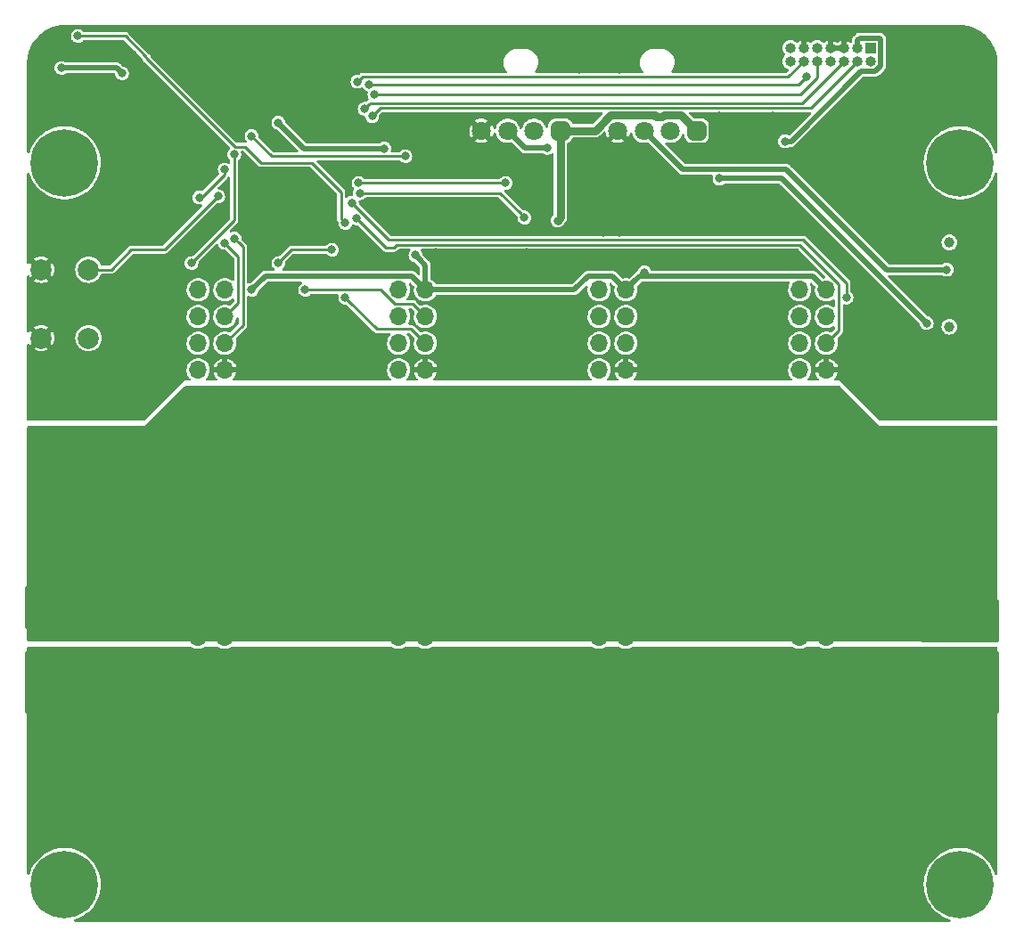
<source format=gbr>
%TF.GenerationSoftware,KiCad,Pcbnew,(6.0.0)*%
%TF.CreationDate,2022-03-21T15:06:36+09:00*%
%TF.ProjectId,MotorDriver base unit,4d6f746f-7244-4726-9976-657220626173,rev?*%
%TF.SameCoordinates,Original*%
%TF.FileFunction,Copper,L2,Bot*%
%TF.FilePolarity,Positive*%
%FSLAX46Y46*%
G04 Gerber Fmt 4.6, Leading zero omitted, Abs format (unit mm)*
G04 Created by KiCad (PCBNEW (6.0.0)) date 2022-03-21 15:06:36*
%MOMM*%
%LPD*%
G01*
G04 APERTURE LIST*
G04 Aperture macros list*
%AMRoundRect*
0 Rectangle with rounded corners*
0 $1 Rounding radius*
0 $2 $3 $4 $5 $6 $7 $8 $9 X,Y pos of 4 corners*
0 Add a 4 corners polygon primitive as box body*
4,1,4,$2,$3,$4,$5,$6,$7,$8,$9,$2,$3,0*
0 Add four circle primitives for the rounded corners*
1,1,$1+$1,$2,$3*
1,1,$1+$1,$4,$5*
1,1,$1+$1,$6,$7*
1,1,$1+$1,$8,$9*
0 Add four rect primitives between the rounded corners*
20,1,$1+$1,$2,$3,$4,$5,0*
20,1,$1+$1,$4,$5,$6,$7,0*
20,1,$1+$1,$6,$7,$8,$9,0*
20,1,$1+$1,$8,$9,$2,$3,0*%
G04 Aperture macros list end*
%TA.AperFunction,ComponentPad*%
%ADD10RoundRect,0.450000X0.450000X0.450000X-0.450000X0.450000X-0.450000X-0.450000X0.450000X-0.450000X0*%
%TD*%
%TA.AperFunction,ComponentPad*%
%ADD11C,1.800000*%
%TD*%
%TA.AperFunction,ComponentPad*%
%ADD12C,2.000000*%
%TD*%
%TA.AperFunction,ComponentPad*%
%ADD13R,1.000000X1.000000*%
%TD*%
%TA.AperFunction,ComponentPad*%
%ADD14O,1.000000X1.000000*%
%TD*%
%TA.AperFunction,ComponentPad*%
%ADD15C,0.800000*%
%TD*%
%TA.AperFunction,ComponentPad*%
%ADD16C,6.400000*%
%TD*%
%TA.AperFunction,ComponentPad*%
%ADD17C,1.000000*%
%TD*%
%TA.AperFunction,ComponentPad*%
%ADD18R,1.700000X1.700000*%
%TD*%
%TA.AperFunction,ComponentPad*%
%ADD19O,1.700000X1.700000*%
%TD*%
%TA.AperFunction,SMDPad,CuDef*%
%ADD20RoundRect,0.100000X-3.600000X-1.900000X3.600000X-1.900000X3.600000X1.900000X-3.600000X1.900000X0*%
%TD*%
%TA.AperFunction,SMDPad,CuDef*%
%ADD21RoundRect,0.102000X-3.598000X2.898000X-3.598000X-2.898000X3.598000X-2.898000X3.598000X2.898000X0*%
%TD*%
%TA.AperFunction,SMDPad,CuDef*%
%ADD22RoundRect,0.100000X3.600000X1.900000X-3.600000X1.900000X-3.600000X-1.900000X3.600000X-1.900000X0*%
%TD*%
%TA.AperFunction,SMDPad,CuDef*%
%ADD23RoundRect,0.102000X3.598000X-2.898000X3.598000X2.898000X-3.598000X2.898000X-3.598000X-2.898000X0*%
%TD*%
%TA.AperFunction,ViaPad*%
%ADD24C,0.800000*%
%TD*%
%TA.AperFunction,Conductor*%
%ADD25C,0.750000*%
%TD*%
%TA.AperFunction,Conductor*%
%ADD26C,0.250000*%
%TD*%
%TA.AperFunction,Conductor*%
%ADD27C,0.500000*%
%TD*%
G04 APERTURE END LIST*
D10*
%TO.P,J3,1*%
%TO.N,+5V*%
X83947000Y-34417000D03*
D11*
%TO.P,J3,2*%
%TO.N,CANH*%
X81447000Y-34417000D03*
%TO.P,J3,3*%
%TO.N,CANL*%
X78947000Y-34417000D03*
%TO.P,J3,4*%
%TO.N,GND*%
X76447000Y-34417000D03*
%TD*%
D10*
%TO.P,J4,1*%
%TO.N,+5V*%
X96901000Y-34417000D03*
D11*
%TO.P,J4,2*%
%TO.N,CANH*%
X94401000Y-34417000D03*
%TO.P,J4,3*%
%TO.N,CANL*%
X91901000Y-34417000D03*
%TO.P,J4,4*%
%TO.N,GND*%
X89401000Y-34417000D03*
%TD*%
D12*
%TO.P,SW1,1*%
%TO.N,RST*%
X39116000Y-47625000D03*
X39116000Y-54125000D03*
%TO.P,SW1,2*%
%TO.N,GND*%
X34616000Y-54125000D03*
X34616000Y-47625000D03*
%TD*%
D13*
%TO.P,J1,1*%
%TO.N,Net-(J1-Pad1)*%
X113411000Y-26543000D03*
D14*
%TO.P,J1,2*%
%TO.N,Net-(J1-Pad2)*%
X113411000Y-27813000D03*
%TO.P,J1,3*%
%TO.N,+3V3*%
X112141000Y-26543000D03*
%TO.P,J1,4*%
%TO.N,SWDIO*%
X112141000Y-27813000D03*
%TO.P,J1,5*%
%TO.N,GND*%
X110871000Y-26543000D03*
%TO.P,J1,6*%
%TO.N,SWCLK*%
X110871000Y-27813000D03*
%TO.P,J1,7*%
%TO.N,GND*%
X109601000Y-26543000D03*
%TO.P,J1,8*%
%TO.N,SWO*%
X109601000Y-27813000D03*
%TO.P,J1,9*%
%TO.N,Net-(J1-Pad9)*%
X108331000Y-26543000D03*
%TO.P,J1,10*%
%TO.N,TDI*%
X108331000Y-27813000D03*
%TO.P,J1,11*%
%TO.N,GND*%
X107061000Y-26543000D03*
%TO.P,J1,12*%
%TO.N,TRST*%
X107061000Y-27813000D03*
%TO.P,J1,13*%
%TO.N,Net-(J1-Pad13)*%
X105791000Y-26543000D03*
%TO.P,J1,14*%
%TO.N,Net-(J1-Pad14)*%
X105791000Y-27813000D03*
%TD*%
D15*
%TO.P,H3,1*%
%TO.N,Net-(H3-Pad1)*%
X36830000Y-39865000D03*
X38527056Y-39162056D03*
X34430000Y-37465000D03*
D16*
X36830000Y-37465000D03*
D15*
X39230000Y-37465000D03*
X35132944Y-39162056D03*
X36830000Y-35065000D03*
X35132944Y-35767944D03*
X38527056Y-35767944D03*
%TD*%
%TO.P,H4,1*%
%TO.N,Net-(H4-Pad1)*%
X121920000Y-35065000D03*
X124320000Y-37465000D03*
X120222944Y-39162056D03*
X120222944Y-35767944D03*
X123617056Y-39162056D03*
D16*
X121920000Y-37465000D03*
D15*
X119520000Y-37465000D03*
X123617056Y-35767944D03*
X121920000Y-39865000D03*
%TD*%
D17*
%TO.P,SW2,*%
%TO.N,*%
X120907000Y-53038000D03*
X120907000Y-45038000D03*
%TD*%
D15*
%TO.P,H1,1*%
%TO.N,Net-(H1-Pad1)*%
X36830000Y-108445000D03*
X39230000Y-106045000D03*
X34430000Y-106045000D03*
X35132944Y-104347944D03*
X35132944Y-107742056D03*
X38527056Y-104347944D03*
X36830000Y-103645000D03*
X38527056Y-107742056D03*
D16*
X36830000Y-106045000D03*
%TD*%
D15*
%TO.P,H2,1*%
%TO.N,Net-(H2-Pad1)*%
X121920000Y-103645000D03*
X120222944Y-104347944D03*
X121920000Y-108445000D03*
X124320000Y-106045000D03*
X123617056Y-107742056D03*
X119520000Y-106045000D03*
X123617056Y-104347944D03*
D16*
X121920000Y-106045000D03*
D15*
X120222944Y-107742056D03*
%TD*%
D18*
%TO.P,J7,1*%
%TO.N,GNDA*%
X49530000Y-107950000D03*
D19*
%TO.P,J7,2*%
X52070000Y-107950000D03*
%TO.P,J7,3*%
X49530000Y-105410000D03*
%TO.P,J7,4*%
X52070000Y-105410000D03*
%TO.P,J7,5*%
X49530000Y-102870000D03*
%TO.P,J7,6*%
X52070000Y-102870000D03*
%TO.P,J7,7*%
X49530000Y-100330000D03*
%TO.P,J7,8*%
X52070000Y-100330000D03*
%TO.P,J7,9*%
X49530000Y-97790000D03*
%TO.P,J7,10*%
X52070000Y-97790000D03*
%TO.P,J7,11*%
X49530000Y-95250000D03*
%TO.P,J7,12*%
X52070000Y-95250000D03*
%TO.P,J7,13*%
X49530000Y-92710000D03*
%TO.P,J7,14*%
X52070000Y-92710000D03*
%TO.P,J7,15*%
X49530000Y-90170000D03*
%TO.P,J7,16*%
X52070000Y-90170000D03*
%TO.P,J7,17*%
X49530000Y-87630000D03*
%TO.P,J7,18*%
X52070000Y-87630000D03*
%TO.P,J7,19*%
X49530000Y-85090000D03*
%TO.P,J7,20*%
X52070000Y-85090000D03*
%TO.P,J7,21*%
%TO.N,+BATT*%
X49530000Y-82550000D03*
%TO.P,J7,22*%
X52070000Y-82550000D03*
%TO.P,J7,23*%
X49530000Y-80010000D03*
%TO.P,J7,24*%
X52070000Y-80010000D03*
%TO.P,J7,25*%
X49530000Y-77470000D03*
%TO.P,J7,26*%
X52070000Y-77470000D03*
%TO.P,J7,27*%
X49530000Y-74930000D03*
%TO.P,J7,28*%
X52070000Y-74930000D03*
%TO.P,J7,29*%
X49530000Y-72390000D03*
%TO.P,J7,30*%
X52070000Y-72390000D03*
%TO.P,J7,31*%
X49530000Y-69850000D03*
%TO.P,J7,32*%
X52070000Y-69850000D03*
%TO.P,J7,33*%
X49530000Y-67310000D03*
%TO.P,J7,34*%
X52070000Y-67310000D03*
%TO.P,J7,35*%
X49530000Y-64770000D03*
%TO.P,J7,36*%
X52070000Y-64770000D03*
%TO.P,J7,37*%
X49530000Y-62230000D03*
%TO.P,J7,38*%
X52070000Y-62230000D03*
%TO.P,J7,39*%
X49530000Y-59690000D03*
%TO.P,J7,40*%
X52070000Y-59690000D03*
%TO.P,J7,41*%
%TO.N,Net-(J7-Pad41)*%
X49530000Y-57150000D03*
%TO.P,J7,42*%
%TO.N,GND*%
X52070000Y-57150000D03*
%TO.P,J7,43*%
%TO.N,Net-(J7-Pad43)*%
X49530000Y-54610000D03*
%TO.P,J7,44*%
%TO.N,CCW_M1*%
X52070000Y-54610000D03*
%TO.P,J7,45*%
%TO.N,Net-(J7-Pad45)*%
X49530000Y-52070000D03*
%TO.P,J7,46*%
%TO.N,CW_M1*%
X52070000Y-52070000D03*
%TO.P,J7,47*%
%TO.N,SD_M1*%
X49530000Y-49530000D03*
%TO.P,J7,48*%
%TO.N,+3V3*%
X52070000Y-49530000D03*
%TD*%
D18*
%TO.P,J8,1*%
%TO.N,GNDA*%
X68580000Y-107950000D03*
D19*
%TO.P,J8,2*%
X71120000Y-107950000D03*
%TO.P,J8,3*%
X68580000Y-105410000D03*
%TO.P,J8,4*%
X71120000Y-105410000D03*
%TO.P,J8,5*%
X68580000Y-102870000D03*
%TO.P,J8,6*%
X71120000Y-102870000D03*
%TO.P,J8,7*%
X68580000Y-100330000D03*
%TO.P,J8,8*%
X71120000Y-100330000D03*
%TO.P,J8,9*%
X68580000Y-97790000D03*
%TO.P,J8,10*%
X71120000Y-97790000D03*
%TO.P,J8,11*%
X68580000Y-95250000D03*
%TO.P,J8,12*%
X71120000Y-95250000D03*
%TO.P,J8,13*%
X68580000Y-92710000D03*
%TO.P,J8,14*%
X71120000Y-92710000D03*
%TO.P,J8,15*%
X68580000Y-90170000D03*
%TO.P,J8,16*%
X71120000Y-90170000D03*
%TO.P,J8,17*%
X68580000Y-87630000D03*
%TO.P,J8,18*%
X71120000Y-87630000D03*
%TO.P,J8,19*%
X68580000Y-85090000D03*
%TO.P,J8,20*%
X71120000Y-85090000D03*
%TO.P,J8,21*%
%TO.N,+BATT*%
X68580000Y-82550000D03*
%TO.P,J8,22*%
X71120000Y-82550000D03*
%TO.P,J8,23*%
X68580000Y-80010000D03*
%TO.P,J8,24*%
X71120000Y-80010000D03*
%TO.P,J8,25*%
X68580000Y-77470000D03*
%TO.P,J8,26*%
X71120000Y-77470000D03*
%TO.P,J8,27*%
X68580000Y-74930000D03*
%TO.P,J8,28*%
X71120000Y-74930000D03*
%TO.P,J8,29*%
X68580000Y-72390000D03*
%TO.P,J8,30*%
X71120000Y-72390000D03*
%TO.P,J8,31*%
X68580000Y-69850000D03*
%TO.P,J8,32*%
X71120000Y-69850000D03*
%TO.P,J8,33*%
X68580000Y-67310000D03*
%TO.P,J8,34*%
X71120000Y-67310000D03*
%TO.P,J8,35*%
X68580000Y-64770000D03*
%TO.P,J8,36*%
X71120000Y-64770000D03*
%TO.P,J8,37*%
X68580000Y-62230000D03*
%TO.P,J8,38*%
X71120000Y-62230000D03*
%TO.P,J8,39*%
X68580000Y-59690000D03*
%TO.P,J8,40*%
X71120000Y-59690000D03*
%TO.P,J8,41*%
%TO.N,Net-(J8-Pad41)*%
X68580000Y-57150000D03*
%TO.P,J8,42*%
%TO.N,GND*%
X71120000Y-57150000D03*
%TO.P,J8,43*%
%TO.N,Net-(J8-Pad43)*%
X68580000Y-54610000D03*
%TO.P,J8,44*%
%TO.N,CCW_M2*%
X71120000Y-54610000D03*
%TO.P,J8,45*%
%TO.N,Net-(J8-Pad45)*%
X68580000Y-52070000D03*
%TO.P,J8,46*%
%TO.N,CW_M2*%
X71120000Y-52070000D03*
%TO.P,J8,47*%
%TO.N,SD_M2*%
X68580000Y-49530000D03*
%TO.P,J8,48*%
%TO.N,+3V3*%
X71120000Y-49530000D03*
%TD*%
D18*
%TO.P,J9,1*%
%TO.N,GNDA*%
X87630000Y-107950000D03*
D19*
%TO.P,J9,2*%
X90170000Y-107950000D03*
%TO.P,J9,3*%
X87630000Y-105410000D03*
%TO.P,J9,4*%
X90170000Y-105410000D03*
%TO.P,J9,5*%
X87630000Y-102870000D03*
%TO.P,J9,6*%
X90170000Y-102870000D03*
%TO.P,J9,7*%
X87630000Y-100330000D03*
%TO.P,J9,8*%
X90170000Y-100330000D03*
%TO.P,J9,9*%
X87630000Y-97790000D03*
%TO.P,J9,10*%
X90170000Y-97790000D03*
%TO.P,J9,11*%
X87630000Y-95250000D03*
%TO.P,J9,12*%
X90170000Y-95250000D03*
%TO.P,J9,13*%
X87630000Y-92710000D03*
%TO.P,J9,14*%
X90170000Y-92710000D03*
%TO.P,J9,15*%
X87630000Y-90170000D03*
%TO.P,J9,16*%
X90170000Y-90170000D03*
%TO.P,J9,17*%
X87630000Y-87630000D03*
%TO.P,J9,18*%
X90170000Y-87630000D03*
%TO.P,J9,19*%
X87630000Y-85090000D03*
%TO.P,J9,20*%
X90170000Y-85090000D03*
%TO.P,J9,21*%
%TO.N,+BATT*%
X87630000Y-82550000D03*
%TO.P,J9,22*%
X90170000Y-82550000D03*
%TO.P,J9,23*%
X87630000Y-80010000D03*
%TO.P,J9,24*%
X90170000Y-80010000D03*
%TO.P,J9,25*%
X87630000Y-77470000D03*
%TO.P,J9,26*%
X90170000Y-77470000D03*
%TO.P,J9,27*%
X87630000Y-74930000D03*
%TO.P,J9,28*%
X90170000Y-74930000D03*
%TO.P,J9,29*%
X87630000Y-72390000D03*
%TO.P,J9,30*%
X90170000Y-72390000D03*
%TO.P,J9,31*%
X87630000Y-69850000D03*
%TO.P,J9,32*%
X90170000Y-69850000D03*
%TO.P,J9,33*%
X87630000Y-67310000D03*
%TO.P,J9,34*%
X90170000Y-67310000D03*
%TO.P,J9,35*%
X87630000Y-64770000D03*
%TO.P,J9,36*%
X90170000Y-64770000D03*
%TO.P,J9,37*%
X87630000Y-62230000D03*
%TO.P,J9,38*%
X90170000Y-62230000D03*
%TO.P,J9,39*%
X87630000Y-59690000D03*
%TO.P,J9,40*%
X90170000Y-59690000D03*
%TO.P,J9,41*%
%TO.N,Net-(J9-Pad41)*%
X87630000Y-57150000D03*
%TO.P,J9,42*%
%TO.N,GND*%
X90170000Y-57150000D03*
%TO.P,J9,43*%
%TO.N,Net-(J9-Pad43)*%
X87630000Y-54610000D03*
%TO.P,J9,44*%
%TO.N,CCW_M3*%
X90170000Y-54610000D03*
%TO.P,J9,45*%
%TO.N,Net-(J9-Pad45)*%
X87630000Y-52070000D03*
%TO.P,J9,46*%
%TO.N,CW_M3*%
X90170000Y-52070000D03*
%TO.P,J9,47*%
%TO.N,SD_M3*%
X87630000Y-49530000D03*
%TO.P,J9,48*%
%TO.N,+3V3*%
X90170000Y-49530000D03*
%TD*%
D18*
%TO.P,J10,1*%
%TO.N,GNDA*%
X106680000Y-107950000D03*
D19*
%TO.P,J10,2*%
X109220000Y-107950000D03*
%TO.P,J10,3*%
X106680000Y-105410000D03*
%TO.P,J10,4*%
X109220000Y-105410000D03*
%TO.P,J10,5*%
X106680000Y-102870000D03*
%TO.P,J10,6*%
X109220000Y-102870000D03*
%TO.P,J10,7*%
X106680000Y-100330000D03*
%TO.P,J10,8*%
X109220000Y-100330000D03*
%TO.P,J10,9*%
X106680000Y-97790000D03*
%TO.P,J10,10*%
X109220000Y-97790000D03*
%TO.P,J10,11*%
X106680000Y-95250000D03*
%TO.P,J10,12*%
X109220000Y-95250000D03*
%TO.P,J10,13*%
X106680000Y-92710000D03*
%TO.P,J10,14*%
X109220000Y-92710000D03*
%TO.P,J10,15*%
X106680000Y-90170000D03*
%TO.P,J10,16*%
X109220000Y-90170000D03*
%TO.P,J10,17*%
X106680000Y-87630000D03*
%TO.P,J10,18*%
X109220000Y-87630000D03*
%TO.P,J10,19*%
X106680000Y-85090000D03*
%TO.P,J10,20*%
X109220000Y-85090000D03*
%TO.P,J10,21*%
%TO.N,+BATT*%
X106680000Y-82550000D03*
%TO.P,J10,22*%
X109220000Y-82550000D03*
%TO.P,J10,23*%
X106680000Y-80010000D03*
%TO.P,J10,24*%
X109220000Y-80010000D03*
%TO.P,J10,25*%
X106680000Y-77470000D03*
%TO.P,J10,26*%
X109220000Y-77470000D03*
%TO.P,J10,27*%
X106680000Y-74930000D03*
%TO.P,J10,28*%
X109220000Y-74930000D03*
%TO.P,J10,29*%
X106680000Y-72390000D03*
%TO.P,J10,30*%
X109220000Y-72390000D03*
%TO.P,J10,31*%
X106680000Y-69850000D03*
%TO.P,J10,32*%
X109220000Y-69850000D03*
%TO.P,J10,33*%
X106680000Y-67310000D03*
%TO.P,J10,34*%
X109220000Y-67310000D03*
%TO.P,J10,35*%
X106680000Y-64770000D03*
%TO.P,J10,36*%
X109220000Y-64770000D03*
%TO.P,J10,37*%
X106680000Y-62230000D03*
%TO.P,J10,38*%
X109220000Y-62230000D03*
%TO.P,J10,39*%
X106680000Y-59690000D03*
%TO.P,J10,40*%
X109220000Y-59690000D03*
%TO.P,J10,41*%
%TO.N,Net-(J10-Pad41)*%
X106680000Y-57150000D03*
%TO.P,J10,42*%
%TO.N,GND*%
X109220000Y-57150000D03*
%TO.P,J10,43*%
%TO.N,Net-(J10-Pad43)*%
X106680000Y-54610000D03*
%TO.P,J10,44*%
%TO.N,CCW_M4*%
X109220000Y-54610000D03*
%TO.P,J10,45*%
%TO.N,Net-(J10-Pad45)*%
X106680000Y-52070000D03*
%TO.P,J10,46*%
%TO.N,CW_M4*%
X109220000Y-52070000D03*
%TO.P,J10,47*%
%TO.N,SD_M4*%
X106680000Y-49530000D03*
%TO.P,J10,48*%
%TO.N,+3V3*%
X109220000Y-49530000D03*
%TD*%
D20*
%TO.P,J5,1*%
%TO.N,+BATT*%
X121920000Y-81020000D03*
D21*
%TO.P,J5,2*%
%TO.N,GNDA*%
X121920000Y-86820000D03*
%TD*%
D22*
%TO.P,J6,1*%
%TO.N,+BATT*%
X36830000Y-79720000D03*
D23*
%TO.P,J6,2*%
%TO.N,GNDA*%
X36830000Y-86820000D03*
%TD*%
D24*
%TO.N,GND*%
X73025000Y-55880000D03*
X57912000Y-38989000D03*
X58928000Y-40005000D03*
X106680000Y-46990000D03*
X58928000Y-43053000D03*
X45339000Y-38100000D03*
X58928000Y-42037000D03*
X122555000Y-49530000D03*
X77343000Y-28321000D03*
X85725000Y-27305000D03*
X49022000Y-38989000D03*
X52451000Y-27178000D03*
X85725000Y-51435000D03*
X76200000Y-38100000D03*
X98425000Y-46355000D03*
X43307000Y-27178000D03*
X101219000Y-28321000D03*
X72390000Y-34925000D03*
X58547000Y-27178000D03*
X55880000Y-42037000D03*
X45339000Y-43688000D03*
X92075000Y-55880000D03*
X123825000Y-56515000D03*
X71120000Y-27305000D03*
X54610000Y-47625000D03*
X58928000Y-41021000D03*
X38227000Y-27178000D03*
X99695000Y-43815000D03*
X34925000Y-60960000D03*
X56896000Y-43053000D03*
X102235000Y-43815000D03*
X58928000Y-38989000D03*
X114935000Y-32385000D03*
X114935000Y-45085000D03*
X65405000Y-45720000D03*
X59944000Y-38989000D03*
X95250000Y-53975000D03*
X79375000Y-51435000D03*
X79375000Y-37465000D03*
X102743000Y-28321000D03*
X101600000Y-53975000D03*
X53975000Y-33020000D03*
X59944000Y-40005000D03*
X100965000Y-36195000D03*
X60325000Y-32385000D03*
X104267000Y-28321000D03*
X114300000Y-59690000D03*
X101219000Y-27305000D03*
X118745000Y-42545000D03*
X111125000Y-32385000D03*
X55245000Y-55880000D03*
X59944000Y-42037000D03*
X41275000Y-33020000D03*
X46355000Y-33655000D03*
X59944000Y-43053000D03*
X117475000Y-55880000D03*
X73025000Y-43815000D03*
X47625000Y-33655000D03*
X99060000Y-33020000D03*
X56896000Y-38989000D03*
X88900000Y-41275000D03*
X99695000Y-27305000D03*
X98425000Y-55880000D03*
X104140000Y-40640000D03*
X92710000Y-36830000D03*
X39751000Y-27178000D03*
X68580000Y-27940000D03*
X56896000Y-42037000D03*
X97790000Y-43815000D03*
X123190000Y-45720000D03*
X40640000Y-55880000D03*
X89535000Y-28575000D03*
X112395000Y-39370000D03*
X42291000Y-40132000D03*
X66040000Y-27305000D03*
X123825000Y-60325000D03*
X64770000Y-38100000D03*
X67945000Y-41275000D03*
X75565000Y-41275000D03*
X48260000Y-50800000D03*
X38735000Y-42545000D03*
X55880000Y-40005000D03*
X57912000Y-41021000D03*
X111760000Y-52070000D03*
X85725000Y-55880000D03*
X56896000Y-41021000D03*
X104140000Y-33020000D03*
X59055000Y-53975000D03*
X44450000Y-30480000D03*
X59944000Y-41021000D03*
X68580000Y-38100000D03*
X114935000Y-50165000D03*
X68580000Y-33655000D03*
X79375000Y-43180000D03*
X104775000Y-51435000D03*
X88011000Y-44069000D03*
X49911000Y-27178000D03*
X42291000Y-41656000D03*
X100965000Y-40640000D03*
X72136000Y-45974000D03*
X102743000Y-27305000D03*
X104267000Y-27305000D03*
X57912000Y-40005000D03*
X73025000Y-51435000D03*
X51435000Y-30480000D03*
X45339000Y-35052000D03*
X44323000Y-41656000D03*
X80772000Y-45974000D03*
X117475000Y-48895000D03*
X56007000Y-27178000D03*
X55245000Y-50800000D03*
X57912000Y-43053000D03*
X106680000Y-38100000D03*
X55880000Y-38989000D03*
X56896000Y-40005000D03*
X85725000Y-37465000D03*
X44450000Y-50165000D03*
X45720000Y-46990000D03*
X53975000Y-37211000D03*
X112395000Y-36195000D03*
X44323000Y-40132000D03*
X92075000Y-46355000D03*
X82550000Y-53975000D03*
X55880000Y-41021000D03*
X92075000Y-51435000D03*
X34925000Y-57785000D03*
X89535000Y-44069000D03*
X44450000Y-54610000D03*
X73914000Y-28321000D03*
X111760000Y-55880000D03*
X55880000Y-43053000D03*
X103505000Y-46355000D03*
X56769000Y-34798000D03*
X98425000Y-51435000D03*
X97155000Y-40005000D03*
X45339000Y-27178000D03*
X64770000Y-34290000D03*
X104775000Y-43815000D03*
X48260000Y-55880000D03*
X79375000Y-55880000D03*
X52705000Y-33020000D03*
X104775000Y-55880000D03*
X89535000Y-27305000D03*
X50165000Y-34290000D03*
X50038000Y-35941000D03*
X41275000Y-46228000D03*
X76200000Y-53975000D03*
X57912000Y-42037000D03*
X62865000Y-52070000D03*
X99695000Y-28321000D03*
X48260000Y-29210000D03*
X85725000Y-28575000D03*
X62865000Y-55880000D03*
X93345000Y-41275000D03*
X45720000Y-57150000D03*
X118110000Y-59690000D03*
%TO.N,+5V*%
X48895000Y-46990000D03*
X83680000Y-42951000D03*
X69215000Y-36830000D03*
X52967247Y-36663036D03*
X54610000Y-34925000D03*
%TO.N,+3V3*%
X57150000Y-33655000D03*
X91937118Y-47878847D03*
X52060000Y-38110000D03*
X105283000Y-35433000D03*
X36549001Y-28448000D03*
X54610000Y-49530000D03*
X49657000Y-40767000D03*
X70182544Y-46250671D03*
X42291000Y-28956000D03*
X67207000Y-36092000D03*
%TO.N,RST*%
X51435000Y-40640000D03*
%TO.N,NeoPixel*%
X63500000Y-43180000D03*
X38100000Y-25400000D03*
%TO.N,SWDIO*%
X66062539Y-33042435D03*
%TO.N,SWCLK*%
X65353778Y-32336970D03*
%TO.N,SWO*%
X65776699Y-30001744D03*
X107349999Y-29244999D03*
%TO.N,TDI*%
X66273217Y-30957897D03*
%TO.N,TRST*%
X64671153Y-29754990D03*
%TO.N,CANL*%
X120650000Y-47625000D03*
X82683776Y-36061224D03*
%TO.N,CANRX*%
X64871459Y-40364852D03*
X80522660Y-42667340D03*
%TO.N,CANTX*%
X64770000Y-39370000D03*
X78740000Y-39370000D03*
%TO.N,CW_M1*%
X52070000Y-45085000D03*
%TO.N,CCW_M1*%
X52973454Y-44656288D03*
%TO.N,CW_M2*%
X59690000Y-49530000D03*
%TO.N,CCW_M2*%
X63500000Y-50255010D03*
%TO.N,CW_M4*%
X64135000Y-41275000D03*
X111125000Y-50255010D03*
%TO.N,CCW_M4*%
X64574840Y-42740160D03*
%TO.N,SD_M4*%
X62230000Y-45720000D03*
X57150000Y-46990000D03*
%TO.N,Net-(R69-Pad1)*%
X118745000Y-52705000D03*
X99060000Y-38950010D03*
%TO.N,GNDA*%
X123825000Y-93345000D03*
X34925000Y-98425000D03*
X41910000Y-85090000D03*
X116840000Y-85090000D03*
X123825000Y-100965000D03*
X123825000Y-98425000D03*
X34925000Y-100965000D03*
X34925000Y-95885000D03*
X123825000Y-95885000D03*
X34925000Y-93345000D03*
%TO.N,+BATT*%
X123825000Y-71120000D03*
X34925000Y-71120000D03*
X34925000Y-76835000D03*
X34925000Y-74295000D03*
X123825000Y-74295000D03*
X123825000Y-76835000D03*
%TD*%
D25*
%TO.N,+5V*%
X92912035Y-32941999D02*
X88697965Y-32941999D01*
X95425999Y-32941999D02*
X93777965Y-32941999D01*
X83947000Y-34417000D02*
X83947000Y-42684000D01*
X96901000Y-34417000D02*
X95425999Y-32941999D01*
D26*
X54610000Y-34925000D02*
X56515000Y-36830000D01*
D25*
X93777965Y-32941999D02*
X93634954Y-33085010D01*
D26*
X48895000Y-46990000D02*
X52967247Y-42917753D01*
D25*
X84947000Y-34417000D02*
X83947000Y-34417000D01*
X87222964Y-34417000D02*
X84947000Y-34417000D01*
X93055046Y-33085010D02*
X92912035Y-32941999D01*
X93634954Y-33085010D02*
X93055046Y-33085010D01*
D26*
X56515000Y-36830000D02*
X69215000Y-36830000D01*
D25*
X83947000Y-42684000D02*
X83680000Y-42951000D01*
X88697965Y-32941999D02*
X87222964Y-34417000D01*
D26*
X52967247Y-42917753D02*
X52967247Y-36663036D01*
D27*
%TO.N,+3V3*%
X67207000Y-36092000D02*
X59587000Y-36092000D01*
X91019999Y-48680001D02*
X90170000Y-49530000D01*
X70582543Y-46650670D02*
X70182544Y-46250671D01*
X92337117Y-48278846D02*
X91937118Y-47878847D01*
X107919999Y-48229999D02*
X93375001Y-48229999D01*
X105283000Y-35433000D02*
X105848685Y-35433000D01*
X71120000Y-47188127D02*
X70582543Y-46650670D01*
X112518684Y-28763001D02*
X113867001Y-28763001D01*
X86569599Y-48229999D02*
X88869999Y-48229999D01*
X93375001Y-48229999D02*
X93326154Y-48278846D01*
X112383895Y-25592999D02*
X112141000Y-25835894D01*
X93375001Y-48229999D02*
X91470001Y-48229999D01*
X105848685Y-35433000D02*
X112518684Y-28763001D01*
X93326154Y-48278846D02*
X92337117Y-48278846D01*
X114361001Y-25682999D02*
X114271001Y-25592999D01*
X71120000Y-49530000D02*
X69819999Y-48229999D01*
D26*
X49736577Y-40907581D02*
X52060000Y-38584158D01*
D27*
X71120000Y-49530000D02*
X85269598Y-49530000D01*
X69819999Y-48229999D02*
X55910001Y-48229999D01*
X41783000Y-28448000D02*
X36549001Y-28448000D01*
X113867001Y-28763001D02*
X114361001Y-28269001D01*
X89320001Y-48680001D02*
X90170000Y-49530000D01*
X85269598Y-49530000D02*
X86569599Y-48229999D01*
X59587000Y-36092000D02*
X57150000Y-33655000D01*
X55910001Y-48229999D02*
X54610000Y-49530000D01*
X109220000Y-49530000D02*
X107919999Y-48229999D01*
X91470001Y-48229999D02*
X91019999Y-48680001D01*
X112141000Y-25835894D02*
X112141000Y-26543000D01*
D26*
X52060000Y-38584158D02*
X52060000Y-38110000D01*
D27*
X71120000Y-49530000D02*
X71120000Y-47188127D01*
X114361001Y-28269001D02*
X114361001Y-25682999D01*
X42291000Y-28956000D02*
X41783000Y-28448000D01*
X114271001Y-25592999D02*
X112383895Y-25592999D01*
X88869999Y-48229999D02*
X89320001Y-48680001D01*
D26*
%TO.N,RST*%
X51435000Y-40640000D02*
X46355000Y-45720000D01*
X46355000Y-45720000D02*
X43180000Y-45720000D01*
X41275000Y-47625000D02*
X39370000Y-47625000D01*
X43180000Y-45720000D02*
X41275000Y-47625000D01*
%TO.N,NeoPixel*%
X38100000Y-25400000D02*
X42602002Y-25400000D01*
X42602002Y-25400000D02*
X44613999Y-27411997D01*
X63100001Y-40240001D02*
X63100001Y-42780001D01*
X55512429Y-37465000D02*
X60325000Y-37465000D01*
X44613999Y-27411997D02*
X44613999Y-27526001D01*
X63100001Y-42780001D02*
X63500000Y-43180000D01*
X60325000Y-37465000D02*
X63100001Y-40240001D01*
X44613999Y-27526001D02*
X53026032Y-35938034D01*
X53985463Y-35938034D02*
X55512429Y-37465000D01*
X53026032Y-35938034D02*
X53985463Y-35938034D01*
%TO.N,SWDIO*%
X66462538Y-32642436D02*
X66062539Y-33042435D01*
X112141000Y-27813000D02*
X107712012Y-32241988D01*
X66862986Y-32241988D02*
X66462538Y-32642436D01*
X107712012Y-32241988D02*
X66862986Y-32241988D01*
%TO.N,SWCLK*%
X65898771Y-31791977D02*
X65753777Y-31936971D01*
X106892023Y-31791977D02*
X65898771Y-31791977D01*
X65753777Y-31936971D02*
X65353778Y-32336970D01*
X110871000Y-27813000D02*
X106892023Y-31791977D01*
%TO.N,SWO*%
X107349999Y-29244999D02*
X106593254Y-30001744D01*
X66342384Y-30001744D02*
X65776699Y-30001744D01*
X106593254Y-30001744D02*
X66342384Y-30001744D01*
%TO.N,TDI*%
X106710103Y-30957897D02*
X66838902Y-30957897D01*
X108331000Y-29337000D02*
X108331000Y-27813000D01*
X66838902Y-30957897D02*
X66273217Y-30957897D01*
X106807000Y-30861000D02*
X108331000Y-29337000D01*
X108331000Y-29337000D02*
X106710103Y-30957897D01*
%TO.N,TRST*%
X65071152Y-29354991D02*
X64671153Y-29754990D01*
X65149400Y-29276743D02*
X65071152Y-29354991D01*
X105573999Y-29300001D02*
X66147958Y-29300001D01*
X66147958Y-29300001D02*
X66124700Y-29276743D01*
X107061000Y-27813000D02*
X105573999Y-29300001D01*
X66124700Y-29276743D02*
X65149400Y-29276743D01*
D27*
%TO.N,CANL*%
X95584000Y-38100000D02*
X105410000Y-38100000D01*
X80591224Y-36061224D02*
X82118091Y-36061224D01*
X105410000Y-38100000D02*
X114935000Y-47625000D01*
X91901000Y-34417000D02*
X95584000Y-38100000D01*
X82118091Y-36061224D02*
X82683776Y-36061224D01*
X78947000Y-34417000D02*
X80591224Y-36061224D01*
X114935000Y-47625000D02*
X120650000Y-47625000D01*
D26*
%TO.N,CANRX*%
X64871459Y-40364852D02*
X78220172Y-40364852D01*
X80122661Y-42267341D02*
X80522660Y-42667340D01*
X78220172Y-40364852D02*
X80122661Y-42267341D01*
%TO.N,CANTX*%
X64770000Y-39370000D02*
X78740000Y-39370000D01*
%TO.N,CW_M1*%
X53340000Y-46355000D02*
X53340000Y-50800000D01*
X53340000Y-50800000D02*
X52070000Y-52070000D01*
X52070000Y-45085000D02*
X53340000Y-46355000D01*
%TO.N,CCW_M1*%
X53790011Y-45472845D02*
X53373453Y-45056287D01*
X52070000Y-54610000D02*
X53790011Y-52889989D01*
X53373453Y-45056287D02*
X52973454Y-44656288D01*
X53790011Y-52889989D02*
X53790011Y-45472845D01*
%TO.N,CW_M2*%
X59690000Y-49530000D02*
X66840998Y-49530000D01*
X70270001Y-51220001D02*
X71120000Y-52070000D01*
X68205997Y-50894999D02*
X69944999Y-50894999D01*
X69944999Y-50894999D02*
X70270001Y-51220001D01*
X66840998Y-49530000D02*
X68205997Y-50894999D01*
%TO.N,CCW_M2*%
X66489991Y-53245001D02*
X63899999Y-50655009D01*
X69755001Y-53245001D02*
X66489991Y-53245001D01*
X71120000Y-54610000D02*
X69755001Y-53245001D01*
X63899999Y-50655009D02*
X63500000Y-50255010D01*
%TO.N,CW_M4*%
X64135000Y-41275000D02*
X67654001Y-44794001D01*
X111125000Y-48895000D02*
X111125000Y-49689325D01*
X111125000Y-49689325D02*
X111125000Y-50255010D01*
X67654001Y-44794001D02*
X107024001Y-44794001D01*
X107024001Y-44794001D02*
X111125000Y-48895000D01*
%TO.N,CCW_M4*%
X106673014Y-45244012D02*
X68422398Y-45244012D01*
X110395001Y-53434999D02*
X110395001Y-48965999D01*
X67369689Y-45535009D02*
X64974839Y-43140159D01*
X68131401Y-45535009D02*
X67369689Y-45535009D01*
X64974839Y-43140159D02*
X64574840Y-42740160D01*
X110395001Y-48965999D02*
X106673014Y-45244012D01*
X68422398Y-45244012D02*
X68131401Y-45535009D01*
X109220000Y-54610000D02*
X110395001Y-53434999D01*
%TO.N,SD_M4*%
X57150000Y-46990000D02*
X58420000Y-45720000D01*
X58420000Y-45720000D02*
X62230000Y-45720000D01*
D27*
%TO.N,Net-(R69-Pad1)*%
X99625685Y-38950010D02*
X99060000Y-38950010D01*
X104990010Y-38950010D02*
X99625685Y-38950010D01*
X118745000Y-52705000D02*
X104990010Y-38950010D01*
%TD*%
%TA.AperFunction,Conductor*%
%TO.N,GNDA*%
G36*
X48904074Y-83460235D02*
G01*
X49000720Y-83524812D01*
X49006023Y-83527090D01*
X49006026Y-83527092D01*
X49094260Y-83565000D01*
X49187228Y-83604942D01*
X49260244Y-83621464D01*
X49379579Y-83648467D01*
X49379584Y-83648468D01*
X49385216Y-83649742D01*
X49390987Y-83649969D01*
X49390989Y-83649969D01*
X49450756Y-83652317D01*
X49588053Y-83657712D01*
X49688499Y-83643148D01*
X49783231Y-83629413D01*
X49783236Y-83629412D01*
X49788945Y-83628584D01*
X49794409Y-83626729D01*
X49794414Y-83626728D01*
X49975693Y-83565192D01*
X49975698Y-83565190D01*
X49981165Y-83563334D01*
X50158276Y-83464147D01*
X50161974Y-83461071D01*
X50233055Y-83439000D01*
X51374072Y-83439000D01*
X51444074Y-83460235D01*
X51540720Y-83524812D01*
X51546023Y-83527090D01*
X51546026Y-83527092D01*
X51634260Y-83565000D01*
X51727228Y-83604942D01*
X51800244Y-83621464D01*
X51919579Y-83648467D01*
X51919584Y-83648468D01*
X51925216Y-83649742D01*
X51930987Y-83649969D01*
X51930989Y-83649969D01*
X51990756Y-83652317D01*
X52128053Y-83657712D01*
X52228499Y-83643148D01*
X52323231Y-83629413D01*
X52323236Y-83629412D01*
X52328945Y-83628584D01*
X52334409Y-83626729D01*
X52334414Y-83626728D01*
X52515693Y-83565192D01*
X52515698Y-83565190D01*
X52521165Y-83563334D01*
X52698276Y-83464147D01*
X52701974Y-83461071D01*
X52773055Y-83439000D01*
X67884072Y-83439000D01*
X67954074Y-83460235D01*
X68050720Y-83524812D01*
X68056023Y-83527090D01*
X68056026Y-83527092D01*
X68144260Y-83565000D01*
X68237228Y-83604942D01*
X68310244Y-83621464D01*
X68429579Y-83648467D01*
X68429584Y-83648468D01*
X68435216Y-83649742D01*
X68440987Y-83649969D01*
X68440989Y-83649969D01*
X68500756Y-83652317D01*
X68638053Y-83657712D01*
X68738499Y-83643148D01*
X68833231Y-83629413D01*
X68833236Y-83629412D01*
X68838945Y-83628584D01*
X68844409Y-83626729D01*
X68844414Y-83626728D01*
X69025693Y-83565192D01*
X69025698Y-83565190D01*
X69031165Y-83563334D01*
X69208276Y-83464147D01*
X69211974Y-83461071D01*
X69283055Y-83439000D01*
X70424072Y-83439000D01*
X70494074Y-83460235D01*
X70590720Y-83524812D01*
X70596023Y-83527090D01*
X70596026Y-83527092D01*
X70684260Y-83565000D01*
X70777228Y-83604942D01*
X70850244Y-83621464D01*
X70969579Y-83648467D01*
X70969584Y-83648468D01*
X70975216Y-83649742D01*
X70980987Y-83649969D01*
X70980989Y-83649969D01*
X71040756Y-83652317D01*
X71178053Y-83657712D01*
X71278499Y-83643148D01*
X71373231Y-83629413D01*
X71373236Y-83629412D01*
X71378945Y-83628584D01*
X71384409Y-83626729D01*
X71384414Y-83626728D01*
X71565693Y-83565192D01*
X71565698Y-83565190D01*
X71571165Y-83563334D01*
X71748276Y-83464147D01*
X71751974Y-83461071D01*
X71823055Y-83439000D01*
X86934072Y-83439000D01*
X87004074Y-83460235D01*
X87100720Y-83524812D01*
X87106023Y-83527090D01*
X87106026Y-83527092D01*
X87194260Y-83565000D01*
X87287228Y-83604942D01*
X87360244Y-83621464D01*
X87479579Y-83648467D01*
X87479584Y-83648468D01*
X87485216Y-83649742D01*
X87490987Y-83649969D01*
X87490989Y-83649969D01*
X87550756Y-83652317D01*
X87688053Y-83657712D01*
X87788499Y-83643148D01*
X87883231Y-83629413D01*
X87883236Y-83629412D01*
X87888945Y-83628584D01*
X87894409Y-83626729D01*
X87894414Y-83626728D01*
X88075693Y-83565192D01*
X88075698Y-83565190D01*
X88081165Y-83563334D01*
X88258276Y-83464147D01*
X88261974Y-83461071D01*
X88333055Y-83439000D01*
X89474072Y-83439000D01*
X89544074Y-83460235D01*
X89640720Y-83524812D01*
X89646023Y-83527090D01*
X89646026Y-83527092D01*
X89734260Y-83565000D01*
X89827228Y-83604942D01*
X89900244Y-83621464D01*
X90019579Y-83648467D01*
X90019584Y-83648468D01*
X90025216Y-83649742D01*
X90030987Y-83649969D01*
X90030989Y-83649969D01*
X90090756Y-83652317D01*
X90228053Y-83657712D01*
X90328499Y-83643148D01*
X90423231Y-83629413D01*
X90423236Y-83629412D01*
X90428945Y-83628584D01*
X90434409Y-83626729D01*
X90434414Y-83626728D01*
X90615693Y-83565192D01*
X90615698Y-83565190D01*
X90621165Y-83563334D01*
X90798276Y-83464147D01*
X90801974Y-83461071D01*
X90873055Y-83439000D01*
X105984072Y-83439000D01*
X106054074Y-83460235D01*
X106150720Y-83524812D01*
X106156023Y-83527090D01*
X106156026Y-83527092D01*
X106244260Y-83565000D01*
X106337228Y-83604942D01*
X106410244Y-83621464D01*
X106529579Y-83648467D01*
X106529584Y-83648468D01*
X106535216Y-83649742D01*
X106540987Y-83649969D01*
X106540989Y-83649969D01*
X106600756Y-83652317D01*
X106738053Y-83657712D01*
X106838499Y-83643148D01*
X106933231Y-83629413D01*
X106933236Y-83629412D01*
X106938945Y-83628584D01*
X106944409Y-83626729D01*
X106944414Y-83626728D01*
X107125693Y-83565192D01*
X107125698Y-83565190D01*
X107131165Y-83563334D01*
X107308276Y-83464147D01*
X107311974Y-83461071D01*
X107383055Y-83439000D01*
X108524072Y-83439000D01*
X108594074Y-83460235D01*
X108690720Y-83524812D01*
X108696023Y-83527090D01*
X108696026Y-83527092D01*
X108784260Y-83565000D01*
X108877228Y-83604942D01*
X108950244Y-83621464D01*
X109069579Y-83648467D01*
X109069584Y-83648468D01*
X109075216Y-83649742D01*
X109080987Y-83649969D01*
X109080989Y-83649969D01*
X109140756Y-83652317D01*
X109278053Y-83657712D01*
X109378499Y-83643148D01*
X109473231Y-83629413D01*
X109473236Y-83629412D01*
X109478945Y-83628584D01*
X109484409Y-83626729D01*
X109484414Y-83626728D01*
X109665693Y-83565192D01*
X109665698Y-83565190D01*
X109671165Y-83563334D01*
X109848276Y-83464147D01*
X109851974Y-83461071D01*
X109923055Y-83439000D01*
X125350000Y-83439000D01*
X125418121Y-83459002D01*
X125464614Y-83512658D01*
X125476000Y-83565000D01*
X125476000Y-105014988D01*
X125455998Y-105083109D01*
X125402342Y-105129602D01*
X125332068Y-105139706D01*
X125267488Y-105110212D01*
X125228583Y-105048660D01*
X125219245Y-105014988D01*
X125198875Y-104941537D01*
X125195627Y-104933373D01*
X125061783Y-104597039D01*
X125061779Y-104597031D01*
X125060523Y-104593874D01*
X124885434Y-104263188D01*
X124883534Y-104260382D01*
X124883530Y-104260375D01*
X124677561Y-103956162D01*
X124675654Y-103953345D01*
X124433639Y-103667970D01*
X124162219Y-103410402D01*
X124159512Y-103408340D01*
X124159504Y-103408333D01*
X123867281Y-103185720D01*
X123864569Y-103183654D01*
X123544172Y-102990377D01*
X123541082Y-102988943D01*
X123541077Y-102988940D01*
X123207871Y-102834272D01*
X123207869Y-102834271D01*
X123204775Y-102832835D01*
X123201540Y-102831740D01*
X123201535Y-102831738D01*
X122853583Y-102713963D01*
X122850348Y-102712868D01*
X122485038Y-102631881D01*
X122352294Y-102617226D01*
X122116500Y-102591193D01*
X122116495Y-102591193D01*
X122113119Y-102590820D01*
X122109720Y-102590814D01*
X122109719Y-102590814D01*
X121932987Y-102590506D01*
X121738940Y-102590167D01*
X121600079Y-102605007D01*
X121370263Y-102629567D01*
X121370257Y-102629568D01*
X121366879Y-102629929D01*
X121001289Y-102709641D01*
X120646446Y-102828369D01*
X120306501Y-102984727D01*
X120303567Y-102986483D01*
X120303565Y-102986484D01*
X120294110Y-102992143D01*
X119985431Y-103176883D01*
X119686991Y-103402591D01*
X119684509Y-103404930D01*
X119684503Y-103404935D01*
X119678702Y-103410402D01*
X119414674Y-103659210D01*
X119171664Y-103943738D01*
X119169736Y-103946565D01*
X119169734Y-103946567D01*
X119165111Y-103953345D01*
X118960804Y-104252847D01*
X118784561Y-104582921D01*
X118783288Y-104586089D01*
X118783287Y-104586090D01*
X118781368Y-104590865D01*
X118644997Y-104930098D01*
X118543744Y-105290317D01*
X118481986Y-105659365D01*
X118460447Y-106032924D01*
X118479378Y-106406624D01*
X118538557Y-106776094D01*
X118637293Y-107137011D01*
X118774430Y-107485154D01*
X118948365Y-107816450D01*
X118950262Y-107819274D01*
X118950265Y-107819278D01*
X118976565Y-107858416D01*
X119157061Y-108127024D01*
X119159256Y-108129630D01*
X119159260Y-108129636D01*
X119178961Y-108153031D01*
X119398079Y-108413241D01*
X119668598Y-108671755D01*
X119965455Y-108899541D01*
X120285176Y-109093935D01*
X120624021Y-109252661D01*
X120627239Y-109253763D01*
X120627242Y-109253764D01*
X120925245Y-109355793D01*
X120983214Y-109396782D01*
X121009820Y-109462605D01*
X120996616Y-109532363D01*
X120947794Y-109583909D01*
X120884431Y-109601000D01*
X37861816Y-109601000D01*
X37793695Y-109580998D01*
X37747202Y-109527342D01*
X37737098Y-109457068D01*
X37766592Y-109392488D01*
X37822253Y-109355372D01*
X38015059Y-109291607D01*
X38092318Y-109266056D01*
X38432807Y-109110887D01*
X38532757Y-109051541D01*
X38751601Y-108921601D01*
X38751606Y-108921598D01*
X38754546Y-108919852D01*
X38784354Y-108897472D01*
X38933054Y-108785824D01*
X39053771Y-108695187D01*
X39326983Y-108439521D01*
X39570985Y-108155842D01*
X39775400Y-107858416D01*
X39780992Y-107850280D01*
X39780997Y-107850273D01*
X39782922Y-107847471D01*
X39784534Y-107844477D01*
X39784539Y-107844469D01*
X39958694Y-107521027D01*
X39960316Y-107518015D01*
X40101091Y-107171327D01*
X40104787Y-107158354D01*
X40202667Y-106814741D01*
X40203601Y-106811463D01*
X40266647Y-106442634D01*
X40268009Y-106420379D01*
X40289380Y-106070948D01*
X40289490Y-106069152D01*
X40289574Y-106045000D01*
X40269339Y-105671368D01*
X40208870Y-105302107D01*
X40108875Y-104941537D01*
X40105627Y-104933373D01*
X39971783Y-104597039D01*
X39971779Y-104597031D01*
X39970523Y-104593874D01*
X39795434Y-104263188D01*
X39793534Y-104260382D01*
X39793530Y-104260375D01*
X39587561Y-103956162D01*
X39585654Y-103953345D01*
X39343639Y-103667970D01*
X39072219Y-103410402D01*
X39069512Y-103408340D01*
X39069504Y-103408333D01*
X38777281Y-103185720D01*
X38774569Y-103183654D01*
X38454172Y-102990377D01*
X38451082Y-102988943D01*
X38451077Y-102988940D01*
X38117871Y-102834272D01*
X38117869Y-102834271D01*
X38114775Y-102832835D01*
X38111540Y-102831740D01*
X38111535Y-102831738D01*
X37763583Y-102713963D01*
X37760348Y-102712868D01*
X37395038Y-102631881D01*
X37262294Y-102617226D01*
X37026500Y-102591193D01*
X37026495Y-102591193D01*
X37023119Y-102590820D01*
X37019720Y-102590814D01*
X37019719Y-102590814D01*
X36842987Y-102590506D01*
X36648940Y-102590167D01*
X36510079Y-102605007D01*
X36280263Y-102629567D01*
X36280257Y-102629568D01*
X36276879Y-102629929D01*
X35911289Y-102709641D01*
X35556446Y-102828369D01*
X35216501Y-102984727D01*
X35213567Y-102986483D01*
X35213565Y-102986484D01*
X35204110Y-102992143D01*
X34895431Y-103176883D01*
X34596991Y-103402591D01*
X34594509Y-103404930D01*
X34594503Y-103404935D01*
X34588702Y-103410402D01*
X34324674Y-103659210D01*
X34081664Y-103943738D01*
X34079736Y-103946565D01*
X34079734Y-103946567D01*
X34075111Y-103953345D01*
X33870804Y-104252847D01*
X33694561Y-104582921D01*
X33693288Y-104586089D01*
X33693287Y-104586090D01*
X33691368Y-104590865D01*
X33554997Y-104930098D01*
X33554079Y-104933366D01*
X33554076Y-104933373D01*
X33521299Y-105049982D01*
X33483610Y-105110148D01*
X33419375Y-105140387D01*
X33348989Y-105131098D01*
X33294798Y-105085230D01*
X33274000Y-105015886D01*
X33274000Y-83565000D01*
X33294002Y-83496879D01*
X33347658Y-83450386D01*
X33400000Y-83439000D01*
X48834072Y-83439000D01*
X48904074Y-83460235D01*
G37*
%TD.AperFunction*%
%TD*%
%TA.AperFunction,Conductor*%
%TO.N,+BATT*%
G36*
X110505931Y-58694002D02*
G01*
X110526905Y-58710905D01*
X114300000Y-62484000D01*
X125350000Y-62484000D01*
X125418121Y-62504002D01*
X125464614Y-62557658D01*
X125476000Y-62610000D01*
X125476000Y-82805000D01*
X125455998Y-82873121D01*
X125402342Y-82919614D01*
X125350000Y-82931000D01*
X33400000Y-82931000D01*
X33331879Y-82910998D01*
X33285386Y-82857342D01*
X33274000Y-82805000D01*
X33274000Y-62610000D01*
X33294002Y-62541879D01*
X33347658Y-62495386D01*
X33400000Y-62484000D01*
X44450000Y-62484000D01*
X48223095Y-58710905D01*
X48285407Y-58676879D01*
X48312190Y-58674000D01*
X110437810Y-58674000D01*
X110505931Y-58694002D01*
G37*
%TD.AperFunction*%
%TD*%
%TA.AperFunction,Conductor*%
%TO.N,GND*%
G36*
X121907153Y-24386421D02*
G01*
X121920000Y-24388976D01*
X121932170Y-24386556D01*
X121944581Y-24386556D01*
X121944581Y-24386560D01*
X121955584Y-24385749D01*
X122154661Y-24395528D01*
X122262371Y-24400820D01*
X122274667Y-24402030D01*
X122607617Y-24451419D01*
X122619739Y-24453829D01*
X122715592Y-24477839D01*
X122946246Y-24535616D01*
X122958078Y-24539205D01*
X123274994Y-24652599D01*
X123286418Y-24657331D01*
X123362665Y-24693393D01*
X123562778Y-24788039D01*
X123590693Y-24801242D01*
X123601594Y-24807069D01*
X123696017Y-24863664D01*
X123890302Y-24980114D01*
X123900583Y-24986984D01*
X124170931Y-25187488D01*
X124180489Y-25195332D01*
X124429885Y-25421371D01*
X124438629Y-25430115D01*
X124664668Y-25679511D01*
X124672512Y-25689069D01*
X124873016Y-25959417D01*
X124879886Y-25969698D01*
X124966871Y-26114824D01*
X125025132Y-26212025D01*
X125052929Y-26258402D01*
X125058756Y-26269303D01*
X125066712Y-26286124D01*
X125202669Y-26573582D01*
X125207401Y-26585006D01*
X125320795Y-26901922D01*
X125324384Y-26913754D01*
X125377130Y-27124326D01*
X125392528Y-27185795D01*
X125406170Y-27240258D01*
X125408581Y-27252383D01*
X125457104Y-27579494D01*
X125457969Y-27585328D01*
X125459180Y-27597629D01*
X125464000Y-27695733D01*
X125474251Y-27904416D01*
X125473440Y-27915419D01*
X125473444Y-27915419D01*
X125473444Y-27927830D01*
X125471024Y-27940000D01*
X125473579Y-27952844D01*
X125476000Y-27977425D01*
X125476000Y-36434988D01*
X125455998Y-36503109D01*
X125402342Y-36549602D01*
X125332068Y-36559706D01*
X125267488Y-36530212D01*
X125228583Y-36468660D01*
X125218483Y-36432241D01*
X125198875Y-36361537D01*
X125197302Y-36357582D01*
X125061783Y-36017039D01*
X125061779Y-36017031D01*
X125060523Y-36013874D01*
X124885434Y-35683188D01*
X124883534Y-35680382D01*
X124883530Y-35680375D01*
X124725352Y-35446749D01*
X124675654Y-35373345D01*
X124433639Y-35087970D01*
X124162219Y-34830402D01*
X124159512Y-34828340D01*
X124159504Y-34828333D01*
X123867281Y-34605720D01*
X123864569Y-34603654D01*
X123555151Y-34417000D01*
X123547100Y-34412143D01*
X123547096Y-34412141D01*
X123544172Y-34410377D01*
X123541082Y-34408943D01*
X123541077Y-34408940D01*
X123207871Y-34254272D01*
X123207869Y-34254271D01*
X123204775Y-34252835D01*
X123201540Y-34251740D01*
X123201535Y-34251738D01*
X122853583Y-34133963D01*
X122850348Y-34132868D01*
X122485038Y-34051881D01*
X122352294Y-34037226D01*
X122116500Y-34011193D01*
X122116495Y-34011193D01*
X122113119Y-34010820D01*
X122109720Y-34010814D01*
X122109719Y-34010814D01*
X121932987Y-34010506D01*
X121738940Y-34010167D01*
X121616099Y-34023295D01*
X121370263Y-34049567D01*
X121370257Y-34049568D01*
X121366879Y-34049929D01*
X121001289Y-34129641D01*
X120646446Y-34248369D01*
X120306501Y-34404727D01*
X120303567Y-34406483D01*
X120303565Y-34406484D01*
X120220073Y-34456453D01*
X119985431Y-34596883D01*
X119686991Y-34822591D01*
X119684509Y-34824930D01*
X119684503Y-34824935D01*
X119461242Y-35035326D01*
X119414674Y-35079210D01*
X119412462Y-35081800D01*
X119412461Y-35081801D01*
X119221922Y-35304894D01*
X119171664Y-35363738D01*
X119169736Y-35366565D01*
X119169734Y-35366567D01*
X118972302Y-35655992D01*
X118960804Y-35672847D01*
X118959197Y-35675857D01*
X118959195Y-35675860D01*
X118801915Y-35970419D01*
X118784561Y-36002921D01*
X118783288Y-36006089D01*
X118783287Y-36006090D01*
X118656884Y-36320529D01*
X118644997Y-36350098D01*
X118597721Y-36518288D01*
X118551353Y-36683248D01*
X118543744Y-36710317D01*
X118543182Y-36713674D01*
X118543182Y-36713675D01*
X118484307Y-37065498D01*
X118481986Y-37079365D01*
X118460447Y-37452924D01*
X118460619Y-37456319D01*
X118460619Y-37456320D01*
X118474018Y-37720820D01*
X118479378Y-37826624D01*
X118479915Y-37829979D01*
X118479916Y-37829985D01*
X118498505Y-37946037D01*
X118538557Y-38196094D01*
X118637293Y-38557011D01*
X118774430Y-38905154D01*
X118776016Y-38908174D01*
X118776016Y-38908175D01*
X118814346Y-38981183D01*
X118948365Y-39236450D01*
X118950262Y-39239274D01*
X118950265Y-39239278D01*
X119094894Y-39454510D01*
X119157061Y-39547024D01*
X119159256Y-39549630D01*
X119159260Y-39549636D01*
X119204380Y-39603217D01*
X119398079Y-39833241D01*
X119668598Y-40091755D01*
X119965455Y-40319541D01*
X120285176Y-40513935D01*
X120624021Y-40672661D01*
X120627239Y-40673763D01*
X120627242Y-40673764D01*
X120974803Y-40792761D01*
X120974811Y-40792763D01*
X120978026Y-40793864D01*
X121343051Y-40876126D01*
X121430200Y-40886056D01*
X121711442Y-40918100D01*
X121711450Y-40918100D01*
X121714825Y-40918485D01*
X121718229Y-40918503D01*
X121718232Y-40918503D01*
X121921556Y-40919567D01*
X122088999Y-40920444D01*
X122092385Y-40920094D01*
X122092387Y-40920094D01*
X122457805Y-40882332D01*
X122457814Y-40882331D01*
X122461197Y-40881981D01*
X122464530Y-40881267D01*
X122464533Y-40881266D01*
X122644820Y-40842616D01*
X122827063Y-40803546D01*
X123182318Y-40686056D01*
X123522807Y-40530887D01*
X123660336Y-40449228D01*
X123841601Y-40341601D01*
X123841606Y-40341598D01*
X123844546Y-40339852D01*
X123874354Y-40317472D01*
X123967169Y-40247784D01*
X124143771Y-40115187D01*
X124416983Y-39859521D01*
X124660985Y-39575842D01*
X124685178Y-39540641D01*
X124870992Y-39270280D01*
X124870997Y-39270273D01*
X124872922Y-39267471D01*
X124874534Y-39264477D01*
X124874539Y-39264469D01*
X125032826Y-38970498D01*
X125050316Y-38938015D01*
X125177620Y-38624502D01*
X125189811Y-38594480D01*
X125189813Y-38594475D01*
X125191091Y-38591327D01*
X125218549Y-38494937D01*
X125228821Y-38458875D01*
X125266720Y-38398840D01*
X125331060Y-38368826D01*
X125401413Y-38378361D01*
X125455443Y-38424418D01*
X125476000Y-38493394D01*
X125476000Y-61850000D01*
X125455998Y-61918121D01*
X125402342Y-61964614D01*
X125350000Y-61976000D01*
X114352190Y-61976000D01*
X114284069Y-61955998D01*
X114263095Y-61939095D01*
X110490000Y-58166000D01*
X110073576Y-58166000D01*
X110005455Y-58145998D01*
X109958962Y-58092342D01*
X109948858Y-58022068D01*
X109978352Y-57957488D01*
X109993008Y-57943125D01*
X109999554Y-57937681D01*
X110007682Y-57929553D01*
X110130042Y-57782430D01*
X110136552Y-57772958D01*
X110230056Y-57605994D01*
X110234730Y-57595497D01*
X110295443Y-57416644D01*
X110294210Y-57407993D01*
X110280642Y-57404000D01*
X108163494Y-57404000D01*
X108149963Y-57407973D01*
X108148671Y-57416962D01*
X108173443Y-57514502D01*
X108177284Y-57525348D01*
X108257394Y-57699120D01*
X108263145Y-57709081D01*
X108373579Y-57865343D01*
X108381052Y-57874092D01*
X108458713Y-57949746D01*
X108493550Y-58011607D01*
X108489413Y-58082483D01*
X108447614Y-58139871D01*
X108381424Y-58165551D01*
X108370791Y-58166000D01*
X107534357Y-58166000D01*
X107466236Y-58145998D01*
X107419743Y-58092342D01*
X107409639Y-58022068D01*
X107439133Y-57957488D01*
X107453788Y-57943126D01*
X107459908Y-57938036D01*
X107459913Y-57938031D01*
X107464345Y-57934345D01*
X107594147Y-57778276D01*
X107693334Y-57601165D01*
X107695190Y-57595698D01*
X107695192Y-57595693D01*
X107756728Y-57414414D01*
X107756729Y-57414409D01*
X107758584Y-57408945D01*
X107759412Y-57403236D01*
X107759413Y-57403231D01*
X107787179Y-57211727D01*
X107787712Y-57208053D01*
X107789232Y-57150000D01*
X107770658Y-56947859D01*
X107769090Y-56942299D01*
X107755129Y-56892799D01*
X108147943Y-56892799D01*
X108154675Y-56896000D01*
X108947885Y-56896000D01*
X108963124Y-56891525D01*
X108964329Y-56890135D01*
X108966000Y-56882452D01*
X108966000Y-56877885D01*
X109474000Y-56877885D01*
X109478475Y-56893124D01*
X109479865Y-56894329D01*
X109487548Y-56896000D01*
X110277398Y-56896000D01*
X110290929Y-56892027D01*
X110292098Y-56883892D01*
X110256658Y-56758231D01*
X110252533Y-56747484D01*
X110167903Y-56575871D01*
X110161893Y-56566063D01*
X110047400Y-56412739D01*
X110039710Y-56404199D01*
X109899192Y-56274304D01*
X109890067Y-56267303D01*
X109728236Y-56165195D01*
X109717989Y-56159974D01*
X109540260Y-56089068D01*
X109529232Y-56085801D01*
X109491769Y-56078350D01*
X109478894Y-56079502D01*
X109474000Y-56094658D01*
X109474000Y-56877885D01*
X108966000Y-56877885D01*
X108966000Y-56091500D01*
X108962194Y-56078538D01*
X108947279Y-56076602D01*
X108938732Y-56078071D01*
X108927620Y-56081048D01*
X108748095Y-56147279D01*
X108737717Y-56152229D01*
X108573273Y-56250063D01*
X108563961Y-56256829D01*
X108420097Y-56382994D01*
X108412180Y-56391337D01*
X108293718Y-56541605D01*
X108287450Y-56551256D01*
X108198358Y-56720592D01*
X108193953Y-56731227D01*
X108148162Y-56878698D01*
X108147943Y-56892799D01*
X107755129Y-56892799D01*
X107717125Y-56758046D01*
X107717124Y-56758044D01*
X107715557Y-56752487D01*
X107704978Y-56731033D01*
X107628331Y-56575609D01*
X107625776Y-56570428D01*
X107504320Y-56407779D01*
X107355258Y-56269987D01*
X107350375Y-56266906D01*
X107350371Y-56266903D01*
X107204728Y-56175010D01*
X107183581Y-56161667D01*
X106995039Y-56086446D01*
X106989379Y-56085320D01*
X106989375Y-56085319D01*
X106801613Y-56047971D01*
X106801610Y-56047971D01*
X106795946Y-56046844D01*
X106790171Y-56046768D01*
X106790167Y-56046768D01*
X106688793Y-56045441D01*
X106592971Y-56044187D01*
X106587274Y-56045166D01*
X106587273Y-56045166D01*
X106404328Y-56076602D01*
X106392910Y-56078564D01*
X106202463Y-56148824D01*
X106028010Y-56252612D01*
X106023670Y-56256418D01*
X106023666Y-56256421D01*
X106003723Y-56273911D01*
X105875392Y-56386455D01*
X105749720Y-56545869D01*
X105747031Y-56550980D01*
X105747029Y-56550983D01*
X105734073Y-56575609D01*
X105655203Y-56725515D01*
X105595007Y-56919378D01*
X105571148Y-57120964D01*
X105584424Y-57323522D01*
X105585845Y-57329118D01*
X105585846Y-57329123D01*
X105604863Y-57404000D01*
X105634392Y-57520269D01*
X105636809Y-57525512D01*
X105673912Y-57605994D01*
X105719377Y-57704616D01*
X105836533Y-57870389D01*
X105840675Y-57874424D01*
X105917996Y-57949746D01*
X105952834Y-58011607D01*
X105948697Y-58082483D01*
X105906898Y-58139871D01*
X105840709Y-58165550D01*
X105830075Y-58166000D01*
X91023576Y-58166000D01*
X90955455Y-58145998D01*
X90908962Y-58092342D01*
X90898858Y-58022068D01*
X90928352Y-57957488D01*
X90943008Y-57943125D01*
X90949554Y-57937681D01*
X90957682Y-57929553D01*
X91080042Y-57782430D01*
X91086552Y-57772958D01*
X91180056Y-57605994D01*
X91184730Y-57595497D01*
X91245443Y-57416644D01*
X91244210Y-57407993D01*
X91230642Y-57404000D01*
X89113494Y-57404000D01*
X89099963Y-57407973D01*
X89098671Y-57416962D01*
X89123443Y-57514502D01*
X89127284Y-57525348D01*
X89207394Y-57699120D01*
X89213145Y-57709081D01*
X89323579Y-57865343D01*
X89331052Y-57874092D01*
X89408713Y-57949746D01*
X89443550Y-58011607D01*
X89439413Y-58082483D01*
X89397614Y-58139871D01*
X89331424Y-58165551D01*
X89320791Y-58166000D01*
X88484357Y-58166000D01*
X88416236Y-58145998D01*
X88369743Y-58092342D01*
X88359639Y-58022068D01*
X88389133Y-57957488D01*
X88403788Y-57943126D01*
X88409908Y-57938036D01*
X88409913Y-57938031D01*
X88414345Y-57934345D01*
X88544147Y-57778276D01*
X88643334Y-57601165D01*
X88645190Y-57595698D01*
X88645192Y-57595693D01*
X88706728Y-57414414D01*
X88706729Y-57414409D01*
X88708584Y-57408945D01*
X88709412Y-57403236D01*
X88709413Y-57403231D01*
X88737179Y-57211727D01*
X88737712Y-57208053D01*
X88739232Y-57150000D01*
X88720658Y-56947859D01*
X88719090Y-56942299D01*
X88705129Y-56892799D01*
X89097943Y-56892799D01*
X89104675Y-56896000D01*
X89897885Y-56896000D01*
X89913124Y-56891525D01*
X89914329Y-56890135D01*
X89916000Y-56882452D01*
X89916000Y-56877885D01*
X90424000Y-56877885D01*
X90428475Y-56893124D01*
X90429865Y-56894329D01*
X90437548Y-56896000D01*
X91227398Y-56896000D01*
X91240929Y-56892027D01*
X91242098Y-56883892D01*
X91206658Y-56758231D01*
X91202533Y-56747484D01*
X91117903Y-56575871D01*
X91111893Y-56566063D01*
X90997400Y-56412739D01*
X90989710Y-56404199D01*
X90849192Y-56274304D01*
X90840067Y-56267303D01*
X90678236Y-56165195D01*
X90667989Y-56159974D01*
X90490260Y-56089068D01*
X90479232Y-56085801D01*
X90441769Y-56078350D01*
X90428894Y-56079502D01*
X90424000Y-56094658D01*
X90424000Y-56877885D01*
X89916000Y-56877885D01*
X89916000Y-56091500D01*
X89912194Y-56078538D01*
X89897279Y-56076602D01*
X89888732Y-56078071D01*
X89877620Y-56081048D01*
X89698095Y-56147279D01*
X89687717Y-56152229D01*
X89523273Y-56250063D01*
X89513961Y-56256829D01*
X89370097Y-56382994D01*
X89362180Y-56391337D01*
X89243718Y-56541605D01*
X89237450Y-56551256D01*
X89148358Y-56720592D01*
X89143953Y-56731227D01*
X89098162Y-56878698D01*
X89097943Y-56892799D01*
X88705129Y-56892799D01*
X88667125Y-56758046D01*
X88667124Y-56758044D01*
X88665557Y-56752487D01*
X88654978Y-56731033D01*
X88578331Y-56575609D01*
X88575776Y-56570428D01*
X88454320Y-56407779D01*
X88305258Y-56269987D01*
X88300375Y-56266906D01*
X88300371Y-56266903D01*
X88154728Y-56175010D01*
X88133581Y-56161667D01*
X87945039Y-56086446D01*
X87939379Y-56085320D01*
X87939375Y-56085319D01*
X87751613Y-56047971D01*
X87751610Y-56047971D01*
X87745946Y-56046844D01*
X87740171Y-56046768D01*
X87740167Y-56046768D01*
X87638793Y-56045441D01*
X87542971Y-56044187D01*
X87537274Y-56045166D01*
X87537273Y-56045166D01*
X87354328Y-56076602D01*
X87342910Y-56078564D01*
X87152463Y-56148824D01*
X86978010Y-56252612D01*
X86973670Y-56256418D01*
X86973666Y-56256421D01*
X86953723Y-56273911D01*
X86825392Y-56386455D01*
X86699720Y-56545869D01*
X86697031Y-56550980D01*
X86697029Y-56550983D01*
X86684073Y-56575609D01*
X86605203Y-56725515D01*
X86545007Y-56919378D01*
X86521148Y-57120964D01*
X86534424Y-57323522D01*
X86535845Y-57329118D01*
X86535846Y-57329123D01*
X86554863Y-57404000D01*
X86584392Y-57520269D01*
X86586809Y-57525512D01*
X86623912Y-57605994D01*
X86669377Y-57704616D01*
X86786533Y-57870389D01*
X86790675Y-57874424D01*
X86867996Y-57949746D01*
X86902834Y-58011607D01*
X86898697Y-58082483D01*
X86856898Y-58139871D01*
X86790709Y-58165550D01*
X86780075Y-58166000D01*
X71973576Y-58166000D01*
X71905455Y-58145998D01*
X71858962Y-58092342D01*
X71848858Y-58022068D01*
X71878352Y-57957488D01*
X71893008Y-57943125D01*
X71899554Y-57937681D01*
X71907682Y-57929553D01*
X72030042Y-57782430D01*
X72036552Y-57772958D01*
X72130056Y-57605994D01*
X72134730Y-57595497D01*
X72195443Y-57416644D01*
X72194210Y-57407993D01*
X72180642Y-57404000D01*
X70063494Y-57404000D01*
X70049963Y-57407973D01*
X70048671Y-57416962D01*
X70073443Y-57514502D01*
X70077284Y-57525348D01*
X70157394Y-57699120D01*
X70163145Y-57709081D01*
X70273579Y-57865343D01*
X70281052Y-57874092D01*
X70358713Y-57949746D01*
X70393550Y-58011607D01*
X70389413Y-58082483D01*
X70347614Y-58139871D01*
X70281424Y-58165551D01*
X70270791Y-58166000D01*
X69434357Y-58166000D01*
X69366236Y-58145998D01*
X69319743Y-58092342D01*
X69309639Y-58022068D01*
X69339133Y-57957488D01*
X69353788Y-57943126D01*
X69359908Y-57938036D01*
X69359913Y-57938031D01*
X69364345Y-57934345D01*
X69494147Y-57778276D01*
X69593334Y-57601165D01*
X69595190Y-57595698D01*
X69595192Y-57595693D01*
X69656728Y-57414414D01*
X69656729Y-57414409D01*
X69658584Y-57408945D01*
X69659412Y-57403236D01*
X69659413Y-57403231D01*
X69687179Y-57211727D01*
X69687712Y-57208053D01*
X69689232Y-57150000D01*
X69670658Y-56947859D01*
X69669090Y-56942299D01*
X69655129Y-56892799D01*
X70047943Y-56892799D01*
X70054675Y-56896000D01*
X70847885Y-56896000D01*
X70863124Y-56891525D01*
X70864329Y-56890135D01*
X70866000Y-56882452D01*
X70866000Y-56877885D01*
X71374000Y-56877885D01*
X71378475Y-56893124D01*
X71379865Y-56894329D01*
X71387548Y-56896000D01*
X72177398Y-56896000D01*
X72190929Y-56892027D01*
X72192098Y-56883892D01*
X72156658Y-56758231D01*
X72152533Y-56747484D01*
X72067903Y-56575871D01*
X72061893Y-56566063D01*
X71947400Y-56412739D01*
X71939710Y-56404199D01*
X71799192Y-56274304D01*
X71790067Y-56267303D01*
X71628236Y-56165195D01*
X71617989Y-56159974D01*
X71440260Y-56089068D01*
X71429232Y-56085801D01*
X71391769Y-56078350D01*
X71378894Y-56079502D01*
X71374000Y-56094658D01*
X71374000Y-56877885D01*
X70866000Y-56877885D01*
X70866000Y-56091500D01*
X70862194Y-56078538D01*
X70847279Y-56076602D01*
X70838732Y-56078071D01*
X70827620Y-56081048D01*
X70648095Y-56147279D01*
X70637717Y-56152229D01*
X70473273Y-56250063D01*
X70463961Y-56256829D01*
X70320097Y-56382994D01*
X70312180Y-56391337D01*
X70193718Y-56541605D01*
X70187450Y-56551256D01*
X70098358Y-56720592D01*
X70093953Y-56731227D01*
X70048162Y-56878698D01*
X70047943Y-56892799D01*
X69655129Y-56892799D01*
X69617125Y-56758046D01*
X69617124Y-56758044D01*
X69615557Y-56752487D01*
X69604978Y-56731033D01*
X69528331Y-56575609D01*
X69525776Y-56570428D01*
X69404320Y-56407779D01*
X69255258Y-56269987D01*
X69250375Y-56266906D01*
X69250371Y-56266903D01*
X69104728Y-56175010D01*
X69083581Y-56161667D01*
X68895039Y-56086446D01*
X68889379Y-56085320D01*
X68889375Y-56085319D01*
X68701613Y-56047971D01*
X68701610Y-56047971D01*
X68695946Y-56046844D01*
X68690171Y-56046768D01*
X68690167Y-56046768D01*
X68588793Y-56045441D01*
X68492971Y-56044187D01*
X68487274Y-56045166D01*
X68487273Y-56045166D01*
X68304328Y-56076602D01*
X68292910Y-56078564D01*
X68102463Y-56148824D01*
X67928010Y-56252612D01*
X67923670Y-56256418D01*
X67923666Y-56256421D01*
X67903723Y-56273911D01*
X67775392Y-56386455D01*
X67649720Y-56545869D01*
X67647031Y-56550980D01*
X67647029Y-56550983D01*
X67634073Y-56575609D01*
X67555203Y-56725515D01*
X67495007Y-56919378D01*
X67471148Y-57120964D01*
X67484424Y-57323522D01*
X67485845Y-57329118D01*
X67485846Y-57329123D01*
X67504863Y-57404000D01*
X67534392Y-57520269D01*
X67536809Y-57525512D01*
X67573912Y-57605994D01*
X67619377Y-57704616D01*
X67736533Y-57870389D01*
X67740675Y-57874424D01*
X67817996Y-57949746D01*
X67852834Y-58011607D01*
X67848697Y-58082483D01*
X67806898Y-58139871D01*
X67740709Y-58165550D01*
X67730075Y-58166000D01*
X52923576Y-58166000D01*
X52855455Y-58145998D01*
X52808962Y-58092342D01*
X52798858Y-58022068D01*
X52828352Y-57957488D01*
X52843008Y-57943125D01*
X52849554Y-57937681D01*
X52857682Y-57929553D01*
X52980042Y-57782430D01*
X52986552Y-57772958D01*
X53080056Y-57605994D01*
X53084730Y-57595497D01*
X53145443Y-57416644D01*
X53144210Y-57407993D01*
X53130642Y-57404000D01*
X51013494Y-57404000D01*
X50999963Y-57407973D01*
X50998671Y-57416962D01*
X51023443Y-57514502D01*
X51027284Y-57525348D01*
X51107394Y-57699120D01*
X51113145Y-57709081D01*
X51223579Y-57865343D01*
X51231052Y-57874092D01*
X51308713Y-57949746D01*
X51343550Y-58011607D01*
X51339413Y-58082483D01*
X51297614Y-58139871D01*
X51231424Y-58165551D01*
X51220791Y-58166000D01*
X50384357Y-58166000D01*
X50316236Y-58145998D01*
X50269743Y-58092342D01*
X50259639Y-58022068D01*
X50289133Y-57957488D01*
X50303788Y-57943126D01*
X50309908Y-57938036D01*
X50309913Y-57938031D01*
X50314345Y-57934345D01*
X50444147Y-57778276D01*
X50543334Y-57601165D01*
X50545190Y-57595698D01*
X50545192Y-57595693D01*
X50606728Y-57414414D01*
X50606729Y-57414409D01*
X50608584Y-57408945D01*
X50609412Y-57403236D01*
X50609413Y-57403231D01*
X50637179Y-57211727D01*
X50637712Y-57208053D01*
X50639232Y-57150000D01*
X50620658Y-56947859D01*
X50619090Y-56942299D01*
X50605129Y-56892799D01*
X50997943Y-56892799D01*
X51004675Y-56896000D01*
X51797885Y-56896000D01*
X51813124Y-56891525D01*
X51814329Y-56890135D01*
X51816000Y-56882452D01*
X51816000Y-56877885D01*
X52324000Y-56877885D01*
X52328475Y-56893124D01*
X52329865Y-56894329D01*
X52337548Y-56896000D01*
X53127398Y-56896000D01*
X53140929Y-56892027D01*
X53142098Y-56883892D01*
X53106658Y-56758231D01*
X53102533Y-56747484D01*
X53017903Y-56575871D01*
X53011893Y-56566063D01*
X52897400Y-56412739D01*
X52889710Y-56404199D01*
X52749192Y-56274304D01*
X52740067Y-56267303D01*
X52578236Y-56165195D01*
X52567989Y-56159974D01*
X52390260Y-56089068D01*
X52379232Y-56085801D01*
X52341769Y-56078350D01*
X52328894Y-56079502D01*
X52324000Y-56094658D01*
X52324000Y-56877885D01*
X51816000Y-56877885D01*
X51816000Y-56091500D01*
X51812194Y-56078538D01*
X51797279Y-56076602D01*
X51788732Y-56078071D01*
X51777620Y-56081048D01*
X51598095Y-56147279D01*
X51587717Y-56152229D01*
X51423273Y-56250063D01*
X51413961Y-56256829D01*
X51270097Y-56382994D01*
X51262180Y-56391337D01*
X51143718Y-56541605D01*
X51137450Y-56551256D01*
X51048358Y-56720592D01*
X51043953Y-56731227D01*
X50998162Y-56878698D01*
X50997943Y-56892799D01*
X50605129Y-56892799D01*
X50567125Y-56758046D01*
X50567124Y-56758044D01*
X50565557Y-56752487D01*
X50554978Y-56731033D01*
X50478331Y-56575609D01*
X50475776Y-56570428D01*
X50354320Y-56407779D01*
X50205258Y-56269987D01*
X50200375Y-56266906D01*
X50200371Y-56266903D01*
X50054728Y-56175010D01*
X50033581Y-56161667D01*
X49845039Y-56086446D01*
X49839379Y-56085320D01*
X49839375Y-56085319D01*
X49651613Y-56047971D01*
X49651610Y-56047971D01*
X49645946Y-56046844D01*
X49640171Y-56046768D01*
X49640167Y-56046768D01*
X49538793Y-56045441D01*
X49442971Y-56044187D01*
X49437274Y-56045166D01*
X49437273Y-56045166D01*
X49254328Y-56076602D01*
X49242910Y-56078564D01*
X49052463Y-56148824D01*
X48878010Y-56252612D01*
X48873670Y-56256418D01*
X48873666Y-56256421D01*
X48853723Y-56273911D01*
X48725392Y-56386455D01*
X48599720Y-56545869D01*
X48597031Y-56550980D01*
X48597029Y-56550983D01*
X48584073Y-56575609D01*
X48505203Y-56725515D01*
X48445007Y-56919378D01*
X48421148Y-57120964D01*
X48434424Y-57323522D01*
X48435845Y-57329118D01*
X48435846Y-57329123D01*
X48454863Y-57404000D01*
X48484392Y-57520269D01*
X48486809Y-57525512D01*
X48523912Y-57605994D01*
X48569377Y-57704616D01*
X48686533Y-57870389D01*
X48690675Y-57874424D01*
X48767996Y-57949746D01*
X48802834Y-58011607D01*
X48798697Y-58082483D01*
X48756898Y-58139871D01*
X48690709Y-58165550D01*
X48680075Y-58166000D01*
X48260000Y-58166000D01*
X44486905Y-61939095D01*
X44424593Y-61973121D01*
X44397810Y-61976000D01*
X33400000Y-61976000D01*
X33331879Y-61955998D01*
X33285386Y-61902342D01*
X33274000Y-61850000D01*
X33274000Y-55172289D01*
X33933265Y-55172289D01*
X33942561Y-55184304D01*
X33982100Y-55211989D01*
X33991590Y-55217469D01*
X34180486Y-55305553D01*
X34190778Y-55309299D01*
X34392098Y-55363242D01*
X34402893Y-55365145D01*
X34610525Y-55383311D01*
X34621475Y-55383311D01*
X34829107Y-55365145D01*
X34839902Y-55363242D01*
X35041222Y-55309299D01*
X35051514Y-55305553D01*
X35240410Y-55217469D01*
X35249900Y-55211989D01*
X35290278Y-55183717D01*
X35298652Y-55173242D01*
X35291583Y-55159793D01*
X34628812Y-54497022D01*
X34614868Y-54489408D01*
X34613035Y-54489539D01*
X34606420Y-54493790D01*
X33939695Y-55160515D01*
X33933265Y-55172289D01*
X33274000Y-55172289D01*
X33274000Y-54782638D01*
X33294002Y-54714517D01*
X33347658Y-54668024D01*
X33417932Y-54657920D01*
X33482512Y-54687414D01*
X33514195Y-54729388D01*
X33523531Y-54749410D01*
X33529011Y-54758900D01*
X33557283Y-54799278D01*
X33567758Y-54807652D01*
X33581207Y-54800583D01*
X34243978Y-54137812D01*
X34250356Y-54126132D01*
X34980408Y-54126132D01*
X34980539Y-54127965D01*
X34984790Y-54134580D01*
X35651515Y-54801305D01*
X35663289Y-54807735D01*
X35675304Y-54798439D01*
X35702989Y-54758900D01*
X35708469Y-54749410D01*
X35796553Y-54560514D01*
X35800299Y-54550222D01*
X35854242Y-54348902D01*
X35856145Y-54338107D01*
X35874311Y-54130475D01*
X35874311Y-54125000D01*
X37856708Y-54125000D01*
X37875839Y-54343674D01*
X37932653Y-54555703D01*
X37947121Y-54586730D01*
X38023095Y-54749659D01*
X38023098Y-54749664D01*
X38025421Y-54754646D01*
X38028577Y-54759153D01*
X38028578Y-54759155D01*
X38056673Y-54799278D01*
X38151326Y-54934457D01*
X38306543Y-55089674D01*
X38311051Y-55092831D01*
X38311054Y-55092833D01*
X38481227Y-55211989D01*
X38486354Y-55215579D01*
X38491336Y-55217902D01*
X38491341Y-55217905D01*
X38535028Y-55238276D01*
X38685297Y-55308347D01*
X38897326Y-55365161D01*
X39116000Y-55384292D01*
X39334674Y-55365161D01*
X39546703Y-55308347D01*
X39696972Y-55238276D01*
X39740659Y-55217905D01*
X39740664Y-55217902D01*
X39745646Y-55215579D01*
X39750773Y-55211989D01*
X39920946Y-55092833D01*
X39920949Y-55092831D01*
X39925457Y-55089674D01*
X40080674Y-54934457D01*
X40175328Y-54799278D01*
X40203422Y-54759155D01*
X40203423Y-54759153D01*
X40206579Y-54754646D01*
X40208902Y-54749664D01*
X40208905Y-54749659D01*
X40284879Y-54586730D01*
X40287568Y-54580964D01*
X48421148Y-54580964D01*
X48434424Y-54783522D01*
X48435845Y-54789118D01*
X48435846Y-54789123D01*
X48456119Y-54868945D01*
X48484392Y-54980269D01*
X48486809Y-54985512D01*
X48524010Y-55066208D01*
X48569377Y-55164616D01*
X48686533Y-55330389D01*
X48831938Y-55472035D01*
X49000720Y-55584812D01*
X49006023Y-55587090D01*
X49006026Y-55587092D01*
X49094707Y-55625192D01*
X49187228Y-55664942D01*
X49260244Y-55681464D01*
X49379579Y-55708467D01*
X49379584Y-55708468D01*
X49385216Y-55709742D01*
X49390987Y-55709969D01*
X49390989Y-55709969D01*
X49450756Y-55712317D01*
X49588053Y-55717712D01*
X49688499Y-55703148D01*
X49783231Y-55689413D01*
X49783236Y-55689412D01*
X49788945Y-55688584D01*
X49794409Y-55686729D01*
X49794414Y-55686728D01*
X49975693Y-55625192D01*
X49975698Y-55625190D01*
X49981165Y-55623334D01*
X50158276Y-55524147D01*
X50220934Y-55472035D01*
X50309913Y-55398031D01*
X50314345Y-55394345D01*
X50384686Y-55309770D01*
X50440453Y-55242718D01*
X50440455Y-55242715D01*
X50444147Y-55238276D01*
X50543334Y-55061165D01*
X50545190Y-55055698D01*
X50545192Y-55055693D01*
X50606728Y-54874414D01*
X50606729Y-54874409D01*
X50608584Y-54868945D01*
X50609412Y-54863236D01*
X50609413Y-54863231D01*
X50637179Y-54671727D01*
X50637712Y-54668053D01*
X50639232Y-54610000D01*
X50620658Y-54407859D01*
X50619090Y-54402299D01*
X50567125Y-54218046D01*
X50567124Y-54218044D01*
X50565557Y-54212487D01*
X50554978Y-54191033D01*
X50478331Y-54035609D01*
X50475776Y-54030428D01*
X50354320Y-53867779D01*
X50250994Y-53772265D01*
X50209503Y-53733911D01*
X50205258Y-53729987D01*
X50200375Y-53726906D01*
X50200371Y-53726903D01*
X50039648Y-53625495D01*
X50033581Y-53621667D01*
X49845039Y-53546446D01*
X49839379Y-53545320D01*
X49839375Y-53545319D01*
X49651613Y-53507971D01*
X49651610Y-53507971D01*
X49645946Y-53506844D01*
X49640171Y-53506768D01*
X49640167Y-53506768D01*
X49538793Y-53505441D01*
X49442971Y-53504187D01*
X49437274Y-53505166D01*
X49437273Y-53505166D01*
X49259932Y-53535639D01*
X49242910Y-53538564D01*
X49052463Y-53608824D01*
X48878010Y-53712612D01*
X48873670Y-53716418D01*
X48873666Y-53716421D01*
X48782724Y-53796176D01*
X48725392Y-53846455D01*
X48599720Y-54005869D01*
X48597031Y-54010980D01*
X48597029Y-54010983D01*
X48584073Y-54035609D01*
X48505203Y-54185515D01*
X48445007Y-54379378D01*
X48421148Y-54580964D01*
X40287568Y-54580964D01*
X40299347Y-54555703D01*
X40356161Y-54343674D01*
X40375292Y-54125000D01*
X40356161Y-53906326D01*
X40299347Y-53694297D01*
X40249060Y-53586455D01*
X40208905Y-53500341D01*
X40208902Y-53500336D01*
X40206579Y-53495354D01*
X40199120Y-53484701D01*
X40083833Y-53320054D01*
X40083831Y-53320051D01*
X40080674Y-53315543D01*
X39925457Y-53160326D01*
X39920949Y-53157169D01*
X39920946Y-53157167D01*
X39750155Y-53037578D01*
X39750153Y-53037577D01*
X39745646Y-53034421D01*
X39740664Y-53032098D01*
X39740659Y-53032095D01*
X39597354Y-52965272D01*
X39546703Y-52941653D01*
X39334674Y-52884839D01*
X39116000Y-52865708D01*
X38897326Y-52884839D01*
X38685297Y-52941653D01*
X38634646Y-52965272D01*
X38491341Y-53032095D01*
X38491336Y-53032098D01*
X38486354Y-53034421D01*
X38481847Y-53037577D01*
X38481845Y-53037578D01*
X38311054Y-53157167D01*
X38311051Y-53157169D01*
X38306543Y-53160326D01*
X38151326Y-53315543D01*
X38148169Y-53320051D01*
X38148167Y-53320054D01*
X38032880Y-53484701D01*
X38025421Y-53495354D01*
X38023098Y-53500336D01*
X38023095Y-53500341D01*
X37982940Y-53586455D01*
X37932653Y-53694297D01*
X37875839Y-53906326D01*
X37856708Y-54125000D01*
X35874311Y-54125000D01*
X35874311Y-54119525D01*
X35856145Y-53911893D01*
X35854242Y-53901098D01*
X35800299Y-53699778D01*
X35796553Y-53689486D01*
X35708469Y-53500590D01*
X35702989Y-53491100D01*
X35674717Y-53450722D01*
X35664242Y-53442348D01*
X35650793Y-53449417D01*
X34988022Y-54112188D01*
X34980408Y-54126132D01*
X34250356Y-54126132D01*
X34251592Y-54123868D01*
X34251461Y-54122035D01*
X34247210Y-54115420D01*
X33580485Y-53448695D01*
X33568711Y-53442265D01*
X33556696Y-53451561D01*
X33529011Y-53491100D01*
X33523531Y-53500590D01*
X33514195Y-53520612D01*
X33467278Y-53573897D01*
X33399000Y-53593358D01*
X33331040Y-53572816D01*
X33284975Y-53518793D01*
X33274000Y-53467362D01*
X33274000Y-53076758D01*
X33933348Y-53076758D01*
X33940417Y-53090207D01*
X34603188Y-53752978D01*
X34617132Y-53760592D01*
X34618965Y-53760461D01*
X34625580Y-53756210D01*
X35292305Y-53089485D01*
X35298735Y-53077711D01*
X35289439Y-53065696D01*
X35249900Y-53038011D01*
X35240410Y-53032531D01*
X35051514Y-52944447D01*
X35041222Y-52940701D01*
X34839902Y-52886758D01*
X34829107Y-52884855D01*
X34621475Y-52866689D01*
X34610525Y-52866689D01*
X34402893Y-52884855D01*
X34392098Y-52886758D01*
X34190778Y-52940701D01*
X34180486Y-52944447D01*
X33991590Y-53032531D01*
X33982100Y-53038011D01*
X33941722Y-53066283D01*
X33933348Y-53076758D01*
X33274000Y-53076758D01*
X33274000Y-52040964D01*
X48421148Y-52040964D01*
X48434424Y-52243522D01*
X48435845Y-52249118D01*
X48435846Y-52249123D01*
X48482971Y-52434674D01*
X48484392Y-52440269D01*
X48486809Y-52445512D01*
X48536450Y-52553192D01*
X48569377Y-52624616D01*
X48572710Y-52629332D01*
X48671912Y-52769700D01*
X48686533Y-52790389D01*
X48690675Y-52794424D01*
X48761367Y-52863288D01*
X48831938Y-52932035D01*
X48836742Y-52935245D01*
X48874798Y-52960673D01*
X49000720Y-53044812D01*
X49006023Y-53047090D01*
X49006026Y-53047092D01*
X49170888Y-53117922D01*
X49187228Y-53124942D01*
X49257836Y-53140919D01*
X49379579Y-53168467D01*
X49379584Y-53168468D01*
X49385216Y-53169742D01*
X49390987Y-53169969D01*
X49390989Y-53169969D01*
X49450756Y-53172317D01*
X49588053Y-53177712D01*
X49688499Y-53163148D01*
X49783231Y-53149413D01*
X49783236Y-53149412D01*
X49788945Y-53148584D01*
X49794409Y-53146729D01*
X49794414Y-53146728D01*
X49975693Y-53085192D01*
X49975698Y-53085190D01*
X49981165Y-53083334D01*
X49992908Y-53076758D01*
X50089570Y-53022624D01*
X50158276Y-52984147D01*
X50182955Y-52963622D01*
X50302127Y-52864507D01*
X50314345Y-52854345D01*
X50357139Y-52802891D01*
X50440453Y-52702718D01*
X50440455Y-52702715D01*
X50444147Y-52698276D01*
X50543334Y-52521165D01*
X50545190Y-52515698D01*
X50545192Y-52515693D01*
X50606728Y-52334414D01*
X50606729Y-52334409D01*
X50608584Y-52328945D01*
X50609412Y-52323236D01*
X50609413Y-52323231D01*
X50633072Y-52160055D01*
X50637712Y-52128053D01*
X50639232Y-52070000D01*
X50625056Y-51915721D01*
X50621187Y-51873613D01*
X50621186Y-51873610D01*
X50620658Y-51867859D01*
X50614944Y-51847600D01*
X50567125Y-51678046D01*
X50567124Y-51678044D01*
X50565557Y-51672487D01*
X50554978Y-51651033D01*
X50478331Y-51495609D01*
X50475776Y-51490428D01*
X50354320Y-51327779D01*
X50272860Y-51252478D01*
X50209503Y-51193911D01*
X50205258Y-51189987D01*
X50200375Y-51186906D01*
X50200371Y-51186903D01*
X50038464Y-51084748D01*
X50033581Y-51081667D01*
X49845039Y-51006446D01*
X49839379Y-51005320D01*
X49839375Y-51005319D01*
X49651613Y-50967971D01*
X49651610Y-50967971D01*
X49645946Y-50966844D01*
X49640171Y-50966768D01*
X49640167Y-50966768D01*
X49538793Y-50965441D01*
X49442971Y-50964187D01*
X49437274Y-50965166D01*
X49437273Y-50965166D01*
X49248607Y-50997585D01*
X49242910Y-50998564D01*
X49052463Y-51068824D01*
X48878010Y-51172612D01*
X48873670Y-51176418D01*
X48873666Y-51176421D01*
X48739023Y-51294501D01*
X48725392Y-51306455D01*
X48721817Y-51310990D01*
X48721816Y-51310991D01*
X48711675Y-51323855D01*
X48599720Y-51465869D01*
X48597031Y-51470980D01*
X48597029Y-51470983D01*
X48584465Y-51494864D01*
X48505203Y-51645515D01*
X48445007Y-51839378D01*
X48421148Y-52040964D01*
X33274000Y-52040964D01*
X33274000Y-49500964D01*
X48421148Y-49500964D01*
X48421526Y-49506730D01*
X48433789Y-49693826D01*
X48434424Y-49703522D01*
X48435845Y-49709118D01*
X48435846Y-49709123D01*
X48464561Y-49822185D01*
X48484392Y-49900269D01*
X48486809Y-49905512D01*
X48546273Y-50034500D01*
X48569377Y-50084616D01*
X48686533Y-50250389D01*
X48690675Y-50254424D01*
X48747637Y-50309913D01*
X48831938Y-50392035D01*
X49000720Y-50504812D01*
X49006023Y-50507090D01*
X49006026Y-50507092D01*
X49142164Y-50565581D01*
X49187228Y-50584942D01*
X49259710Y-50601343D01*
X49379579Y-50628467D01*
X49379584Y-50628468D01*
X49385216Y-50629742D01*
X49390987Y-50629969D01*
X49390989Y-50629969D01*
X49450756Y-50632317D01*
X49588053Y-50637712D01*
X49688499Y-50623148D01*
X49783231Y-50609413D01*
X49783236Y-50609412D01*
X49788945Y-50608584D01*
X49794409Y-50606729D01*
X49794414Y-50606728D01*
X49975693Y-50545192D01*
X49975698Y-50545190D01*
X49981165Y-50543334D01*
X50158276Y-50444147D01*
X50162723Y-50440449D01*
X50309913Y-50318031D01*
X50314345Y-50314345D01*
X50348814Y-50272901D01*
X50440453Y-50162718D01*
X50440455Y-50162715D01*
X50444147Y-50158276D01*
X50511479Y-50038046D01*
X50540510Y-49986208D01*
X50540511Y-49986206D01*
X50543334Y-49981165D01*
X50545190Y-49975698D01*
X50545192Y-49975693D01*
X50606728Y-49794414D01*
X50606729Y-49794409D01*
X50608584Y-49788945D01*
X50609412Y-49783236D01*
X50609413Y-49783231D01*
X50637179Y-49591727D01*
X50637712Y-49588053D01*
X50639232Y-49530000D01*
X50624166Y-49366037D01*
X50621187Y-49333613D01*
X50621186Y-49333610D01*
X50620658Y-49327859D01*
X50614246Y-49305125D01*
X50567125Y-49138046D01*
X50567124Y-49138044D01*
X50565557Y-49132487D01*
X50554978Y-49111033D01*
X50478331Y-48955609D01*
X50475776Y-48950428D01*
X50470238Y-48943011D01*
X50410671Y-48863242D01*
X50354320Y-48787779D01*
X50205258Y-48649987D01*
X50200375Y-48646906D01*
X50200371Y-48646903D01*
X50038464Y-48544748D01*
X50033581Y-48541667D01*
X49845039Y-48466446D01*
X49839379Y-48465320D01*
X49839375Y-48465319D01*
X49651613Y-48427971D01*
X49651610Y-48427971D01*
X49645946Y-48426844D01*
X49640171Y-48426768D01*
X49640167Y-48426768D01*
X49538793Y-48425441D01*
X49442971Y-48424187D01*
X49437274Y-48425166D01*
X49437273Y-48425166D01*
X49248607Y-48457585D01*
X49242910Y-48458564D01*
X49052463Y-48528824D01*
X48878010Y-48632612D01*
X48873670Y-48636418D01*
X48873666Y-48636421D01*
X48750809Y-48744165D01*
X48725392Y-48766455D01*
X48721817Y-48770990D01*
X48721816Y-48770991D01*
X48720413Y-48772771D01*
X48599720Y-48925869D01*
X48597031Y-48930980D01*
X48597029Y-48930983D01*
X48566142Y-48989689D01*
X48505203Y-49105515D01*
X48445007Y-49299378D01*
X48421148Y-49500964D01*
X33274000Y-49500964D01*
X33274000Y-48672289D01*
X33933265Y-48672289D01*
X33942561Y-48684304D01*
X33982100Y-48711989D01*
X33991590Y-48717469D01*
X34180486Y-48805553D01*
X34190778Y-48809299D01*
X34392098Y-48863242D01*
X34402893Y-48865145D01*
X34610525Y-48883311D01*
X34621475Y-48883311D01*
X34829107Y-48865145D01*
X34839902Y-48863242D01*
X35041222Y-48809299D01*
X35051514Y-48805553D01*
X35240410Y-48717469D01*
X35249900Y-48711989D01*
X35290278Y-48683717D01*
X35298652Y-48673242D01*
X35291583Y-48659793D01*
X34628812Y-47997022D01*
X34614868Y-47989408D01*
X34613035Y-47989539D01*
X34606420Y-47993790D01*
X33939695Y-48660515D01*
X33933265Y-48672289D01*
X33274000Y-48672289D01*
X33274000Y-48282638D01*
X33294002Y-48214517D01*
X33347658Y-48168024D01*
X33417932Y-48157920D01*
X33482512Y-48187414D01*
X33514195Y-48229388D01*
X33523531Y-48249410D01*
X33529011Y-48258900D01*
X33557283Y-48299278D01*
X33567758Y-48307652D01*
X33581207Y-48300583D01*
X34243978Y-47637812D01*
X34250356Y-47626132D01*
X34980408Y-47626132D01*
X34980539Y-47627965D01*
X34984790Y-47634580D01*
X35651515Y-48301305D01*
X35663289Y-48307735D01*
X35675304Y-48298439D01*
X35702989Y-48258900D01*
X35708469Y-48249410D01*
X35796553Y-48060514D01*
X35800299Y-48050222D01*
X35854242Y-47848902D01*
X35856145Y-47838107D01*
X35874311Y-47630475D01*
X35874311Y-47619525D01*
X35856145Y-47411893D01*
X35854242Y-47401098D01*
X35800299Y-47199778D01*
X35796553Y-47189486D01*
X35708469Y-47000590D01*
X35702989Y-46991100D01*
X35674717Y-46950722D01*
X35664242Y-46942348D01*
X35650793Y-46949417D01*
X34988022Y-47612188D01*
X34980408Y-47626132D01*
X34250356Y-47626132D01*
X34251592Y-47623868D01*
X34251461Y-47622035D01*
X34247210Y-47615420D01*
X33580485Y-46948695D01*
X33568711Y-46942265D01*
X33556696Y-46951561D01*
X33529011Y-46991100D01*
X33523531Y-47000590D01*
X33514195Y-47020612D01*
X33467278Y-47073897D01*
X33399000Y-47093358D01*
X33331040Y-47072816D01*
X33284975Y-47018793D01*
X33274000Y-46967362D01*
X33274000Y-46576758D01*
X33933348Y-46576758D01*
X33940417Y-46590207D01*
X34603188Y-47252978D01*
X34617132Y-47260592D01*
X34618965Y-47260461D01*
X34625580Y-47256210D01*
X35292305Y-46589485D01*
X35298735Y-46577711D01*
X35289439Y-46565696D01*
X35249900Y-46538011D01*
X35240410Y-46532531D01*
X35051514Y-46444447D01*
X35041222Y-46440701D01*
X34839902Y-46386758D01*
X34829107Y-46384855D01*
X34621475Y-46366689D01*
X34610525Y-46366689D01*
X34402893Y-46384855D01*
X34392098Y-46386758D01*
X34190778Y-46440701D01*
X34180486Y-46444447D01*
X33991590Y-46532531D01*
X33982100Y-46538011D01*
X33941722Y-46566283D01*
X33933348Y-46576758D01*
X33274000Y-46576758D01*
X33274000Y-38496100D01*
X33294002Y-38427979D01*
X33347658Y-38381486D01*
X33417932Y-38371382D01*
X33482512Y-38400876D01*
X33521534Y-38462852D01*
X33547293Y-38557011D01*
X33684430Y-38905154D01*
X33686016Y-38908174D01*
X33686016Y-38908175D01*
X33724346Y-38981183D01*
X33858365Y-39236450D01*
X33860262Y-39239274D01*
X33860265Y-39239278D01*
X34004894Y-39454510D01*
X34067061Y-39547024D01*
X34069256Y-39549630D01*
X34069260Y-39549636D01*
X34114380Y-39603217D01*
X34308079Y-39833241D01*
X34578598Y-40091755D01*
X34875455Y-40319541D01*
X35195176Y-40513935D01*
X35534021Y-40672661D01*
X35537239Y-40673763D01*
X35537242Y-40673764D01*
X35884803Y-40792761D01*
X35884811Y-40792763D01*
X35888026Y-40793864D01*
X36253051Y-40876126D01*
X36340200Y-40886056D01*
X36621442Y-40918100D01*
X36621450Y-40918100D01*
X36624825Y-40918485D01*
X36628229Y-40918503D01*
X36628232Y-40918503D01*
X36831556Y-40919567D01*
X36998999Y-40920444D01*
X37002385Y-40920094D01*
X37002387Y-40920094D01*
X37367805Y-40882332D01*
X37367814Y-40882331D01*
X37371197Y-40881981D01*
X37374530Y-40881267D01*
X37374533Y-40881266D01*
X37554820Y-40842616D01*
X37737063Y-40803546D01*
X38092318Y-40686056D01*
X38432807Y-40530887D01*
X38570336Y-40449228D01*
X38751601Y-40341601D01*
X38751606Y-40341598D01*
X38754546Y-40339852D01*
X38784354Y-40317472D01*
X38877169Y-40247784D01*
X39053771Y-40115187D01*
X39326983Y-39859521D01*
X39570985Y-39575842D01*
X39595178Y-39540641D01*
X39780992Y-39270280D01*
X39780997Y-39270273D01*
X39782922Y-39267471D01*
X39784534Y-39264477D01*
X39784539Y-39264469D01*
X39942826Y-38970498D01*
X39960316Y-38938015D01*
X40087620Y-38624502D01*
X40099811Y-38594480D01*
X40099813Y-38594475D01*
X40101091Y-38591327D01*
X40128549Y-38494937D01*
X40164472Y-38368826D01*
X40203601Y-38231463D01*
X40224253Y-38110646D01*
X40266075Y-37865981D01*
X40266075Y-37865979D01*
X40266647Y-37862634D01*
X40267696Y-37845494D01*
X40285515Y-37554140D01*
X40289490Y-37489152D01*
X40289574Y-37465000D01*
X40269339Y-37091368D01*
X40208870Y-36722107D01*
X40108875Y-36361537D01*
X40107302Y-36357582D01*
X39971783Y-36017039D01*
X39971779Y-36017031D01*
X39970523Y-36013874D01*
X39795434Y-35683188D01*
X39793534Y-35680382D01*
X39793530Y-35680375D01*
X39635352Y-35446749D01*
X39585654Y-35373345D01*
X39343639Y-35087970D01*
X39072219Y-34830402D01*
X39069512Y-34828340D01*
X39069504Y-34828333D01*
X38777281Y-34605720D01*
X38774569Y-34603654D01*
X38465151Y-34417000D01*
X38457100Y-34412143D01*
X38457096Y-34412141D01*
X38454172Y-34410377D01*
X38451082Y-34408943D01*
X38451077Y-34408940D01*
X38117871Y-34254272D01*
X38117869Y-34254271D01*
X38114775Y-34252835D01*
X38111540Y-34251740D01*
X38111535Y-34251738D01*
X37763583Y-34133963D01*
X37760348Y-34132868D01*
X37395038Y-34051881D01*
X37262294Y-34037226D01*
X37026500Y-34011193D01*
X37026495Y-34011193D01*
X37023119Y-34010820D01*
X37019720Y-34010814D01*
X37019719Y-34010814D01*
X36842987Y-34010506D01*
X36648940Y-34010167D01*
X36526099Y-34023295D01*
X36280263Y-34049567D01*
X36280257Y-34049568D01*
X36276879Y-34049929D01*
X35911289Y-34129641D01*
X35556446Y-34248369D01*
X35216501Y-34404727D01*
X35213567Y-34406483D01*
X35213565Y-34406484D01*
X35130073Y-34456453D01*
X34895431Y-34596883D01*
X34596991Y-34822591D01*
X34594509Y-34824930D01*
X34594503Y-34824935D01*
X34371242Y-35035326D01*
X34324674Y-35079210D01*
X34322462Y-35081800D01*
X34322461Y-35081801D01*
X34131922Y-35304894D01*
X34081664Y-35363738D01*
X34079736Y-35366565D01*
X34079734Y-35366567D01*
X33882302Y-35655992D01*
X33870804Y-35672847D01*
X33869197Y-35675857D01*
X33869195Y-35675860D01*
X33711915Y-35970419D01*
X33694561Y-36002921D01*
X33693288Y-36006089D01*
X33693287Y-36006090D01*
X33566884Y-36320529D01*
X33554997Y-36350098D01*
X33554079Y-36353366D01*
X33554076Y-36353373D01*
X33521299Y-36469982D01*
X33483610Y-36530148D01*
X33419375Y-36560387D01*
X33348989Y-36551098D01*
X33294798Y-36505230D01*
X33274000Y-36435886D01*
X33274000Y-28441096D01*
X35889730Y-28441096D01*
X35896825Y-28505360D01*
X35905927Y-28587799D01*
X35907114Y-28598553D01*
X35909724Y-28605684D01*
X35909724Y-28605686D01*
X35958098Y-28737874D01*
X35961554Y-28747319D01*
X35965790Y-28753622D01*
X35965790Y-28753623D01*
X35999533Y-28803837D01*
X36049909Y-28878805D01*
X36055528Y-28883918D01*
X36055529Y-28883919D01*
X36152881Y-28972502D01*
X36167077Y-28985419D01*
X36306294Y-29061008D01*
X36459523Y-29101207D01*
X36543478Y-29102526D01*
X36610320Y-29103576D01*
X36610323Y-29103576D01*
X36617917Y-29103695D01*
X36772333Y-29068329D01*
X36842743Y-29032917D01*
X36907073Y-29000563D01*
X36907076Y-29000561D01*
X36913856Y-28997151D01*
X36930790Y-28982688D01*
X36995580Y-28953658D01*
X37012620Y-28952500D01*
X41519250Y-28952500D01*
X41587371Y-28972502D01*
X41633864Y-29026158D01*
X41644489Y-29064672D01*
X41649113Y-29106553D01*
X41651723Y-29113684D01*
X41651723Y-29113686D01*
X41686283Y-29208125D01*
X41703553Y-29255319D01*
X41707789Y-29261622D01*
X41707789Y-29261623D01*
X41770336Y-29354702D01*
X41791908Y-29386805D01*
X41797527Y-29391918D01*
X41797528Y-29391919D01*
X41903460Y-29488309D01*
X41909076Y-29493419D01*
X42048293Y-29569008D01*
X42201522Y-29609207D01*
X42285477Y-29610526D01*
X42352319Y-29611576D01*
X42352322Y-29611576D01*
X42359916Y-29611695D01*
X42514332Y-29576329D01*
X42584742Y-29540917D01*
X42649072Y-29508563D01*
X42649075Y-29508561D01*
X42655855Y-29505151D01*
X42661626Y-29500222D01*
X42661629Y-29500220D01*
X42770536Y-29407204D01*
X42770536Y-29407203D01*
X42776314Y-29402269D01*
X42868755Y-29273624D01*
X42927842Y-29126641D01*
X42943755Y-29014829D01*
X42949581Y-28973891D01*
X42949581Y-28973888D01*
X42950162Y-28969807D01*
X42950231Y-28963265D01*
X42950264Y-28960134D01*
X42950264Y-28960128D01*
X42950307Y-28956000D01*
X42931276Y-28798733D01*
X42875280Y-28650546D01*
X42834357Y-28591003D01*
X42789855Y-28526251D01*
X42789854Y-28526249D01*
X42785553Y-28519992D01*
X42667275Y-28414611D01*
X42527274Y-28340484D01*
X42519911Y-28338635D01*
X42519907Y-28338633D01*
X42376332Y-28302570D01*
X42317932Y-28269461D01*
X42189677Y-28141206D01*
X42182135Y-28131766D01*
X42181755Y-28132089D01*
X42175937Y-28125253D01*
X42171147Y-28117661D01*
X42131140Y-28082328D01*
X42125454Y-28076983D01*
X42114120Y-28065649D01*
X42105845Y-28059447D01*
X42098000Y-28053060D01*
X42069557Y-28027940D01*
X42062830Y-28021999D01*
X42054708Y-28018186D01*
X42051907Y-28016346D01*
X42037912Y-28007937D01*
X42034949Y-28006315D01*
X42027764Y-28000930D01*
X42019354Y-27997777D01*
X42019352Y-27997776D01*
X41983818Y-27984454D01*
X41974502Y-27980529D01*
X41932018Y-27960583D01*
X41923144Y-27959201D01*
X41919917Y-27958215D01*
X41904134Y-27954075D01*
X41900856Y-27953354D01*
X41892448Y-27950202D01*
X41878691Y-27949180D01*
X41845643Y-27946724D01*
X41835596Y-27945570D01*
X41827114Y-27944249D01*
X41827111Y-27944249D01*
X41822303Y-27943500D01*
X41806938Y-27943500D01*
X41797601Y-27943154D01*
X41781519Y-27941959D01*
X41748333Y-27939493D01*
X41739558Y-27941366D01*
X41730862Y-27941959D01*
X41716262Y-27943500D01*
X37014668Y-27943500D01*
X36946547Y-27923498D01*
X36931144Y-27911802D01*
X36930955Y-27911670D01*
X36925276Y-27906611D01*
X36785275Y-27832484D01*
X36631634Y-27793892D01*
X36624035Y-27793852D01*
X36624034Y-27793852D01*
X36558182Y-27793507D01*
X36473222Y-27793062D01*
X36465842Y-27794834D01*
X36465840Y-27794834D01*
X36326564Y-27828271D01*
X36326561Y-27828272D01*
X36319185Y-27830043D01*
X36178415Y-27902700D01*
X36059040Y-28006838D01*
X35967951Y-28136444D01*
X35942289Y-28202264D01*
X35915785Y-28270244D01*
X35910407Y-28284037D01*
X35909415Y-28291570D01*
X35909415Y-28291571D01*
X35891310Y-28429096D01*
X35889730Y-28441096D01*
X33274000Y-28441096D01*
X33274000Y-27977425D01*
X33276421Y-27952844D01*
X33278976Y-27940000D01*
X33276556Y-27927830D01*
X33276556Y-27915419D01*
X33276560Y-27915419D01*
X33275749Y-27904416D01*
X33286000Y-27695733D01*
X33290820Y-27597629D01*
X33292031Y-27585328D01*
X33292897Y-27579494D01*
X33341419Y-27252383D01*
X33343830Y-27240258D01*
X33357473Y-27185795D01*
X33372870Y-27124326D01*
X33425616Y-26913754D01*
X33429205Y-26901922D01*
X33542599Y-26585006D01*
X33547331Y-26573582D01*
X33683288Y-26286124D01*
X33691244Y-26269303D01*
X33697071Y-26258402D01*
X33724869Y-26212025D01*
X33783129Y-26114824D01*
X33870114Y-25969698D01*
X33876984Y-25959417D01*
X34077488Y-25689069D01*
X34085332Y-25679511D01*
X34311371Y-25430115D01*
X34320115Y-25421371D01*
X34351312Y-25393096D01*
X37440729Y-25393096D01*
X37441563Y-25400646D01*
X37454839Y-25520894D01*
X37458113Y-25550553D01*
X37460723Y-25557684D01*
X37460723Y-25557686D01*
X37508000Y-25686876D01*
X37512553Y-25699319D01*
X37516789Y-25705622D01*
X37516789Y-25705623D01*
X37591232Y-25816405D01*
X37600908Y-25830805D01*
X37606527Y-25835918D01*
X37606528Y-25835919D01*
X37663800Y-25888032D01*
X37718076Y-25937419D01*
X37857293Y-26013008D01*
X38010522Y-26053207D01*
X38094477Y-26054526D01*
X38161319Y-26055576D01*
X38161322Y-26055576D01*
X38168916Y-26055695D01*
X38323332Y-26020329D01*
X38401609Y-25980960D01*
X38458072Y-25952563D01*
X38458075Y-25952561D01*
X38464855Y-25949151D01*
X38470626Y-25944222D01*
X38470629Y-25944220D01*
X38579542Y-25851199D01*
X38579543Y-25851198D01*
X38585314Y-25846269D01*
X38595586Y-25831974D01*
X38651581Y-25788326D01*
X38697909Y-25779500D01*
X42392618Y-25779500D01*
X42460739Y-25799502D01*
X42481713Y-25816405D01*
X43344126Y-26678819D01*
X44206367Y-27541060D01*
X44240393Y-27603372D01*
X44242399Y-27615345D01*
X44244529Y-27633342D01*
X44248492Y-27641594D01*
X44249995Y-27650627D01*
X44254942Y-27659796D01*
X44254943Y-27659798D01*
X44274333Y-27695733D01*
X44277030Y-27701026D01*
X44295784Y-27740083D01*
X44295787Y-27740087D01*
X44299218Y-27747233D01*
X44302813Y-27751509D01*
X44304736Y-27753432D01*
X44306508Y-27755364D01*
X44306551Y-27755443D01*
X44306427Y-27755556D01*
X44306903Y-27756096D01*
X44309989Y-27761815D01*
X44317634Y-27768882D01*
X44349585Y-27798417D01*
X44353151Y-27801847D01*
X52539941Y-35988637D01*
X52573967Y-36050949D01*
X52568902Y-36121764D01*
X52533676Y-36172680D01*
X52483013Y-36216877D01*
X52483009Y-36216882D01*
X52477286Y-36221874D01*
X52386197Y-36351480D01*
X52358570Y-36422339D01*
X52335589Y-36481284D01*
X52328653Y-36499073D01*
X52327661Y-36506606D01*
X52327661Y-36506607D01*
X52313551Y-36613787D01*
X52307976Y-36656132D01*
X52325360Y-36813589D01*
X52327970Y-36820720D01*
X52327970Y-36820722D01*
X52337913Y-36847891D01*
X52379800Y-36962355D01*
X52384036Y-36968658D01*
X52384036Y-36968659D01*
X52458428Y-37079365D01*
X52468155Y-37093841D01*
X52473774Y-37098954D01*
X52473775Y-37098955D01*
X52546546Y-37165171D01*
X52583469Y-37225811D01*
X52587747Y-37258365D01*
X52587747Y-37439526D01*
X52567745Y-37507647D01*
X52514089Y-37554140D01*
X52443815Y-37564244D01*
X52402791Y-37550882D01*
X52296274Y-37494484D01*
X52142633Y-37455892D01*
X52135034Y-37455852D01*
X52135033Y-37455852D01*
X52069181Y-37455507D01*
X51984221Y-37455062D01*
X51976841Y-37456834D01*
X51976839Y-37456834D01*
X51837563Y-37490271D01*
X51837560Y-37490272D01*
X51830184Y-37492043D01*
X51689414Y-37564700D01*
X51570039Y-37668838D01*
X51478950Y-37798444D01*
X51421406Y-37946037D01*
X51400729Y-38103096D01*
X51401563Y-38110646D01*
X51411360Y-38199383D01*
X51418113Y-38260553D01*
X51420723Y-38267684D01*
X51420723Y-38267686D01*
X51462368Y-38381486D01*
X51472553Y-38409319D01*
X51476788Y-38415622D01*
X51476792Y-38415629D01*
X51505391Y-38458188D01*
X51526784Y-38525885D01*
X51508180Y-38594400D01*
X51489905Y-38617559D01*
X49993902Y-40113562D01*
X49931590Y-40147588D01*
X49874113Y-40146671D01*
X49739633Y-40112892D01*
X49732034Y-40112852D01*
X49732033Y-40112852D01*
X49666181Y-40112507D01*
X49581221Y-40112062D01*
X49573841Y-40113834D01*
X49573839Y-40113834D01*
X49434563Y-40147271D01*
X49434560Y-40147272D01*
X49427184Y-40149043D01*
X49286414Y-40221700D01*
X49167039Y-40325838D01*
X49075950Y-40455444D01*
X49062371Y-40490273D01*
X49025685Y-40584368D01*
X49018406Y-40603037D01*
X49017414Y-40610570D01*
X49017414Y-40610571D01*
X48999802Y-40744352D01*
X48997729Y-40760096D01*
X49003891Y-40815911D01*
X49014177Y-40909072D01*
X49015113Y-40917553D01*
X49017723Y-40924684D01*
X49017723Y-40924686D01*
X49066248Y-41057287D01*
X49069553Y-41066319D01*
X49073789Y-41072622D01*
X49073789Y-41072623D01*
X49086221Y-41091123D01*
X49157908Y-41197805D01*
X49163527Y-41202918D01*
X49163528Y-41202919D01*
X49265488Y-41295695D01*
X49275076Y-41304419D01*
X49414293Y-41380008D01*
X49567522Y-41420207D01*
X49651477Y-41421526D01*
X49718319Y-41422576D01*
X49718322Y-41422576D01*
X49725916Y-41422695D01*
X49804460Y-41404706D01*
X49875327Y-41408995D01*
X49932625Y-41450917D01*
X49958163Y-41517162D01*
X49943832Y-41586697D01*
X49921685Y-41616621D01*
X46234711Y-45303595D01*
X46172399Y-45337621D01*
X46145616Y-45340500D01*
X43233920Y-45340500D01*
X43209972Y-45337951D01*
X43208307Y-45337872D01*
X43198124Y-45335680D01*
X43187783Y-45336904D01*
X43164777Y-45339627D01*
X43158846Y-45339977D01*
X43158854Y-45340072D01*
X43153676Y-45340500D01*
X43148476Y-45340500D01*
X43143347Y-45341354D01*
X43143344Y-45341354D01*
X43129435Y-45343669D01*
X43123557Y-45344506D01*
X43082999Y-45349306D01*
X43082998Y-45349306D01*
X43072659Y-45350530D01*
X43064407Y-45354493D01*
X43055374Y-45355996D01*
X43046205Y-45360943D01*
X43046203Y-45360944D01*
X43010268Y-45380334D01*
X43004975Y-45383031D01*
X42965918Y-45401785D01*
X42965914Y-45401788D01*
X42958768Y-45405219D01*
X42954492Y-45408814D01*
X42952569Y-45410737D01*
X42950637Y-45412509D01*
X42950558Y-45412552D01*
X42950445Y-45412428D01*
X42949905Y-45412904D01*
X42944186Y-45415990D01*
X42937119Y-45423635D01*
X42907584Y-45455586D01*
X42904154Y-45459152D01*
X41154711Y-47208595D01*
X41092399Y-47242621D01*
X41065616Y-47245500D01*
X40403495Y-47245500D01*
X40335374Y-47225498D01*
X40289300Y-47172750D01*
X40208905Y-47000341D01*
X40208902Y-47000336D01*
X40206579Y-46995354D01*
X40203422Y-46990845D01*
X40083833Y-46820054D01*
X40083831Y-46820051D01*
X40080674Y-46815543D01*
X39925457Y-46660326D01*
X39920949Y-46657169D01*
X39920946Y-46657167D01*
X39750155Y-46537578D01*
X39750153Y-46537577D01*
X39745646Y-46534421D01*
X39740664Y-46532098D01*
X39740659Y-46532095D01*
X39563936Y-46449689D01*
X39546703Y-46441653D01*
X39334674Y-46384839D01*
X39116000Y-46365708D01*
X38897326Y-46384839D01*
X38685297Y-46441653D01*
X38668064Y-46449689D01*
X38491341Y-46532095D01*
X38491336Y-46532098D01*
X38486354Y-46534421D01*
X38481847Y-46537577D01*
X38481845Y-46537578D01*
X38311054Y-46657167D01*
X38311051Y-46657169D01*
X38306543Y-46660326D01*
X38151326Y-46815543D01*
X38148169Y-46820051D01*
X38148167Y-46820054D01*
X38028578Y-46990845D01*
X38025421Y-46995354D01*
X38023098Y-47000336D01*
X38023095Y-47000341D01*
X37984274Y-47083595D01*
X37932653Y-47194297D01*
X37875839Y-47406326D01*
X37856708Y-47625000D01*
X37875839Y-47843674D01*
X37932653Y-48055703D01*
X37967065Y-48129500D01*
X38023095Y-48249659D01*
X38023098Y-48249664D01*
X38025421Y-48254646D01*
X38028577Y-48259153D01*
X38028578Y-48259155D01*
X38143180Y-48422823D01*
X38151326Y-48434457D01*
X38306543Y-48589674D01*
X38311051Y-48592831D01*
X38311054Y-48592833D01*
X38443558Y-48685613D01*
X38486354Y-48715579D01*
X38491336Y-48717902D01*
X38491341Y-48717905D01*
X38552729Y-48746530D01*
X38685297Y-48808347D01*
X38897326Y-48865161D01*
X39116000Y-48884292D01*
X39334674Y-48865161D01*
X39546703Y-48808347D01*
X39679271Y-48746530D01*
X39740659Y-48717905D01*
X39740664Y-48717902D01*
X39745646Y-48715579D01*
X39788442Y-48685613D01*
X39920946Y-48592833D01*
X39920949Y-48592831D01*
X39925457Y-48589674D01*
X40080674Y-48434457D01*
X40088821Y-48422823D01*
X40203422Y-48259155D01*
X40203423Y-48259153D01*
X40206579Y-48254646D01*
X40208902Y-48249664D01*
X40208905Y-48249659D01*
X40289300Y-48077250D01*
X40336217Y-48023965D01*
X40403495Y-48004500D01*
X41221080Y-48004500D01*
X41245028Y-48007049D01*
X41246693Y-48007128D01*
X41256876Y-48009320D01*
X41267217Y-48008096D01*
X41269389Y-48007839D01*
X41290223Y-48005373D01*
X41296154Y-48005023D01*
X41296146Y-48004928D01*
X41301324Y-48004500D01*
X41306524Y-48004500D01*
X41311653Y-48003646D01*
X41311656Y-48003646D01*
X41325565Y-48001331D01*
X41331443Y-48000494D01*
X41372001Y-47995694D01*
X41372002Y-47995694D01*
X41382341Y-47994470D01*
X41390593Y-47990507D01*
X41399626Y-47989004D01*
X41408795Y-47984057D01*
X41408797Y-47984056D01*
X41444732Y-47964666D01*
X41450025Y-47961969D01*
X41489082Y-47943215D01*
X41489086Y-47943212D01*
X41496232Y-47939781D01*
X41500508Y-47936186D01*
X41502431Y-47934263D01*
X41504363Y-47932491D01*
X41504442Y-47932448D01*
X41504555Y-47932572D01*
X41505095Y-47932096D01*
X41510814Y-47929010D01*
X41547417Y-47889413D01*
X41550846Y-47885848D01*
X43300289Y-46136405D01*
X43362601Y-46102379D01*
X43389384Y-46099500D01*
X46301080Y-46099500D01*
X46325028Y-46102049D01*
X46326693Y-46102128D01*
X46336876Y-46104320D01*
X46347217Y-46103096D01*
X46365467Y-46100936D01*
X46370223Y-46100373D01*
X46376154Y-46100023D01*
X46376146Y-46099928D01*
X46381324Y-46099500D01*
X46386524Y-46099500D01*
X46391653Y-46098646D01*
X46391656Y-46098646D01*
X46405565Y-46096331D01*
X46411443Y-46095494D01*
X46452001Y-46090694D01*
X46452002Y-46090694D01*
X46462341Y-46089470D01*
X46470593Y-46085507D01*
X46479626Y-46084004D01*
X46488795Y-46079057D01*
X46488797Y-46079056D01*
X46524732Y-46059666D01*
X46530025Y-46056969D01*
X46569082Y-46038215D01*
X46569086Y-46038212D01*
X46576232Y-46034781D01*
X46580508Y-46031186D01*
X46582431Y-46029263D01*
X46584363Y-46027491D01*
X46584442Y-46027448D01*
X46584555Y-46027572D01*
X46585095Y-46027096D01*
X46590814Y-46024010D01*
X46627417Y-45984413D01*
X46630846Y-45980848D01*
X51281178Y-41330516D01*
X51343490Y-41296490D01*
X51372252Y-41293627D01*
X51496318Y-41295576D01*
X51496321Y-41295576D01*
X51503916Y-41295695D01*
X51658332Y-41260329D01*
X51728742Y-41224917D01*
X51793072Y-41192563D01*
X51793075Y-41192561D01*
X51799855Y-41189151D01*
X51805626Y-41184222D01*
X51805629Y-41184220D01*
X51914536Y-41091204D01*
X51914536Y-41091203D01*
X51920314Y-41086269D01*
X52012755Y-40957624D01*
X52071842Y-40810641D01*
X52089420Y-40687126D01*
X52093581Y-40657891D01*
X52093581Y-40657888D01*
X52094162Y-40653807D01*
X52094307Y-40640000D01*
X52093687Y-40634872D01*
X52083459Y-40550354D01*
X52075276Y-40482733D01*
X52019280Y-40334546D01*
X51974900Y-40269973D01*
X51933855Y-40210251D01*
X51933854Y-40210249D01*
X51929553Y-40203992D01*
X51811275Y-40098611D01*
X51671274Y-40024484D01*
X51517633Y-39985892D01*
X51510034Y-39985852D01*
X51510033Y-39985852D01*
X51498586Y-39985792D01*
X51430572Y-39965433D01*
X51384361Y-39911534D01*
X51374626Y-39841208D01*
X51404458Y-39776783D01*
X51410153Y-39770699D01*
X52290216Y-38890636D01*
X52308964Y-38875494D01*
X52310189Y-38874379D01*
X52318940Y-38868729D01*
X52325387Y-38860551D01*
X52325389Y-38860549D01*
X52339729Y-38842358D01*
X52343678Y-38837914D01*
X52343604Y-38837852D01*
X52346955Y-38833897D01*
X52350638Y-38830214D01*
X52359234Y-38818186D01*
X52415115Y-38774393D01*
X52485801Y-38767763D01*
X52548851Y-38800402D01*
X52584245Y-38861947D01*
X52587747Y-38891446D01*
X52587747Y-42708369D01*
X52567745Y-42776490D01*
X52550842Y-42797464D01*
X49049411Y-46298895D01*
X48987099Y-46332921D01*
X48959658Y-46335798D01*
X48819221Y-46335062D01*
X48811841Y-46336834D01*
X48811839Y-46336834D01*
X48672563Y-46370271D01*
X48672560Y-46370272D01*
X48665184Y-46372043D01*
X48524414Y-46444700D01*
X48405039Y-46548838D01*
X48313950Y-46678444D01*
X48311190Y-46685524D01*
X48262017Y-46811646D01*
X48256406Y-46826037D01*
X48255414Y-46833570D01*
X48255414Y-46833571D01*
X48237212Y-46971834D01*
X48235729Y-46983096D01*
X48239035Y-47013039D01*
X48250751Y-47119157D01*
X48253113Y-47140553D01*
X48255723Y-47147684D01*
X48255723Y-47147686D01*
X48299344Y-47266886D01*
X48307553Y-47289319D01*
X48311789Y-47295622D01*
X48311789Y-47295623D01*
X48386179Y-47406326D01*
X48395908Y-47420805D01*
X48401527Y-47425918D01*
X48401528Y-47425919D01*
X48455768Y-47475273D01*
X48513076Y-47527419D01*
X48652293Y-47603008D01*
X48805522Y-47643207D01*
X48889477Y-47644526D01*
X48956319Y-47645576D01*
X48956322Y-47645576D01*
X48963916Y-47645695D01*
X49118332Y-47610329D01*
X49191772Y-47573393D01*
X49253072Y-47542563D01*
X49253075Y-47542561D01*
X49259855Y-47539151D01*
X49265626Y-47534222D01*
X49265629Y-47534220D01*
X49374536Y-47441204D01*
X49374536Y-47441203D01*
X49380314Y-47436269D01*
X49472755Y-47307624D01*
X49531842Y-47160641D01*
X49541365Y-47093728D01*
X49553581Y-47007891D01*
X49553581Y-47007888D01*
X49554162Y-47003807D01*
X49554307Y-46990000D01*
X49548437Y-46941496D01*
X49560109Y-46871468D01*
X49584429Y-46837265D01*
X51223704Y-45197990D01*
X51286016Y-45163964D01*
X51356831Y-45169029D01*
X51413667Y-45211576D01*
X51431125Y-45243784D01*
X51479452Y-45375844D01*
X51482553Y-45384319D01*
X51486789Y-45390622D01*
X51486789Y-45390623D01*
X51557092Y-45495244D01*
X51570908Y-45515805D01*
X51576527Y-45520918D01*
X51576528Y-45520919D01*
X51630768Y-45570273D01*
X51688076Y-45622419D01*
X51827293Y-45698008D01*
X51980522Y-45738207D01*
X52077138Y-45739725D01*
X52138772Y-45740693D01*
X52206570Y-45761762D01*
X52225888Y-45777582D01*
X52923595Y-46475289D01*
X52957621Y-46537601D01*
X52960500Y-46564384D01*
X52960500Y-48560895D01*
X52940498Y-48629016D01*
X52886842Y-48675509D01*
X52816568Y-48685613D01*
X52754963Y-48656275D01*
X52754081Y-48657424D01*
X52749502Y-48653910D01*
X52745258Y-48649987D01*
X52740375Y-48646906D01*
X52740371Y-48646903D01*
X52578464Y-48544748D01*
X52573581Y-48541667D01*
X52385039Y-48466446D01*
X52379379Y-48465320D01*
X52379375Y-48465319D01*
X52191613Y-48427971D01*
X52191610Y-48427971D01*
X52185946Y-48426844D01*
X52180171Y-48426768D01*
X52180167Y-48426768D01*
X52078793Y-48425441D01*
X51982971Y-48424187D01*
X51977274Y-48425166D01*
X51977273Y-48425166D01*
X51788607Y-48457585D01*
X51782910Y-48458564D01*
X51592463Y-48528824D01*
X51418010Y-48632612D01*
X51413670Y-48636418D01*
X51413666Y-48636421D01*
X51290809Y-48744165D01*
X51265392Y-48766455D01*
X51261817Y-48770990D01*
X51261816Y-48770991D01*
X51260413Y-48772771D01*
X51139720Y-48925869D01*
X51137031Y-48930980D01*
X51137029Y-48930983D01*
X51106142Y-48989689D01*
X51045203Y-49105515D01*
X50985007Y-49299378D01*
X50961148Y-49500964D01*
X50961526Y-49506730D01*
X50973789Y-49693826D01*
X50974424Y-49703522D01*
X50975845Y-49709118D01*
X50975846Y-49709123D01*
X51004561Y-49822185D01*
X51024392Y-49900269D01*
X51026809Y-49905512D01*
X51086273Y-50034500D01*
X51109377Y-50084616D01*
X51226533Y-50250389D01*
X51230675Y-50254424D01*
X51287637Y-50309913D01*
X51371938Y-50392035D01*
X51540720Y-50504812D01*
X51546023Y-50507090D01*
X51546026Y-50507092D01*
X51682164Y-50565581D01*
X51727228Y-50584942D01*
X51799710Y-50601343D01*
X51919579Y-50628467D01*
X51919584Y-50628468D01*
X51925216Y-50629742D01*
X51930987Y-50629969D01*
X51930989Y-50629969D01*
X51990756Y-50632317D01*
X52128053Y-50637712D01*
X52228499Y-50623148D01*
X52323231Y-50609413D01*
X52323236Y-50609412D01*
X52328945Y-50608584D01*
X52334409Y-50606729D01*
X52334414Y-50606728D01*
X52515693Y-50545192D01*
X52515698Y-50545190D01*
X52521165Y-50543334D01*
X52698276Y-50444147D01*
X52702718Y-50440453D01*
X52702724Y-50440449D01*
X52753931Y-50397860D01*
X52819095Y-50369679D01*
X52889150Y-50381203D01*
X52941854Y-50428771D01*
X52960500Y-50494734D01*
X52960500Y-50590616D01*
X52940498Y-50658737D01*
X52923595Y-50679711D01*
X52595144Y-51008162D01*
X52532832Y-51042188D01*
X52459360Y-51036097D01*
X52385039Y-51006446D01*
X52379379Y-51005320D01*
X52379375Y-51005319D01*
X52191613Y-50967971D01*
X52191610Y-50967971D01*
X52185946Y-50966844D01*
X52180171Y-50966768D01*
X52180167Y-50966768D01*
X52078793Y-50965441D01*
X51982971Y-50964187D01*
X51977274Y-50965166D01*
X51977273Y-50965166D01*
X51788607Y-50997585D01*
X51782910Y-50998564D01*
X51592463Y-51068824D01*
X51418010Y-51172612D01*
X51413670Y-51176418D01*
X51413666Y-51176421D01*
X51279023Y-51294501D01*
X51265392Y-51306455D01*
X51261817Y-51310990D01*
X51261816Y-51310991D01*
X51251675Y-51323855D01*
X51139720Y-51465869D01*
X51137031Y-51470980D01*
X51137029Y-51470983D01*
X51124465Y-51494864D01*
X51045203Y-51645515D01*
X50985007Y-51839378D01*
X50961148Y-52040964D01*
X50974424Y-52243522D01*
X50975845Y-52249118D01*
X50975846Y-52249123D01*
X51022971Y-52434674D01*
X51024392Y-52440269D01*
X51026809Y-52445512D01*
X51076450Y-52553192D01*
X51109377Y-52624616D01*
X51112710Y-52629332D01*
X51211912Y-52769700D01*
X51226533Y-52790389D01*
X51230675Y-52794424D01*
X51301367Y-52863288D01*
X51371938Y-52932035D01*
X51376742Y-52935245D01*
X51414798Y-52960673D01*
X51540720Y-53044812D01*
X51546023Y-53047090D01*
X51546026Y-53047092D01*
X51710888Y-53117922D01*
X51727228Y-53124942D01*
X51797836Y-53140919D01*
X51919579Y-53168467D01*
X51919584Y-53168468D01*
X51925216Y-53169742D01*
X51930987Y-53169969D01*
X51930989Y-53169969D01*
X51990756Y-53172317D01*
X52128053Y-53177712D01*
X52228499Y-53163148D01*
X52323231Y-53149413D01*
X52323236Y-53149412D01*
X52328945Y-53148584D01*
X52334409Y-53146729D01*
X52334414Y-53146728D01*
X52515693Y-53085192D01*
X52515698Y-53085190D01*
X52521165Y-53083334D01*
X52532908Y-53076758D01*
X52629570Y-53022624D01*
X52698276Y-52984147D01*
X52722955Y-52963622D01*
X52842127Y-52864507D01*
X52854345Y-52854345D01*
X52897139Y-52802891D01*
X52980453Y-52702718D01*
X52980455Y-52702715D01*
X52984147Y-52698276D01*
X53083334Y-52521165D01*
X53085190Y-52515698D01*
X53085192Y-52515693D01*
X53146728Y-52334414D01*
X53146729Y-52334409D01*
X53148584Y-52328945D01*
X53149412Y-52323236D01*
X53149413Y-52323231D01*
X53159815Y-52251486D01*
X53189385Y-52186940D01*
X53249157Y-52148628D01*
X53320153Y-52148712D01*
X53379834Y-52187167D01*
X53409250Y-52251783D01*
X53410511Y-52269566D01*
X53410511Y-52680605D01*
X53390509Y-52748726D01*
X53373606Y-52769700D01*
X52595144Y-53548162D01*
X52532832Y-53582188D01*
X52459360Y-53576097D01*
X52385039Y-53546446D01*
X52379379Y-53545320D01*
X52379375Y-53545319D01*
X52191613Y-53507971D01*
X52191610Y-53507971D01*
X52185946Y-53506844D01*
X52180171Y-53506768D01*
X52180167Y-53506768D01*
X52078793Y-53505441D01*
X51982971Y-53504187D01*
X51977274Y-53505166D01*
X51977273Y-53505166D01*
X51799932Y-53535639D01*
X51782910Y-53538564D01*
X51592463Y-53608824D01*
X51418010Y-53712612D01*
X51413670Y-53716418D01*
X51413666Y-53716421D01*
X51322724Y-53796176D01*
X51265392Y-53846455D01*
X51139720Y-54005869D01*
X51137031Y-54010980D01*
X51137029Y-54010983D01*
X51124073Y-54035609D01*
X51045203Y-54185515D01*
X50985007Y-54379378D01*
X50961148Y-54580964D01*
X50974424Y-54783522D01*
X50975845Y-54789118D01*
X50975846Y-54789123D01*
X50996119Y-54868945D01*
X51024392Y-54980269D01*
X51026809Y-54985512D01*
X51064010Y-55066208D01*
X51109377Y-55164616D01*
X51226533Y-55330389D01*
X51371938Y-55472035D01*
X51540720Y-55584812D01*
X51546023Y-55587090D01*
X51546026Y-55587092D01*
X51634707Y-55625192D01*
X51727228Y-55664942D01*
X51800244Y-55681464D01*
X51919579Y-55708467D01*
X51919584Y-55708468D01*
X51925216Y-55709742D01*
X51930987Y-55709969D01*
X51930989Y-55709969D01*
X51990756Y-55712317D01*
X52128053Y-55717712D01*
X52228499Y-55703148D01*
X52323231Y-55689413D01*
X52323236Y-55689412D01*
X52328945Y-55688584D01*
X52334409Y-55686729D01*
X52334414Y-55686728D01*
X52515693Y-55625192D01*
X52515698Y-55625190D01*
X52521165Y-55623334D01*
X52698276Y-55524147D01*
X52760934Y-55472035D01*
X52849913Y-55398031D01*
X52854345Y-55394345D01*
X52924686Y-55309770D01*
X52980453Y-55242718D01*
X52980455Y-55242715D01*
X52984147Y-55238276D01*
X53083334Y-55061165D01*
X53085190Y-55055698D01*
X53085192Y-55055693D01*
X53146728Y-54874414D01*
X53146729Y-54874409D01*
X53148584Y-54868945D01*
X53149412Y-54863236D01*
X53149413Y-54863231D01*
X53177179Y-54671727D01*
X53177712Y-54668053D01*
X53179232Y-54610000D01*
X53160658Y-54407859D01*
X53159090Y-54402299D01*
X53107127Y-54218053D01*
X53107126Y-54218051D01*
X53105557Y-54212487D01*
X53106058Y-54212346D01*
X53100618Y-54145289D01*
X53134894Y-54081800D01*
X54020227Y-53196467D01*
X54038975Y-53181325D01*
X54040200Y-53180210D01*
X54048951Y-53174560D01*
X54055398Y-53166382D01*
X54055400Y-53166380D01*
X54069740Y-53148189D01*
X54073686Y-53143748D01*
X54073613Y-53143686D01*
X54076972Y-53139722D01*
X54080649Y-53136045D01*
X54091903Y-53120297D01*
X54095409Y-53115627D01*
X54127167Y-53075342D01*
X54130199Y-53066708D01*
X54135525Y-53059255D01*
X54150214Y-53010139D01*
X54152047Y-53004497D01*
X54166401Y-52963622D01*
X54166401Y-52963621D01*
X54169029Y-52956138D01*
X54169511Y-52950573D01*
X54169511Y-52947865D01*
X54169625Y-52945231D01*
X54169654Y-52945133D01*
X54169818Y-52945140D01*
X54169862Y-52944436D01*
X54171724Y-52938211D01*
X54169608Y-52884354D01*
X54169511Y-52879407D01*
X54169511Y-50247408D01*
X54189513Y-50179287D01*
X54243169Y-50132794D01*
X54313443Y-50122690D01*
X54355634Y-50136678D01*
X54360618Y-50139384D01*
X54367293Y-50143008D01*
X54520522Y-50183207D01*
X54604477Y-50184526D01*
X54671319Y-50185576D01*
X54671322Y-50185576D01*
X54678916Y-50185695D01*
X54833332Y-50150329D01*
X54935521Y-50098934D01*
X54968072Y-50082563D01*
X54968075Y-50082561D01*
X54974855Y-50079151D01*
X54980626Y-50074222D01*
X54980629Y-50074220D01*
X55089536Y-49981204D01*
X55089536Y-49981203D01*
X55095314Y-49976269D01*
X55187755Y-49847624D01*
X55246842Y-49700641D01*
X55256518Y-49632647D01*
X55285918Y-49568025D01*
X55292166Y-49561305D01*
X56082067Y-48771404D01*
X56144379Y-48737378D01*
X56171162Y-48734499D01*
X59285329Y-48734499D01*
X59353450Y-48754501D01*
X59399943Y-48808157D01*
X59410047Y-48878431D01*
X59380553Y-48943011D01*
X59343119Y-48972465D01*
X59319414Y-48984700D01*
X59200039Y-49088838D01*
X59108950Y-49218444D01*
X59080935Y-49290300D01*
X59064048Y-49333613D01*
X59051406Y-49366037D01*
X59050414Y-49373570D01*
X59050414Y-49373571D01*
X59032884Y-49506730D01*
X59030729Y-49523096D01*
X59037491Y-49584344D01*
X59045844Y-49659999D01*
X59048113Y-49680553D01*
X59050723Y-49687684D01*
X59050723Y-49687686D01*
X59098778Y-49819002D01*
X59102553Y-49829319D01*
X59106789Y-49835622D01*
X59106789Y-49835623D01*
X59181488Y-49946786D01*
X59190908Y-49960805D01*
X59196527Y-49965918D01*
X59196528Y-49965919D01*
X59292704Y-50053432D01*
X59308076Y-50067419D01*
X59447293Y-50143008D01*
X59600522Y-50183207D01*
X59684477Y-50184526D01*
X59751319Y-50185576D01*
X59751322Y-50185576D01*
X59758916Y-50185695D01*
X59913332Y-50150329D01*
X60015521Y-50098934D01*
X60048072Y-50082563D01*
X60048075Y-50082561D01*
X60054855Y-50079151D01*
X60060626Y-50074222D01*
X60060629Y-50074220D01*
X60169542Y-49981199D01*
X60169543Y-49981198D01*
X60175314Y-49976269D01*
X60185586Y-49961974D01*
X60241581Y-49918326D01*
X60287909Y-49909500D01*
X62747825Y-49909500D01*
X62815946Y-49929502D01*
X62862439Y-49983158D01*
X62872543Y-50053432D01*
X62865219Y-50081267D01*
X62861406Y-50091047D01*
X62860414Y-50098580D01*
X62860414Y-50098581D01*
X62849169Y-50183999D01*
X62840729Y-50248106D01*
X62843467Y-50272902D01*
X62857263Y-50397860D01*
X62858113Y-50405563D01*
X62860723Y-50412694D01*
X62860723Y-50412696D01*
X62905406Y-50534798D01*
X62912553Y-50554329D01*
X62916789Y-50560632D01*
X62916789Y-50560633D01*
X62968432Y-50637485D01*
X63000908Y-50685815D01*
X63006527Y-50690928D01*
X63006528Y-50690929D01*
X63017903Y-50701279D01*
X63118076Y-50792429D01*
X63257293Y-50868018D01*
X63410522Y-50908217D01*
X63507138Y-50909735D01*
X63568772Y-50910703D01*
X63636570Y-50931772D01*
X63655888Y-50947592D01*
X66183513Y-53475217D01*
X66198655Y-53493965D01*
X66199770Y-53495190D01*
X66205420Y-53503941D01*
X66213598Y-53510388D01*
X66213600Y-53510390D01*
X66231791Y-53524730D01*
X66236232Y-53528676D01*
X66236294Y-53528603D01*
X66240258Y-53531962D01*
X66243935Y-53535639D01*
X66259683Y-53546893D01*
X66264353Y-53550399D01*
X66304638Y-53582157D01*
X66313272Y-53585189D01*
X66320725Y-53590515D01*
X66369841Y-53605204D01*
X66375483Y-53607037D01*
X66416358Y-53621391D01*
X66423842Y-53624019D01*
X66429407Y-53624501D01*
X66432115Y-53624501D01*
X66434749Y-53624615D01*
X66434847Y-53624644D01*
X66434840Y-53624808D01*
X66435544Y-53624852D01*
X66441769Y-53626714D01*
X66495626Y-53624598D01*
X66500573Y-53624501D01*
X67693707Y-53624501D01*
X67761828Y-53644503D01*
X67808321Y-53698159D01*
X67818425Y-53768433D01*
X67788931Y-53833013D01*
X67783614Y-53838362D01*
X67783712Y-53838455D01*
X67779733Y-53842648D01*
X67775392Y-53846455D01*
X67649720Y-54005869D01*
X67647031Y-54010980D01*
X67647029Y-54010983D01*
X67634073Y-54035609D01*
X67555203Y-54185515D01*
X67495007Y-54379378D01*
X67471148Y-54580964D01*
X67484424Y-54783522D01*
X67485845Y-54789118D01*
X67485846Y-54789123D01*
X67506119Y-54868945D01*
X67534392Y-54980269D01*
X67536809Y-54985512D01*
X67574010Y-55066208D01*
X67619377Y-55164616D01*
X67736533Y-55330389D01*
X67881938Y-55472035D01*
X68050720Y-55584812D01*
X68056023Y-55587090D01*
X68056026Y-55587092D01*
X68144707Y-55625192D01*
X68237228Y-55664942D01*
X68310244Y-55681464D01*
X68429579Y-55708467D01*
X68429584Y-55708468D01*
X68435216Y-55709742D01*
X68440987Y-55709969D01*
X68440989Y-55709969D01*
X68500756Y-55712317D01*
X68638053Y-55717712D01*
X68738499Y-55703148D01*
X68833231Y-55689413D01*
X68833236Y-55689412D01*
X68838945Y-55688584D01*
X68844409Y-55686729D01*
X68844414Y-55686728D01*
X69025693Y-55625192D01*
X69025698Y-55625190D01*
X69031165Y-55623334D01*
X69208276Y-55524147D01*
X69270934Y-55472035D01*
X69359913Y-55398031D01*
X69364345Y-55394345D01*
X69434686Y-55309770D01*
X69490453Y-55242718D01*
X69490455Y-55242715D01*
X69494147Y-55238276D01*
X69593334Y-55061165D01*
X69595190Y-55055698D01*
X69595192Y-55055693D01*
X69656728Y-54874414D01*
X69656729Y-54874409D01*
X69658584Y-54868945D01*
X69659412Y-54863236D01*
X69659413Y-54863231D01*
X69687179Y-54671727D01*
X69687712Y-54668053D01*
X69689232Y-54610000D01*
X69670658Y-54407859D01*
X69669090Y-54402299D01*
X69617125Y-54218046D01*
X69617124Y-54218044D01*
X69615557Y-54212487D01*
X69604978Y-54191033D01*
X69528331Y-54035609D01*
X69525776Y-54030428D01*
X69404320Y-53867779D01*
X69377541Y-53843025D01*
X69341096Y-53782098D01*
X69343376Y-53711138D01*
X69383659Y-53652675D01*
X69449153Y-53625272D01*
X69463070Y-53624501D01*
X69545617Y-53624501D01*
X69613738Y-53644503D01*
X69634712Y-53661406D01*
X70056477Y-54083171D01*
X70090503Y-54145483D01*
X70087715Y-54209630D01*
X70085721Y-54216053D01*
X70035007Y-54379378D01*
X70011148Y-54580964D01*
X70024424Y-54783522D01*
X70025845Y-54789118D01*
X70025846Y-54789123D01*
X70046119Y-54868945D01*
X70074392Y-54980269D01*
X70076809Y-54985512D01*
X70114010Y-55066208D01*
X70159377Y-55164616D01*
X70276533Y-55330389D01*
X70421938Y-55472035D01*
X70590720Y-55584812D01*
X70596023Y-55587090D01*
X70596026Y-55587092D01*
X70684707Y-55625192D01*
X70777228Y-55664942D01*
X70850244Y-55681464D01*
X70969579Y-55708467D01*
X70969584Y-55708468D01*
X70975216Y-55709742D01*
X70980987Y-55709969D01*
X70980989Y-55709969D01*
X71040756Y-55712317D01*
X71178053Y-55717712D01*
X71278499Y-55703148D01*
X71373231Y-55689413D01*
X71373236Y-55689412D01*
X71378945Y-55688584D01*
X71384409Y-55686729D01*
X71384414Y-55686728D01*
X71565693Y-55625192D01*
X71565698Y-55625190D01*
X71571165Y-55623334D01*
X71748276Y-55524147D01*
X71810934Y-55472035D01*
X71899913Y-55398031D01*
X71904345Y-55394345D01*
X71974686Y-55309770D01*
X72030453Y-55242718D01*
X72030455Y-55242715D01*
X72034147Y-55238276D01*
X72133334Y-55061165D01*
X72135190Y-55055698D01*
X72135192Y-55055693D01*
X72196728Y-54874414D01*
X72196729Y-54874409D01*
X72198584Y-54868945D01*
X72199412Y-54863236D01*
X72199413Y-54863231D01*
X72227179Y-54671727D01*
X72227712Y-54668053D01*
X72229232Y-54610000D01*
X72226564Y-54580964D01*
X86521148Y-54580964D01*
X86534424Y-54783522D01*
X86535845Y-54789118D01*
X86535846Y-54789123D01*
X86556119Y-54868945D01*
X86584392Y-54980269D01*
X86586809Y-54985512D01*
X86624010Y-55066208D01*
X86669377Y-55164616D01*
X86786533Y-55330389D01*
X86931938Y-55472035D01*
X87100720Y-55584812D01*
X87106023Y-55587090D01*
X87106026Y-55587092D01*
X87194707Y-55625192D01*
X87287228Y-55664942D01*
X87360244Y-55681464D01*
X87479579Y-55708467D01*
X87479584Y-55708468D01*
X87485216Y-55709742D01*
X87490987Y-55709969D01*
X87490989Y-55709969D01*
X87550756Y-55712317D01*
X87688053Y-55717712D01*
X87788499Y-55703148D01*
X87883231Y-55689413D01*
X87883236Y-55689412D01*
X87888945Y-55688584D01*
X87894409Y-55686729D01*
X87894414Y-55686728D01*
X88075693Y-55625192D01*
X88075698Y-55625190D01*
X88081165Y-55623334D01*
X88258276Y-55524147D01*
X88320934Y-55472035D01*
X88409913Y-55398031D01*
X88414345Y-55394345D01*
X88484686Y-55309770D01*
X88540453Y-55242718D01*
X88540455Y-55242715D01*
X88544147Y-55238276D01*
X88643334Y-55061165D01*
X88645190Y-55055698D01*
X88645192Y-55055693D01*
X88706728Y-54874414D01*
X88706729Y-54874409D01*
X88708584Y-54868945D01*
X88709412Y-54863236D01*
X88709413Y-54863231D01*
X88737179Y-54671727D01*
X88737712Y-54668053D01*
X88739232Y-54610000D01*
X88736564Y-54580964D01*
X89061148Y-54580964D01*
X89074424Y-54783522D01*
X89075845Y-54789118D01*
X89075846Y-54789123D01*
X89096119Y-54868945D01*
X89124392Y-54980269D01*
X89126809Y-54985512D01*
X89164010Y-55066208D01*
X89209377Y-55164616D01*
X89326533Y-55330389D01*
X89471938Y-55472035D01*
X89640720Y-55584812D01*
X89646023Y-55587090D01*
X89646026Y-55587092D01*
X89734707Y-55625192D01*
X89827228Y-55664942D01*
X89900244Y-55681464D01*
X90019579Y-55708467D01*
X90019584Y-55708468D01*
X90025216Y-55709742D01*
X90030987Y-55709969D01*
X90030989Y-55709969D01*
X90090756Y-55712317D01*
X90228053Y-55717712D01*
X90328499Y-55703148D01*
X90423231Y-55689413D01*
X90423236Y-55689412D01*
X90428945Y-55688584D01*
X90434409Y-55686729D01*
X90434414Y-55686728D01*
X90615693Y-55625192D01*
X90615698Y-55625190D01*
X90621165Y-55623334D01*
X90798276Y-55524147D01*
X90860934Y-55472035D01*
X90949913Y-55398031D01*
X90954345Y-55394345D01*
X91024686Y-55309770D01*
X91080453Y-55242718D01*
X91080455Y-55242715D01*
X91084147Y-55238276D01*
X91183334Y-55061165D01*
X91185190Y-55055698D01*
X91185192Y-55055693D01*
X91246728Y-54874414D01*
X91246729Y-54874409D01*
X91248584Y-54868945D01*
X91249412Y-54863236D01*
X91249413Y-54863231D01*
X91277179Y-54671727D01*
X91277712Y-54668053D01*
X91279232Y-54610000D01*
X91276564Y-54580964D01*
X105571148Y-54580964D01*
X105584424Y-54783522D01*
X105585845Y-54789118D01*
X105585846Y-54789123D01*
X105606119Y-54868945D01*
X105634392Y-54980269D01*
X105636809Y-54985512D01*
X105674010Y-55066208D01*
X105719377Y-55164616D01*
X105836533Y-55330389D01*
X105981938Y-55472035D01*
X106150720Y-55584812D01*
X106156023Y-55587090D01*
X106156026Y-55587092D01*
X106244707Y-55625192D01*
X106337228Y-55664942D01*
X106410244Y-55681464D01*
X106529579Y-55708467D01*
X106529584Y-55708468D01*
X106535216Y-55709742D01*
X106540987Y-55709969D01*
X106540989Y-55709969D01*
X106600756Y-55712317D01*
X106738053Y-55717712D01*
X106838499Y-55703148D01*
X106933231Y-55689413D01*
X106933236Y-55689412D01*
X106938945Y-55688584D01*
X106944409Y-55686729D01*
X106944414Y-55686728D01*
X107125693Y-55625192D01*
X107125698Y-55625190D01*
X107131165Y-55623334D01*
X107308276Y-55524147D01*
X107370934Y-55472035D01*
X107459913Y-55398031D01*
X107464345Y-55394345D01*
X107534686Y-55309770D01*
X107590453Y-55242718D01*
X107590455Y-55242715D01*
X107594147Y-55238276D01*
X107693334Y-55061165D01*
X107695190Y-55055698D01*
X107695192Y-55055693D01*
X107756728Y-54874414D01*
X107756729Y-54874409D01*
X107758584Y-54868945D01*
X107759412Y-54863236D01*
X107759413Y-54863231D01*
X107787179Y-54671727D01*
X107787712Y-54668053D01*
X107789232Y-54610000D01*
X107770658Y-54407859D01*
X107769090Y-54402299D01*
X107717125Y-54218046D01*
X107717124Y-54218044D01*
X107715557Y-54212487D01*
X107704978Y-54191033D01*
X107628331Y-54035609D01*
X107625776Y-54030428D01*
X107504320Y-53867779D01*
X107400994Y-53772265D01*
X107359503Y-53733911D01*
X107355258Y-53729987D01*
X107350375Y-53726906D01*
X107350371Y-53726903D01*
X107189648Y-53625495D01*
X107183581Y-53621667D01*
X106995039Y-53546446D01*
X106989379Y-53545320D01*
X106989375Y-53545319D01*
X106801613Y-53507971D01*
X106801610Y-53507971D01*
X106795946Y-53506844D01*
X106790171Y-53506768D01*
X106790167Y-53506768D01*
X106688793Y-53505441D01*
X106592971Y-53504187D01*
X106587274Y-53505166D01*
X106587273Y-53505166D01*
X106409932Y-53535639D01*
X106392910Y-53538564D01*
X106202463Y-53608824D01*
X106028010Y-53712612D01*
X106023670Y-53716418D01*
X106023666Y-53716421D01*
X105932724Y-53796176D01*
X105875392Y-53846455D01*
X105749720Y-54005869D01*
X105747031Y-54010980D01*
X105747029Y-54010983D01*
X105734073Y-54035609D01*
X105655203Y-54185515D01*
X105595007Y-54379378D01*
X105571148Y-54580964D01*
X91276564Y-54580964D01*
X91260658Y-54407859D01*
X91259090Y-54402299D01*
X91207125Y-54218046D01*
X91207124Y-54218044D01*
X91205557Y-54212487D01*
X91194978Y-54191033D01*
X91118331Y-54035609D01*
X91115776Y-54030428D01*
X90994320Y-53867779D01*
X90890994Y-53772265D01*
X90849503Y-53733911D01*
X90845258Y-53729987D01*
X90840375Y-53726906D01*
X90840371Y-53726903D01*
X90679648Y-53625495D01*
X90673581Y-53621667D01*
X90485039Y-53546446D01*
X90479379Y-53545320D01*
X90479375Y-53545319D01*
X90291613Y-53507971D01*
X90291610Y-53507971D01*
X90285946Y-53506844D01*
X90280171Y-53506768D01*
X90280167Y-53506768D01*
X90178793Y-53505441D01*
X90082971Y-53504187D01*
X90077274Y-53505166D01*
X90077273Y-53505166D01*
X89899932Y-53535639D01*
X89882910Y-53538564D01*
X89692463Y-53608824D01*
X89518010Y-53712612D01*
X89513670Y-53716418D01*
X89513666Y-53716421D01*
X89422724Y-53796176D01*
X89365392Y-53846455D01*
X89239720Y-54005869D01*
X89237031Y-54010980D01*
X89237029Y-54010983D01*
X89224073Y-54035609D01*
X89145203Y-54185515D01*
X89085007Y-54379378D01*
X89061148Y-54580964D01*
X88736564Y-54580964D01*
X88720658Y-54407859D01*
X88719090Y-54402299D01*
X88667125Y-54218046D01*
X88667124Y-54218044D01*
X88665557Y-54212487D01*
X88654978Y-54191033D01*
X88578331Y-54035609D01*
X88575776Y-54030428D01*
X88454320Y-53867779D01*
X88350994Y-53772265D01*
X88309503Y-53733911D01*
X88305258Y-53729987D01*
X88300375Y-53726906D01*
X88300371Y-53726903D01*
X88139648Y-53625495D01*
X88133581Y-53621667D01*
X87945039Y-53546446D01*
X87939379Y-53545320D01*
X87939375Y-53545319D01*
X87751613Y-53507971D01*
X87751610Y-53507971D01*
X87745946Y-53506844D01*
X87740171Y-53506768D01*
X87740167Y-53506768D01*
X87638793Y-53505441D01*
X87542971Y-53504187D01*
X87537274Y-53505166D01*
X87537273Y-53505166D01*
X87359932Y-53535639D01*
X87342910Y-53538564D01*
X87152463Y-53608824D01*
X86978010Y-53712612D01*
X86973670Y-53716418D01*
X86973666Y-53716421D01*
X86882724Y-53796176D01*
X86825392Y-53846455D01*
X86699720Y-54005869D01*
X86697031Y-54010980D01*
X86697029Y-54010983D01*
X86684073Y-54035609D01*
X86605203Y-54185515D01*
X86545007Y-54379378D01*
X86521148Y-54580964D01*
X72226564Y-54580964D01*
X72210658Y-54407859D01*
X72209090Y-54402299D01*
X72157125Y-54218046D01*
X72157124Y-54218044D01*
X72155557Y-54212487D01*
X72144978Y-54191033D01*
X72068331Y-54035609D01*
X72065776Y-54030428D01*
X71944320Y-53867779D01*
X71840994Y-53772265D01*
X71799503Y-53733911D01*
X71795258Y-53729987D01*
X71790375Y-53726906D01*
X71790371Y-53726903D01*
X71629648Y-53625495D01*
X71623581Y-53621667D01*
X71435039Y-53546446D01*
X71429379Y-53545320D01*
X71429375Y-53545319D01*
X71241613Y-53507971D01*
X71241610Y-53507971D01*
X71235946Y-53506844D01*
X71230171Y-53506768D01*
X71230167Y-53506768D01*
X71128793Y-53505441D01*
X71032971Y-53504187D01*
X71027274Y-53505166D01*
X71027273Y-53505166D01*
X70849932Y-53535639D01*
X70832910Y-53538564D01*
X70727671Y-53577389D01*
X70656839Y-53582201D01*
X70594966Y-53548272D01*
X70061479Y-53014785D01*
X70046337Y-52996037D01*
X70045222Y-52994812D01*
X70039572Y-52986061D01*
X70031394Y-52979614D01*
X70031392Y-52979612D01*
X70013201Y-52965272D01*
X70008760Y-52961326D01*
X70008698Y-52961399D01*
X70004734Y-52958040D01*
X70001057Y-52954363D01*
X69985309Y-52943109D01*
X69980639Y-52939603D01*
X69940354Y-52907845D01*
X69931720Y-52904813D01*
X69924267Y-52899487D01*
X69875151Y-52884798D01*
X69869509Y-52882965D01*
X69828634Y-52868611D01*
X69828633Y-52868611D01*
X69821150Y-52865983D01*
X69815585Y-52865501D01*
X69812877Y-52865501D01*
X69810243Y-52865387D01*
X69810145Y-52865358D01*
X69810152Y-52865194D01*
X69809448Y-52865150D01*
X69803223Y-52863288D01*
X69749366Y-52865404D01*
X69744419Y-52865501D01*
X69615473Y-52865501D01*
X69547352Y-52845499D01*
X69500859Y-52791843D01*
X69490755Y-52721569D01*
X69505537Y-52677937D01*
X69593334Y-52521165D01*
X69595190Y-52515698D01*
X69595192Y-52515693D01*
X69656728Y-52334414D01*
X69656729Y-52334409D01*
X69658584Y-52328945D01*
X69659412Y-52323236D01*
X69659413Y-52323231D01*
X69683072Y-52160055D01*
X69687712Y-52128053D01*
X69689232Y-52070000D01*
X69675056Y-51915721D01*
X69671187Y-51873613D01*
X69671186Y-51873610D01*
X69670658Y-51867859D01*
X69664944Y-51847600D01*
X69617125Y-51678046D01*
X69617124Y-51678044D01*
X69615557Y-51672487D01*
X69604978Y-51651033D01*
X69528331Y-51495609D01*
X69525776Y-51490428D01*
X69518944Y-51481278D01*
X69514920Y-51475890D01*
X69490187Y-51409341D01*
X69505359Y-51339984D01*
X69555620Y-51289841D01*
X69615876Y-51274499D01*
X69735615Y-51274499D01*
X69803736Y-51294501D01*
X69824710Y-51311404D01*
X70056477Y-51543171D01*
X70090503Y-51605483D01*
X70087715Y-51669630D01*
X70085721Y-51676053D01*
X70035007Y-51839378D01*
X70011148Y-52040964D01*
X70024424Y-52243522D01*
X70025845Y-52249118D01*
X70025846Y-52249123D01*
X70072971Y-52434674D01*
X70074392Y-52440269D01*
X70076809Y-52445512D01*
X70126450Y-52553192D01*
X70159377Y-52624616D01*
X70162710Y-52629332D01*
X70261912Y-52769700D01*
X70276533Y-52790389D01*
X70280675Y-52794424D01*
X70351367Y-52863288D01*
X70421938Y-52932035D01*
X70426742Y-52935245D01*
X70464798Y-52960673D01*
X70590720Y-53044812D01*
X70596023Y-53047090D01*
X70596026Y-53047092D01*
X70760888Y-53117922D01*
X70777228Y-53124942D01*
X70847836Y-53140919D01*
X70969579Y-53168467D01*
X70969584Y-53168468D01*
X70975216Y-53169742D01*
X70980987Y-53169969D01*
X70980989Y-53169969D01*
X71040756Y-53172317D01*
X71178053Y-53177712D01*
X71278499Y-53163148D01*
X71373231Y-53149413D01*
X71373236Y-53149412D01*
X71378945Y-53148584D01*
X71384409Y-53146729D01*
X71384414Y-53146728D01*
X71565693Y-53085192D01*
X71565698Y-53085190D01*
X71571165Y-53083334D01*
X71582908Y-53076758D01*
X71679570Y-53022624D01*
X71748276Y-52984147D01*
X71772955Y-52963622D01*
X71892127Y-52864507D01*
X71904345Y-52854345D01*
X71947139Y-52802891D01*
X72030453Y-52702718D01*
X72030455Y-52702715D01*
X72034147Y-52698276D01*
X72133334Y-52521165D01*
X72135190Y-52515698D01*
X72135192Y-52515693D01*
X72196728Y-52334414D01*
X72196729Y-52334409D01*
X72198584Y-52328945D01*
X72199412Y-52323236D01*
X72199413Y-52323231D01*
X72223072Y-52160055D01*
X72227712Y-52128053D01*
X72229232Y-52070000D01*
X72226564Y-52040964D01*
X86521148Y-52040964D01*
X86534424Y-52243522D01*
X86535845Y-52249118D01*
X86535846Y-52249123D01*
X86582971Y-52434674D01*
X86584392Y-52440269D01*
X86586809Y-52445512D01*
X86636450Y-52553192D01*
X86669377Y-52624616D01*
X86672710Y-52629332D01*
X86771912Y-52769700D01*
X86786533Y-52790389D01*
X86790675Y-52794424D01*
X86861367Y-52863288D01*
X86931938Y-52932035D01*
X86936742Y-52935245D01*
X86974798Y-52960673D01*
X87100720Y-53044812D01*
X87106023Y-53047090D01*
X87106026Y-53047092D01*
X87270888Y-53117922D01*
X87287228Y-53124942D01*
X87357836Y-53140919D01*
X87479579Y-53168467D01*
X87479584Y-53168468D01*
X87485216Y-53169742D01*
X87490987Y-53169969D01*
X87490989Y-53169969D01*
X87550756Y-53172317D01*
X87688053Y-53177712D01*
X87788499Y-53163148D01*
X87883231Y-53149413D01*
X87883236Y-53149412D01*
X87888945Y-53148584D01*
X87894409Y-53146729D01*
X87894414Y-53146728D01*
X88075693Y-53085192D01*
X88075698Y-53085190D01*
X88081165Y-53083334D01*
X88092908Y-53076758D01*
X88189570Y-53022624D01*
X88258276Y-52984147D01*
X88282955Y-52963622D01*
X88402127Y-52864507D01*
X88414345Y-52854345D01*
X88457139Y-52802891D01*
X88540453Y-52702718D01*
X88540455Y-52702715D01*
X88544147Y-52698276D01*
X88643334Y-52521165D01*
X88645190Y-52515698D01*
X88645192Y-52515693D01*
X88706728Y-52334414D01*
X88706729Y-52334409D01*
X88708584Y-52328945D01*
X88709412Y-52323236D01*
X88709413Y-52323231D01*
X88733072Y-52160055D01*
X88737712Y-52128053D01*
X88739232Y-52070000D01*
X88736564Y-52040964D01*
X89061148Y-52040964D01*
X89074424Y-52243522D01*
X89075845Y-52249118D01*
X89075846Y-52249123D01*
X89122971Y-52434674D01*
X89124392Y-52440269D01*
X89126809Y-52445512D01*
X89176450Y-52553192D01*
X89209377Y-52624616D01*
X89212710Y-52629332D01*
X89311912Y-52769700D01*
X89326533Y-52790389D01*
X89330675Y-52794424D01*
X89401367Y-52863288D01*
X89471938Y-52932035D01*
X89476742Y-52935245D01*
X89514798Y-52960673D01*
X89640720Y-53044812D01*
X89646023Y-53047090D01*
X89646026Y-53047092D01*
X89810888Y-53117922D01*
X89827228Y-53124942D01*
X89897836Y-53140919D01*
X90019579Y-53168467D01*
X90019584Y-53168468D01*
X90025216Y-53169742D01*
X90030987Y-53169969D01*
X90030989Y-53169969D01*
X90090756Y-53172317D01*
X90228053Y-53177712D01*
X90328499Y-53163148D01*
X90423231Y-53149413D01*
X90423236Y-53149412D01*
X90428945Y-53148584D01*
X90434409Y-53146729D01*
X90434414Y-53146728D01*
X90615693Y-53085192D01*
X90615698Y-53085190D01*
X90621165Y-53083334D01*
X90632908Y-53076758D01*
X90729570Y-53022624D01*
X90798276Y-52984147D01*
X90822955Y-52963622D01*
X90942127Y-52864507D01*
X90954345Y-52854345D01*
X90997139Y-52802891D01*
X91080453Y-52702718D01*
X91080455Y-52702715D01*
X91084147Y-52698276D01*
X91183334Y-52521165D01*
X91185190Y-52515698D01*
X91185192Y-52515693D01*
X91246728Y-52334414D01*
X91246729Y-52334409D01*
X91248584Y-52328945D01*
X91249412Y-52323236D01*
X91249413Y-52323231D01*
X91273072Y-52160055D01*
X91277712Y-52128053D01*
X91279232Y-52070000D01*
X91276564Y-52040964D01*
X105571148Y-52040964D01*
X105584424Y-52243522D01*
X105585845Y-52249118D01*
X105585846Y-52249123D01*
X105632971Y-52434674D01*
X105634392Y-52440269D01*
X105636809Y-52445512D01*
X105686450Y-52553192D01*
X105719377Y-52624616D01*
X105722710Y-52629332D01*
X105821912Y-52769700D01*
X105836533Y-52790389D01*
X105840675Y-52794424D01*
X105911367Y-52863288D01*
X105981938Y-52932035D01*
X105986742Y-52935245D01*
X106024798Y-52960673D01*
X106150720Y-53044812D01*
X106156023Y-53047090D01*
X106156026Y-53047092D01*
X106320888Y-53117922D01*
X106337228Y-53124942D01*
X106407836Y-53140919D01*
X106529579Y-53168467D01*
X106529584Y-53168468D01*
X106535216Y-53169742D01*
X106540987Y-53169969D01*
X106540989Y-53169969D01*
X106600756Y-53172317D01*
X106738053Y-53177712D01*
X106838499Y-53163148D01*
X106933231Y-53149413D01*
X106933236Y-53149412D01*
X106938945Y-53148584D01*
X106944409Y-53146729D01*
X106944414Y-53146728D01*
X107125693Y-53085192D01*
X107125698Y-53085190D01*
X107131165Y-53083334D01*
X107142908Y-53076758D01*
X107239570Y-53022624D01*
X107308276Y-52984147D01*
X107332955Y-52963622D01*
X107452127Y-52864507D01*
X107464345Y-52854345D01*
X107507139Y-52802891D01*
X107590453Y-52702718D01*
X107590455Y-52702715D01*
X107594147Y-52698276D01*
X107693334Y-52521165D01*
X107695190Y-52515698D01*
X107695192Y-52515693D01*
X107756728Y-52334414D01*
X107756729Y-52334409D01*
X107758584Y-52328945D01*
X107759412Y-52323236D01*
X107759413Y-52323231D01*
X107783072Y-52160055D01*
X107787712Y-52128053D01*
X107789232Y-52070000D01*
X107775056Y-51915721D01*
X107771187Y-51873613D01*
X107771186Y-51873610D01*
X107770658Y-51867859D01*
X107764944Y-51847600D01*
X107717125Y-51678046D01*
X107717124Y-51678044D01*
X107715557Y-51672487D01*
X107704978Y-51651033D01*
X107628331Y-51495609D01*
X107625776Y-51490428D01*
X107504320Y-51327779D01*
X107422860Y-51252478D01*
X107359503Y-51193911D01*
X107355258Y-51189987D01*
X107350375Y-51186906D01*
X107350371Y-51186903D01*
X107188464Y-51084748D01*
X107183581Y-51081667D01*
X106995039Y-51006446D01*
X106989379Y-51005320D01*
X106989375Y-51005319D01*
X106801613Y-50967971D01*
X106801610Y-50967971D01*
X106795946Y-50966844D01*
X106790171Y-50966768D01*
X106790167Y-50966768D01*
X106688793Y-50965441D01*
X106592971Y-50964187D01*
X106587274Y-50965166D01*
X106587273Y-50965166D01*
X106398607Y-50997585D01*
X106392910Y-50998564D01*
X106202463Y-51068824D01*
X106028010Y-51172612D01*
X106023670Y-51176418D01*
X106023666Y-51176421D01*
X105889023Y-51294501D01*
X105875392Y-51306455D01*
X105871817Y-51310990D01*
X105871816Y-51310991D01*
X105861675Y-51323855D01*
X105749720Y-51465869D01*
X105747031Y-51470980D01*
X105747029Y-51470983D01*
X105734465Y-51494864D01*
X105655203Y-51645515D01*
X105595007Y-51839378D01*
X105571148Y-52040964D01*
X91276564Y-52040964D01*
X91265056Y-51915721D01*
X91261187Y-51873613D01*
X91261186Y-51873610D01*
X91260658Y-51867859D01*
X91254944Y-51847600D01*
X91207125Y-51678046D01*
X91207124Y-51678044D01*
X91205557Y-51672487D01*
X91194978Y-51651033D01*
X91118331Y-51495609D01*
X91115776Y-51490428D01*
X90994320Y-51327779D01*
X90912860Y-51252478D01*
X90849503Y-51193911D01*
X90845258Y-51189987D01*
X90840375Y-51186906D01*
X90840371Y-51186903D01*
X90678464Y-51084748D01*
X90673581Y-51081667D01*
X90485039Y-51006446D01*
X90479379Y-51005320D01*
X90479375Y-51005319D01*
X90291613Y-50967971D01*
X90291610Y-50967971D01*
X90285946Y-50966844D01*
X90280171Y-50966768D01*
X90280167Y-50966768D01*
X90178793Y-50965441D01*
X90082971Y-50964187D01*
X90077274Y-50965166D01*
X90077273Y-50965166D01*
X89888607Y-50997585D01*
X89882910Y-50998564D01*
X89692463Y-51068824D01*
X89518010Y-51172612D01*
X89513670Y-51176418D01*
X89513666Y-51176421D01*
X89379023Y-51294501D01*
X89365392Y-51306455D01*
X89361817Y-51310990D01*
X89361816Y-51310991D01*
X89351675Y-51323855D01*
X89239720Y-51465869D01*
X89237031Y-51470980D01*
X89237029Y-51470983D01*
X89224465Y-51494864D01*
X89145203Y-51645515D01*
X89085007Y-51839378D01*
X89061148Y-52040964D01*
X88736564Y-52040964D01*
X88725056Y-51915721D01*
X88721187Y-51873613D01*
X88721186Y-51873610D01*
X88720658Y-51867859D01*
X88714944Y-51847600D01*
X88667125Y-51678046D01*
X88667124Y-51678044D01*
X88665557Y-51672487D01*
X88654978Y-51651033D01*
X88578331Y-51495609D01*
X88575776Y-51490428D01*
X88454320Y-51327779D01*
X88372860Y-51252478D01*
X88309503Y-51193911D01*
X88305258Y-51189987D01*
X88300375Y-51186906D01*
X88300371Y-51186903D01*
X88138464Y-51084748D01*
X88133581Y-51081667D01*
X87945039Y-51006446D01*
X87939379Y-51005320D01*
X87939375Y-51005319D01*
X87751613Y-50967971D01*
X87751610Y-50967971D01*
X87745946Y-50966844D01*
X87740171Y-50966768D01*
X87740167Y-50966768D01*
X87638793Y-50965441D01*
X87542971Y-50964187D01*
X87537274Y-50965166D01*
X87537273Y-50965166D01*
X87348607Y-50997585D01*
X87342910Y-50998564D01*
X87152463Y-51068824D01*
X86978010Y-51172612D01*
X86973670Y-51176418D01*
X86973666Y-51176421D01*
X86839023Y-51294501D01*
X86825392Y-51306455D01*
X86821817Y-51310990D01*
X86821816Y-51310991D01*
X86811675Y-51323855D01*
X86699720Y-51465869D01*
X86697031Y-51470980D01*
X86697029Y-51470983D01*
X86684465Y-51494864D01*
X86605203Y-51645515D01*
X86545007Y-51839378D01*
X86521148Y-52040964D01*
X72226564Y-52040964D01*
X72215056Y-51915721D01*
X72211187Y-51873613D01*
X72211186Y-51873610D01*
X72210658Y-51867859D01*
X72204944Y-51847600D01*
X72157125Y-51678046D01*
X72157124Y-51678044D01*
X72155557Y-51672487D01*
X72144978Y-51651033D01*
X72068331Y-51495609D01*
X72065776Y-51490428D01*
X71944320Y-51327779D01*
X71862860Y-51252478D01*
X71799503Y-51193911D01*
X71795258Y-51189987D01*
X71790375Y-51186906D01*
X71790371Y-51186903D01*
X71628464Y-51084748D01*
X71623581Y-51081667D01*
X71435039Y-51006446D01*
X71429379Y-51005320D01*
X71429375Y-51005319D01*
X71241613Y-50967971D01*
X71241610Y-50967971D01*
X71235946Y-50966844D01*
X71230171Y-50966768D01*
X71230167Y-50966768D01*
X71128793Y-50965441D01*
X71032971Y-50964187D01*
X71027274Y-50965166D01*
X71027273Y-50965166D01*
X70838607Y-50997585D01*
X70832910Y-50998564D01*
X70727671Y-51037389D01*
X70656839Y-51042201D01*
X70594966Y-51008272D01*
X70251477Y-50664783D01*
X70236335Y-50646035D01*
X70235220Y-50644810D01*
X70229570Y-50636059D01*
X70221392Y-50629612D01*
X70221390Y-50629610D01*
X70203199Y-50615270D01*
X70198758Y-50611324D01*
X70198696Y-50611397D01*
X70194732Y-50608038D01*
X70191055Y-50604361D01*
X70175307Y-50593107D01*
X70170637Y-50589601D01*
X70130352Y-50557843D01*
X70121718Y-50554811D01*
X70114265Y-50549485D01*
X70065149Y-50534796D01*
X70059507Y-50532963D01*
X70018632Y-50518609D01*
X70018631Y-50518609D01*
X70011148Y-50515981D01*
X70005583Y-50515499D01*
X70002875Y-50515499D01*
X70000241Y-50515385D01*
X70000143Y-50515356D01*
X70000150Y-50515192D01*
X69999446Y-50515148D01*
X69993221Y-50513286D01*
X69939364Y-50515402D01*
X69934417Y-50515499D01*
X69465723Y-50515499D01*
X69397602Y-50495497D01*
X69351109Y-50441841D01*
X69341005Y-50371567D01*
X69368849Y-50308929D01*
X69374936Y-50301611D01*
X69471442Y-50185576D01*
X69490453Y-50162718D01*
X69490455Y-50162715D01*
X69494147Y-50158276D01*
X69561479Y-50038046D01*
X69590510Y-49986208D01*
X69590511Y-49986206D01*
X69593334Y-49981165D01*
X69595190Y-49975698D01*
X69595192Y-49975693D01*
X69656728Y-49794414D01*
X69656729Y-49794409D01*
X69658584Y-49788945D01*
X69659412Y-49783236D01*
X69659413Y-49783231D01*
X69687179Y-49591727D01*
X69687712Y-49588053D01*
X69689232Y-49530000D01*
X69674166Y-49366037D01*
X69671187Y-49333613D01*
X69671186Y-49333610D01*
X69670658Y-49327859D01*
X69664246Y-49305125D01*
X69617125Y-49138046D01*
X69617124Y-49138044D01*
X69615557Y-49132487D01*
X69596574Y-49093992D01*
X69570281Y-49040676D01*
X69558091Y-48970734D01*
X69585650Y-48905304D01*
X69644208Y-48865161D01*
X69715174Y-48863050D01*
X69772382Y-48895853D01*
X70014592Y-49138063D01*
X70048618Y-49200375D01*
X70045830Y-49264522D01*
X70035007Y-49299378D01*
X70011148Y-49500964D01*
X70011526Y-49506730D01*
X70023789Y-49693826D01*
X70024424Y-49703522D01*
X70025845Y-49709118D01*
X70025846Y-49709123D01*
X70054561Y-49822185D01*
X70074392Y-49900269D01*
X70076809Y-49905512D01*
X70136273Y-50034500D01*
X70159377Y-50084616D01*
X70276533Y-50250389D01*
X70280675Y-50254424D01*
X70337637Y-50309913D01*
X70421938Y-50392035D01*
X70590720Y-50504812D01*
X70596023Y-50507090D01*
X70596026Y-50507092D01*
X70732164Y-50565581D01*
X70777228Y-50584942D01*
X70849710Y-50601343D01*
X70969579Y-50628467D01*
X70969584Y-50628468D01*
X70975216Y-50629742D01*
X70980987Y-50629969D01*
X70980989Y-50629969D01*
X71040756Y-50632317D01*
X71178053Y-50637712D01*
X71278499Y-50623148D01*
X71373231Y-50609413D01*
X71373236Y-50609412D01*
X71378945Y-50608584D01*
X71384409Y-50606729D01*
X71384414Y-50606728D01*
X71565693Y-50545192D01*
X71565698Y-50545190D01*
X71571165Y-50543334D01*
X71748276Y-50444147D01*
X71752723Y-50440449D01*
X71899913Y-50318031D01*
X71904345Y-50314345D01*
X71938814Y-50272901D01*
X72030453Y-50162718D01*
X72030455Y-50162715D01*
X72034147Y-50158276D01*
X72067382Y-50098931D01*
X72118116Y-50049272D01*
X72177314Y-50034500D01*
X85198974Y-50034500D01*
X85210979Y-50035841D01*
X85211019Y-50035345D01*
X85219966Y-50036065D01*
X85228722Y-50038046D01*
X85281980Y-50034742D01*
X85289782Y-50034500D01*
X85305824Y-50034500D01*
X85310255Y-50033865D01*
X85310260Y-50033865D01*
X85314285Y-50033288D01*
X85316055Y-50033035D01*
X85326112Y-50032004D01*
X85348574Y-50030611D01*
X85363998Y-50029654D01*
X85364000Y-50029654D01*
X85372957Y-50029098D01*
X85381397Y-50026051D01*
X85384687Y-50025370D01*
X85400536Y-50021418D01*
X85403766Y-50020473D01*
X85412650Y-50019201D01*
X85420821Y-50015486D01*
X85455361Y-49999782D01*
X85464726Y-49995970D01*
X85500435Y-49983078D01*
X85500438Y-49983076D01*
X85508882Y-49980028D01*
X85516131Y-49974732D01*
X85519088Y-49973160D01*
X85533212Y-49964907D01*
X85536035Y-49963102D01*
X85544203Y-49959388D01*
X85551000Y-49953531D01*
X85551002Y-49953530D01*
X85567512Y-49939304D01*
X85579756Y-49928753D01*
X85587662Y-49922475D01*
X85598542Y-49914527D01*
X85609404Y-49903665D01*
X85616251Y-49897307D01*
X85646880Y-49870915D01*
X85653680Y-49865056D01*
X85658564Y-49857521D01*
X85664297Y-49850949D01*
X85673524Y-49839545D01*
X86334345Y-49178724D01*
X86396657Y-49144698D01*
X86467472Y-49149763D01*
X86524308Y-49192310D01*
X86549119Y-49258830D01*
X86546691Y-49293954D01*
X86545007Y-49299378D01*
X86544329Y-49305108D01*
X86544328Y-49305112D01*
X86542294Y-49322299D01*
X86521148Y-49500964D01*
X86521526Y-49506730D01*
X86533789Y-49693826D01*
X86534424Y-49703522D01*
X86535845Y-49709118D01*
X86535846Y-49709123D01*
X86564561Y-49822185D01*
X86584392Y-49900269D01*
X86586809Y-49905512D01*
X86646273Y-50034500D01*
X86669377Y-50084616D01*
X86786533Y-50250389D01*
X86790675Y-50254424D01*
X86847637Y-50309913D01*
X86931938Y-50392035D01*
X87100720Y-50504812D01*
X87106023Y-50507090D01*
X87106026Y-50507092D01*
X87242164Y-50565581D01*
X87287228Y-50584942D01*
X87359710Y-50601343D01*
X87479579Y-50628467D01*
X87479584Y-50628468D01*
X87485216Y-50629742D01*
X87490987Y-50629969D01*
X87490989Y-50629969D01*
X87550756Y-50632317D01*
X87688053Y-50637712D01*
X87788499Y-50623148D01*
X87883231Y-50609413D01*
X87883236Y-50609412D01*
X87888945Y-50608584D01*
X87894409Y-50606729D01*
X87894414Y-50606728D01*
X88075693Y-50545192D01*
X88075698Y-50545190D01*
X88081165Y-50543334D01*
X88258276Y-50444147D01*
X88262723Y-50440449D01*
X88409913Y-50318031D01*
X88414345Y-50314345D01*
X88448814Y-50272901D01*
X88540453Y-50162718D01*
X88540455Y-50162715D01*
X88544147Y-50158276D01*
X88611479Y-50038046D01*
X88640510Y-49986208D01*
X88640511Y-49986206D01*
X88643334Y-49981165D01*
X88645190Y-49975698D01*
X88645192Y-49975693D01*
X88706728Y-49794414D01*
X88706729Y-49794409D01*
X88708584Y-49788945D01*
X88709412Y-49783236D01*
X88709413Y-49783231D01*
X88737179Y-49591727D01*
X88737712Y-49588053D01*
X88739232Y-49530000D01*
X88724166Y-49366037D01*
X88721187Y-49333613D01*
X88721186Y-49333610D01*
X88720658Y-49327859D01*
X88714246Y-49305125D01*
X88667125Y-49138046D01*
X88667124Y-49138044D01*
X88665557Y-49132487D01*
X88646574Y-49093992D01*
X88620281Y-49040676D01*
X88608091Y-48970734D01*
X88635650Y-48905304D01*
X88694208Y-48865161D01*
X88765174Y-48863050D01*
X88822382Y-48895853D01*
X89064592Y-49138063D01*
X89098618Y-49200375D01*
X89095830Y-49264522D01*
X89085007Y-49299378D01*
X89061148Y-49500964D01*
X89061526Y-49506730D01*
X89073789Y-49693826D01*
X89074424Y-49703522D01*
X89075845Y-49709118D01*
X89075846Y-49709123D01*
X89104561Y-49822185D01*
X89124392Y-49900269D01*
X89126809Y-49905512D01*
X89186273Y-50034500D01*
X89209377Y-50084616D01*
X89326533Y-50250389D01*
X89330675Y-50254424D01*
X89387637Y-50309913D01*
X89471938Y-50392035D01*
X89640720Y-50504812D01*
X89646023Y-50507090D01*
X89646026Y-50507092D01*
X89782164Y-50565581D01*
X89827228Y-50584942D01*
X89899710Y-50601343D01*
X90019579Y-50628467D01*
X90019584Y-50628468D01*
X90025216Y-50629742D01*
X90030987Y-50629969D01*
X90030989Y-50629969D01*
X90090756Y-50632317D01*
X90228053Y-50637712D01*
X90328499Y-50623148D01*
X90423231Y-50609413D01*
X90423236Y-50609412D01*
X90428945Y-50608584D01*
X90434409Y-50606729D01*
X90434414Y-50606728D01*
X90615693Y-50545192D01*
X90615698Y-50545190D01*
X90621165Y-50543334D01*
X90798276Y-50444147D01*
X90802723Y-50440449D01*
X90949913Y-50318031D01*
X90954345Y-50314345D01*
X90988814Y-50272901D01*
X91080453Y-50162718D01*
X91080455Y-50162715D01*
X91084147Y-50158276D01*
X91151479Y-50038046D01*
X91180510Y-49986208D01*
X91180511Y-49986206D01*
X91183334Y-49981165D01*
X91185190Y-49975698D01*
X91185192Y-49975693D01*
X91246728Y-49794414D01*
X91246729Y-49794409D01*
X91248584Y-49788945D01*
X91249412Y-49783236D01*
X91249413Y-49783231D01*
X91277179Y-49591727D01*
X91277712Y-49588053D01*
X91279232Y-49530000D01*
X91264166Y-49366037D01*
X91261187Y-49333613D01*
X91261186Y-49333610D01*
X91260658Y-49327859D01*
X91254244Y-49305115D01*
X91242196Y-49262398D01*
X91242956Y-49191405D01*
X91274370Y-49139101D01*
X91642067Y-48771404D01*
X91704379Y-48737378D01*
X91731162Y-48734499D01*
X92092337Y-48734499D01*
X92145885Y-48746444D01*
X92188099Y-48766263D01*
X92196974Y-48767645D01*
X92200200Y-48768631D01*
X92215983Y-48772771D01*
X92219261Y-48773492D01*
X92227669Y-48776644D01*
X92241426Y-48777666D01*
X92274474Y-48780122D01*
X92284521Y-48781276D01*
X92293003Y-48782597D01*
X92293006Y-48782597D01*
X92297814Y-48783346D01*
X92313179Y-48783346D01*
X92322517Y-48783692D01*
X92371784Y-48787353D01*
X92380559Y-48785480D01*
X92389255Y-48784887D01*
X92403855Y-48783346D01*
X93255530Y-48783346D01*
X93267535Y-48784687D01*
X93267575Y-48784191D01*
X93276522Y-48784911D01*
X93285278Y-48786892D01*
X93338536Y-48783588D01*
X93346338Y-48783346D01*
X93362380Y-48783346D01*
X93366811Y-48782711D01*
X93366816Y-48782711D01*
X93370841Y-48782134D01*
X93372611Y-48781881D01*
X93382668Y-48780850D01*
X93405880Y-48779410D01*
X93420554Y-48778500D01*
X93420556Y-48778500D01*
X93429513Y-48777944D01*
X93437953Y-48774897D01*
X93441243Y-48774216D01*
X93457092Y-48770264D01*
X93460322Y-48769319D01*
X93469206Y-48768047D01*
X93484259Y-48761203D01*
X93511917Y-48748628D01*
X93521282Y-48744816D01*
X93529121Y-48741986D01*
X93571906Y-48734499D01*
X105642564Y-48734499D01*
X105710685Y-48754501D01*
X105757178Y-48808157D01*
X105767282Y-48878431D01*
X105749503Y-48925755D01*
X105749720Y-48925869D01*
X105655203Y-49105515D01*
X105595007Y-49299378D01*
X105571148Y-49500964D01*
X105571526Y-49506730D01*
X105583789Y-49693826D01*
X105584424Y-49703522D01*
X105585845Y-49709118D01*
X105585846Y-49709123D01*
X105614561Y-49822185D01*
X105634392Y-49900269D01*
X105636809Y-49905512D01*
X105696273Y-50034500D01*
X105719377Y-50084616D01*
X105836533Y-50250389D01*
X105840675Y-50254424D01*
X105897637Y-50309913D01*
X105981938Y-50392035D01*
X106150720Y-50504812D01*
X106156023Y-50507090D01*
X106156026Y-50507092D01*
X106292164Y-50565581D01*
X106337228Y-50584942D01*
X106409710Y-50601343D01*
X106529579Y-50628467D01*
X106529584Y-50628468D01*
X106535216Y-50629742D01*
X106540987Y-50629969D01*
X106540989Y-50629969D01*
X106600756Y-50632317D01*
X106738053Y-50637712D01*
X106838499Y-50623148D01*
X106933231Y-50609413D01*
X106933236Y-50609412D01*
X106938945Y-50608584D01*
X106944409Y-50606729D01*
X106944414Y-50606728D01*
X107125693Y-50545192D01*
X107125698Y-50545190D01*
X107131165Y-50543334D01*
X107308276Y-50444147D01*
X107312723Y-50440449D01*
X107459913Y-50318031D01*
X107464345Y-50314345D01*
X107498814Y-50272901D01*
X107590453Y-50162718D01*
X107590455Y-50162715D01*
X107594147Y-50158276D01*
X107661479Y-50038046D01*
X107690510Y-49986208D01*
X107690511Y-49986206D01*
X107693334Y-49981165D01*
X107695190Y-49975698D01*
X107695192Y-49975693D01*
X107756728Y-49794414D01*
X107756729Y-49794409D01*
X107758584Y-49788945D01*
X107759412Y-49783236D01*
X107759413Y-49783231D01*
X107787179Y-49591727D01*
X107787712Y-49588053D01*
X107789232Y-49530000D01*
X107774166Y-49366037D01*
X107771187Y-49333613D01*
X107771186Y-49333610D01*
X107770658Y-49327859D01*
X107764246Y-49305125D01*
X107717125Y-49138046D01*
X107717124Y-49138044D01*
X107715557Y-49132487D01*
X107696574Y-49093992D01*
X107670281Y-49040676D01*
X107658091Y-48970734D01*
X107685650Y-48905304D01*
X107744208Y-48865161D01*
X107815174Y-48863050D01*
X107872382Y-48895853D01*
X108114592Y-49138063D01*
X108148618Y-49200375D01*
X108145830Y-49264522D01*
X108135007Y-49299378D01*
X108111148Y-49500964D01*
X108111526Y-49506730D01*
X108123789Y-49693826D01*
X108124424Y-49703522D01*
X108125845Y-49709118D01*
X108125846Y-49709123D01*
X108154561Y-49822185D01*
X108174392Y-49900269D01*
X108176809Y-49905512D01*
X108236273Y-50034500D01*
X108259377Y-50084616D01*
X108376533Y-50250389D01*
X108380675Y-50254424D01*
X108437637Y-50309913D01*
X108521938Y-50392035D01*
X108690720Y-50504812D01*
X108696023Y-50507090D01*
X108696026Y-50507092D01*
X108832164Y-50565581D01*
X108877228Y-50584942D01*
X108949710Y-50601343D01*
X109069579Y-50628467D01*
X109069584Y-50628468D01*
X109075216Y-50629742D01*
X109080987Y-50629969D01*
X109080989Y-50629969D01*
X109140756Y-50632317D01*
X109278053Y-50637712D01*
X109378499Y-50623148D01*
X109473231Y-50609413D01*
X109473236Y-50609412D01*
X109478945Y-50608584D01*
X109484409Y-50606729D01*
X109484414Y-50606728D01*
X109665693Y-50545192D01*
X109665698Y-50545190D01*
X109671165Y-50543334D01*
X109827937Y-50455538D01*
X109897143Y-50439705D01*
X109963926Y-50463802D01*
X110007078Y-50520179D01*
X110015501Y-50565473D01*
X110015501Y-51037371D01*
X109995499Y-51105492D01*
X109941843Y-51151985D01*
X109871569Y-51162089D01*
X109822269Y-51143935D01*
X109723581Y-51081667D01*
X109535039Y-51006446D01*
X109529379Y-51005320D01*
X109529375Y-51005319D01*
X109341613Y-50967971D01*
X109341610Y-50967971D01*
X109335946Y-50966844D01*
X109330171Y-50966768D01*
X109330167Y-50966768D01*
X109228793Y-50965441D01*
X109132971Y-50964187D01*
X109127274Y-50965166D01*
X109127273Y-50965166D01*
X108938607Y-50997585D01*
X108932910Y-50998564D01*
X108742463Y-51068824D01*
X108568010Y-51172612D01*
X108563670Y-51176418D01*
X108563666Y-51176421D01*
X108429023Y-51294501D01*
X108415392Y-51306455D01*
X108411817Y-51310990D01*
X108411816Y-51310991D01*
X108401675Y-51323855D01*
X108289720Y-51465869D01*
X108287031Y-51470980D01*
X108287029Y-51470983D01*
X108274465Y-51494864D01*
X108195203Y-51645515D01*
X108135007Y-51839378D01*
X108111148Y-52040964D01*
X108124424Y-52243522D01*
X108125845Y-52249118D01*
X108125846Y-52249123D01*
X108172971Y-52434674D01*
X108174392Y-52440269D01*
X108176809Y-52445512D01*
X108226450Y-52553192D01*
X108259377Y-52624616D01*
X108262710Y-52629332D01*
X108361912Y-52769700D01*
X108376533Y-52790389D01*
X108380675Y-52794424D01*
X108451367Y-52863288D01*
X108521938Y-52932035D01*
X108526742Y-52935245D01*
X108564798Y-52960673D01*
X108690720Y-53044812D01*
X108696023Y-53047090D01*
X108696026Y-53047092D01*
X108860888Y-53117922D01*
X108877228Y-53124942D01*
X108947836Y-53140919D01*
X109069579Y-53168467D01*
X109069584Y-53168468D01*
X109075216Y-53169742D01*
X109080987Y-53169969D01*
X109080989Y-53169969D01*
X109140756Y-53172317D01*
X109278053Y-53177712D01*
X109378499Y-53163148D01*
X109473231Y-53149413D01*
X109473236Y-53149412D01*
X109478945Y-53148584D01*
X109484409Y-53146729D01*
X109484414Y-53146728D01*
X109665693Y-53085192D01*
X109665698Y-53085190D01*
X109671165Y-53083334D01*
X109827937Y-52995538D01*
X109897143Y-52979705D01*
X109963926Y-53003802D01*
X110007078Y-53060179D01*
X110015501Y-53105473D01*
X110015501Y-53225615D01*
X109995499Y-53293736D01*
X109978596Y-53314710D01*
X109745144Y-53548162D01*
X109682832Y-53582188D01*
X109609360Y-53576097D01*
X109535039Y-53546446D01*
X109529379Y-53545320D01*
X109529375Y-53545319D01*
X109341613Y-53507971D01*
X109341610Y-53507971D01*
X109335946Y-53506844D01*
X109330171Y-53506768D01*
X109330167Y-53506768D01*
X109228793Y-53505441D01*
X109132971Y-53504187D01*
X109127274Y-53505166D01*
X109127273Y-53505166D01*
X108949932Y-53535639D01*
X108932910Y-53538564D01*
X108742463Y-53608824D01*
X108568010Y-53712612D01*
X108563670Y-53716418D01*
X108563666Y-53716421D01*
X108472724Y-53796176D01*
X108415392Y-53846455D01*
X108289720Y-54005869D01*
X108287031Y-54010980D01*
X108287029Y-54010983D01*
X108274073Y-54035609D01*
X108195203Y-54185515D01*
X108135007Y-54379378D01*
X108111148Y-54580964D01*
X108124424Y-54783522D01*
X108125845Y-54789118D01*
X108125846Y-54789123D01*
X108146119Y-54868945D01*
X108174392Y-54980269D01*
X108176809Y-54985512D01*
X108214010Y-55066208D01*
X108259377Y-55164616D01*
X108376533Y-55330389D01*
X108521938Y-55472035D01*
X108690720Y-55584812D01*
X108696023Y-55587090D01*
X108696026Y-55587092D01*
X108784707Y-55625192D01*
X108877228Y-55664942D01*
X108950244Y-55681464D01*
X109069579Y-55708467D01*
X109069584Y-55708468D01*
X109075216Y-55709742D01*
X109080987Y-55709969D01*
X109080989Y-55709969D01*
X109140756Y-55712317D01*
X109278053Y-55717712D01*
X109378499Y-55703148D01*
X109473231Y-55689413D01*
X109473236Y-55689412D01*
X109478945Y-55688584D01*
X109484409Y-55686729D01*
X109484414Y-55686728D01*
X109665693Y-55625192D01*
X109665698Y-55625190D01*
X109671165Y-55623334D01*
X109848276Y-55524147D01*
X109910934Y-55472035D01*
X109999913Y-55398031D01*
X110004345Y-55394345D01*
X110074686Y-55309770D01*
X110130453Y-55242718D01*
X110130455Y-55242715D01*
X110134147Y-55238276D01*
X110233334Y-55061165D01*
X110235190Y-55055698D01*
X110235192Y-55055693D01*
X110296728Y-54874414D01*
X110296729Y-54874409D01*
X110298584Y-54868945D01*
X110299412Y-54863236D01*
X110299413Y-54863231D01*
X110327179Y-54671727D01*
X110327712Y-54668053D01*
X110329232Y-54610000D01*
X110310658Y-54407859D01*
X110309090Y-54402299D01*
X110257127Y-54218053D01*
X110257126Y-54218051D01*
X110255557Y-54212487D01*
X110256058Y-54212346D01*
X110250618Y-54145289D01*
X110284894Y-54081800D01*
X110625217Y-53741477D01*
X110643965Y-53726335D01*
X110645190Y-53725220D01*
X110653941Y-53719570D01*
X110660388Y-53711392D01*
X110660390Y-53711390D01*
X110674730Y-53693199D01*
X110678679Y-53688755D01*
X110678605Y-53688693D01*
X110681958Y-53684736D01*
X110685639Y-53681055D01*
X110696866Y-53665345D01*
X110700422Y-53660608D01*
X110725709Y-53628531D01*
X110732157Y-53620352D01*
X110735190Y-53611715D01*
X110740514Y-53604265D01*
X110745841Y-53586455D01*
X110749596Y-53573897D01*
X110755203Y-53555150D01*
X110757035Y-53549513D01*
X110771391Y-53508632D01*
X110771391Y-53508631D01*
X110774019Y-53501148D01*
X110774501Y-53495583D01*
X110774501Y-53492875D01*
X110774615Y-53490241D01*
X110774644Y-53490143D01*
X110774808Y-53490150D01*
X110774852Y-53489446D01*
X110776714Y-53483221D01*
X110774598Y-53429364D01*
X110774501Y-53424417D01*
X110774501Y-51003059D01*
X110794503Y-50934938D01*
X110848159Y-50888445D01*
X110918433Y-50878341D01*
X110932474Y-50881183D01*
X111035522Y-50908217D01*
X111119477Y-50909536D01*
X111186319Y-50910586D01*
X111186322Y-50910586D01*
X111193916Y-50910705D01*
X111348332Y-50875339D01*
X111418742Y-50839927D01*
X111483072Y-50807573D01*
X111483075Y-50807571D01*
X111489855Y-50804161D01*
X111495626Y-50799232D01*
X111495629Y-50799230D01*
X111604536Y-50706214D01*
X111604536Y-50706213D01*
X111610314Y-50701279D01*
X111702755Y-50572634D01*
X111761842Y-50425651D01*
X111770563Y-50364371D01*
X111783581Y-50272901D01*
X111783581Y-50272898D01*
X111784162Y-50268817D01*
X111784307Y-50255010D01*
X111765276Y-50097743D01*
X111709280Y-49949556D01*
X111681750Y-49909500D01*
X111623855Y-49825261D01*
X111623854Y-49825259D01*
X111619553Y-49819002D01*
X111546681Y-49754075D01*
X111509126Y-49693826D01*
X111504500Y-49659999D01*
X111504500Y-48948920D01*
X111507049Y-48924973D01*
X111507128Y-48923307D01*
X111509320Y-48913124D01*
X111508096Y-48902782D01*
X111508096Y-48902779D01*
X111505374Y-48879787D01*
X111505023Y-48873846D01*
X111504928Y-48873854D01*
X111504500Y-48868674D01*
X111504500Y-48863476D01*
X111503126Y-48855218D01*
X111501329Y-48844427D01*
X111500492Y-48838547D01*
X111495693Y-48797997D01*
X111495692Y-48797995D01*
X111494469Y-48787659D01*
X111490508Y-48779410D01*
X111489004Y-48770374D01*
X111484056Y-48761203D01*
X111464652Y-48725240D01*
X111461957Y-48719951D01*
X111443212Y-48680915D01*
X111439780Y-48673768D01*
X111436186Y-48669492D01*
X111434246Y-48667552D01*
X111432493Y-48665641D01*
X111432444Y-48665551D01*
X111432567Y-48665439D01*
X111432095Y-48664904D01*
X111429010Y-48659186D01*
X111389413Y-48622583D01*
X111385848Y-48619154D01*
X107330479Y-44563785D01*
X107315337Y-44545037D01*
X107314222Y-44543812D01*
X107308572Y-44535061D01*
X107300394Y-44528614D01*
X107300392Y-44528612D01*
X107282201Y-44514272D01*
X107277760Y-44510326D01*
X107277698Y-44510399D01*
X107273734Y-44507040D01*
X107270057Y-44503363D01*
X107254309Y-44492109D01*
X107249639Y-44488603D01*
X107209354Y-44456845D01*
X107200720Y-44453813D01*
X107193267Y-44448487D01*
X107144151Y-44433798D01*
X107138509Y-44431965D01*
X107097634Y-44417611D01*
X107097633Y-44417611D01*
X107090150Y-44414983D01*
X107084585Y-44414501D01*
X107081877Y-44414501D01*
X107079243Y-44414387D01*
X107079145Y-44414358D01*
X107079152Y-44414194D01*
X107078448Y-44414150D01*
X107072223Y-44412288D01*
X107018366Y-44414404D01*
X107013419Y-44414501D01*
X67863385Y-44414501D01*
X67795264Y-44394499D01*
X67774290Y-44377596D01*
X64825143Y-41428449D01*
X64791117Y-41366137D01*
X64789495Y-41321601D01*
X64793581Y-41292892D01*
X64793581Y-41292886D01*
X64794162Y-41288807D01*
X64794307Y-41275000D01*
X64780530Y-41161152D01*
X64792203Y-41091123D01*
X64839884Y-41038521D01*
X64907596Y-41020032D01*
X64914230Y-41020136D01*
X64932778Y-41020428D01*
X64932781Y-41020428D01*
X64940375Y-41020547D01*
X65094791Y-40985181D01*
X65189315Y-40937641D01*
X65229531Y-40917415D01*
X65229534Y-40917413D01*
X65236314Y-40914003D01*
X65242085Y-40909074D01*
X65242088Y-40909072D01*
X65351001Y-40816051D01*
X65351002Y-40816050D01*
X65356773Y-40811121D01*
X65367045Y-40796826D01*
X65423040Y-40753178D01*
X65469368Y-40744352D01*
X78010788Y-40744352D01*
X78078909Y-40764354D01*
X78099883Y-40781257D01*
X79832909Y-42514283D01*
X79866935Y-42576595D01*
X79868736Y-42619825D01*
X79864978Y-42648370D01*
X79863389Y-42660436D01*
X79870379Y-42723750D01*
X79879085Y-42802600D01*
X79880773Y-42817893D01*
X79883383Y-42825024D01*
X79883383Y-42825026D01*
X79929977Y-42952350D01*
X79935213Y-42966659D01*
X79939449Y-42972962D01*
X79939449Y-42972963D01*
X80017391Y-43088952D01*
X80023568Y-43098145D01*
X80029187Y-43103258D01*
X80029188Y-43103259D01*
X80109078Y-43175953D01*
X80140736Y-43204759D01*
X80279953Y-43280348D01*
X80433182Y-43320547D01*
X80517137Y-43321866D01*
X80583979Y-43322916D01*
X80583982Y-43322916D01*
X80591576Y-43323035D01*
X80745992Y-43287669D01*
X80820255Y-43250319D01*
X80880732Y-43219903D01*
X80880735Y-43219901D01*
X80887515Y-43216491D01*
X80893286Y-43211562D01*
X80893289Y-43211560D01*
X81002196Y-43118544D01*
X81002196Y-43118543D01*
X81007974Y-43113609D01*
X81100415Y-42984964D01*
X81159502Y-42837981D01*
X81177948Y-42708369D01*
X81181241Y-42685231D01*
X81181241Y-42685228D01*
X81181822Y-42681147D01*
X81181967Y-42667340D01*
X81180221Y-42652907D01*
X81165074Y-42527741D01*
X81162936Y-42510073D01*
X81106940Y-42361886D01*
X81067989Y-42305212D01*
X81021515Y-42237591D01*
X81021514Y-42237589D01*
X81017213Y-42231332D01*
X80898935Y-42125951D01*
X80758934Y-42051824D01*
X80605293Y-42013232D01*
X80597694Y-42013192D01*
X80597693Y-42013192D01*
X80537286Y-42012876D01*
X80455995Y-42012450D01*
X80387981Y-41992092D01*
X80367561Y-41975547D01*
X78631431Y-40239417D01*
X78597405Y-40177105D01*
X78602470Y-40106290D01*
X78645017Y-40049454D01*
X78711537Y-40024643D01*
X78722504Y-40024338D01*
X78801318Y-40025576D01*
X78801321Y-40025576D01*
X78808916Y-40025695D01*
X78963332Y-39990329D01*
X79033742Y-39954917D01*
X79098072Y-39922563D01*
X79098075Y-39922561D01*
X79104855Y-39919151D01*
X79110626Y-39914222D01*
X79110629Y-39914220D01*
X79219536Y-39821204D01*
X79219536Y-39821203D01*
X79225314Y-39816269D01*
X79317755Y-39687624D01*
X79376842Y-39540641D01*
X79399162Y-39383807D01*
X79399307Y-39370000D01*
X79380276Y-39212733D01*
X79324280Y-39064546D01*
X79273390Y-38990500D01*
X79238855Y-38940251D01*
X79238854Y-38940249D01*
X79234553Y-38933992D01*
X79116275Y-38828611D01*
X79108889Y-38824700D01*
X79004655Y-38769511D01*
X78976274Y-38754484D01*
X78822633Y-38715892D01*
X78815034Y-38715852D01*
X78815033Y-38715852D01*
X78749181Y-38715507D01*
X78664221Y-38715062D01*
X78656841Y-38716834D01*
X78656839Y-38716834D01*
X78517563Y-38750271D01*
X78517560Y-38750272D01*
X78510184Y-38752043D01*
X78369414Y-38824700D01*
X78250039Y-38928838D01*
X78245672Y-38935051D01*
X78245667Y-38935057D01*
X78244336Y-38936951D01*
X78243013Y-38938005D01*
X78240589Y-38940697D01*
X78240140Y-38940293D01*
X78188802Y-38981183D01*
X78141250Y-38990500D01*
X65369682Y-38990500D01*
X65301561Y-38970498D01*
X65275114Y-38944860D01*
X65273878Y-38945949D01*
X65268855Y-38940251D01*
X65264553Y-38933992D01*
X65146275Y-38828611D01*
X65138889Y-38824700D01*
X65034655Y-38769511D01*
X65006274Y-38754484D01*
X64852633Y-38715892D01*
X64845034Y-38715852D01*
X64845033Y-38715852D01*
X64779181Y-38715507D01*
X64694221Y-38715062D01*
X64686841Y-38716834D01*
X64686839Y-38716834D01*
X64547563Y-38750271D01*
X64547560Y-38750272D01*
X64540184Y-38752043D01*
X64399414Y-38824700D01*
X64280039Y-38928838D01*
X64188950Y-39058444D01*
X64131406Y-39206037D01*
X64130414Y-39213570D01*
X64130414Y-39213571D01*
X64124877Y-39255633D01*
X64110729Y-39363096D01*
X64119421Y-39441824D01*
X64125207Y-39494230D01*
X64128113Y-39520553D01*
X64130723Y-39527684D01*
X64130723Y-39527686D01*
X64149293Y-39578430D01*
X64182553Y-39669319D01*
X64186789Y-39675622D01*
X64186789Y-39675623D01*
X64250678Y-39770699D01*
X64270908Y-39800805D01*
X64276527Y-39805918D01*
X64276528Y-39805919D01*
X64308876Y-39835353D01*
X64345799Y-39895993D01*
X64344076Y-39966969D01*
X64327164Y-40000997D01*
X64294781Y-40047075D01*
X64290409Y-40053296D01*
X64266045Y-40115786D01*
X64243664Y-40173192D01*
X64232865Y-40200889D01*
X64231873Y-40208422D01*
X64231873Y-40208423D01*
X64214334Y-40341649D01*
X64212188Y-40357948D01*
X64213022Y-40365498D01*
X64225713Y-40480450D01*
X64213307Y-40550354D01*
X64165078Y-40602454D01*
X64099814Y-40620275D01*
X64059221Y-40620062D01*
X64051841Y-40621834D01*
X64051839Y-40621834D01*
X63912563Y-40655271D01*
X63912560Y-40655272D01*
X63905184Y-40657043D01*
X63764414Y-40729700D01*
X63692441Y-40792487D01*
X63688331Y-40796072D01*
X63623849Y-40825780D01*
X63553541Y-40815911D01*
X63499731Y-40769597D01*
X63479501Y-40701123D01*
X63479501Y-40293921D01*
X63482050Y-40269973D01*
X63482129Y-40268308D01*
X63484321Y-40258125D01*
X63480374Y-40224778D01*
X63480024Y-40218847D01*
X63479929Y-40218855D01*
X63479501Y-40213677D01*
X63479501Y-40208477D01*
X63477914Y-40198941D01*
X63476332Y-40189436D01*
X63475495Y-40183558D01*
X63470695Y-40143000D01*
X63470695Y-40142999D01*
X63469471Y-40132660D01*
X63465508Y-40124408D01*
X63464005Y-40115375D01*
X63451261Y-40091755D01*
X63439667Y-40070269D01*
X63436970Y-40064976D01*
X63418216Y-40025919D01*
X63418213Y-40025915D01*
X63414782Y-40018769D01*
X63411187Y-40014493D01*
X63409264Y-40012570D01*
X63407492Y-40010638D01*
X63407449Y-40010559D01*
X63407573Y-40010446D01*
X63407097Y-40009906D01*
X63404011Y-40004187D01*
X63364414Y-39967584D01*
X63360849Y-39964155D01*
X60821289Y-37424595D01*
X60787263Y-37362283D01*
X60792328Y-37291468D01*
X60834875Y-37234632D01*
X60901395Y-37209821D01*
X60910384Y-37209500D01*
X68615141Y-37209500D01*
X68683262Y-37229502D01*
X68710522Y-37253169D01*
X68711672Y-37254501D01*
X68715908Y-37260805D01*
X68721525Y-37265916D01*
X68827432Y-37362283D01*
X68833076Y-37367419D01*
X68972293Y-37443008D01*
X69125522Y-37483207D01*
X69209477Y-37484526D01*
X69276319Y-37485576D01*
X69276322Y-37485576D01*
X69283916Y-37485695D01*
X69438332Y-37450329D01*
X69508742Y-37414917D01*
X69573072Y-37382563D01*
X69573075Y-37382561D01*
X69579855Y-37379151D01*
X69585626Y-37374222D01*
X69585629Y-37374220D01*
X69694536Y-37281204D01*
X69694536Y-37281203D01*
X69700314Y-37276269D01*
X69792755Y-37147624D01*
X69851842Y-37000641D01*
X69874162Y-36843807D01*
X69874307Y-36830000D01*
X69871408Y-36806039D01*
X69861251Y-36722107D01*
X69855276Y-36672733D01*
X69799280Y-36524546D01*
X69760871Y-36468660D01*
X69713855Y-36400251D01*
X69713854Y-36400249D01*
X69709553Y-36393992D01*
X69690996Y-36377458D01*
X69627099Y-36320529D01*
X69591275Y-36288611D01*
X69583889Y-36284700D01*
X69457988Y-36218039D01*
X69457989Y-36218039D01*
X69451274Y-36214484D01*
X69297633Y-36175892D01*
X69290034Y-36175852D01*
X69290033Y-36175852D01*
X69224181Y-36175507D01*
X69139221Y-36175062D01*
X69131841Y-36176834D01*
X69131839Y-36176834D01*
X68992563Y-36210271D01*
X68992560Y-36210272D01*
X68985184Y-36212043D01*
X68844414Y-36284700D01*
X68725039Y-36388838D01*
X68720672Y-36395051D01*
X68720667Y-36395057D01*
X68719336Y-36396951D01*
X68718013Y-36398005D01*
X68715589Y-36400697D01*
X68715140Y-36400293D01*
X68663802Y-36441183D01*
X68616250Y-36450500D01*
X67954774Y-36450500D01*
X67886653Y-36430498D01*
X67840160Y-36376842D01*
X67830056Y-36306568D01*
X67837867Y-36277505D01*
X67843842Y-36262641D01*
X67856188Y-36175892D01*
X67865581Y-36109891D01*
X67865581Y-36109888D01*
X67866162Y-36105807D01*
X67866307Y-36092000D01*
X67847276Y-35934733D01*
X67791280Y-35786546D01*
X67713137Y-35672847D01*
X67705855Y-35662251D01*
X67705854Y-35662249D01*
X67701553Y-35655992D01*
X67685426Y-35641623D01*
X67630313Y-35592520D01*
X67583275Y-35550611D01*
X67575889Y-35546700D01*
X67527301Y-35520974D01*
X67443274Y-35476484D01*
X67289633Y-35437892D01*
X67282034Y-35437852D01*
X67282033Y-35437852D01*
X67216181Y-35437507D01*
X67131221Y-35437062D01*
X67123841Y-35438834D01*
X67123839Y-35438834D01*
X66984563Y-35472271D01*
X66984560Y-35472272D01*
X66977184Y-35474043D01*
X66965567Y-35480039D01*
X66874565Y-35527009D01*
X66836414Y-35546700D01*
X66830692Y-35551692D01*
X66830690Y-35551693D01*
X66825236Y-35556451D01*
X66760753Y-35586157D01*
X66742409Y-35587500D01*
X59848160Y-35587500D01*
X59780039Y-35567498D01*
X59759065Y-35550595D01*
X59599931Y-35391461D01*
X75836899Y-35391461D01*
X75846781Y-35403950D01*
X75889199Y-35432292D01*
X75899307Y-35437780D01*
X76083564Y-35516943D01*
X76094497Y-35520495D01*
X76290091Y-35564754D01*
X76301500Y-35566256D01*
X76501886Y-35574129D01*
X76513368Y-35573527D01*
X76711836Y-35544751D01*
X76723019Y-35542066D01*
X76912917Y-35477604D01*
X76923420Y-35472928D01*
X77048830Y-35402696D01*
X77058693Y-35392619D01*
X77055738Y-35384949D01*
X76459811Y-34789021D01*
X76445868Y-34781408D01*
X76444034Y-34781539D01*
X76437420Y-34785790D01*
X75843092Y-35380119D01*
X75836899Y-35391461D01*
X59599931Y-35391461D01*
X58797150Y-34588679D01*
X58600899Y-34392428D01*
X75288831Y-34392428D01*
X75301947Y-34592531D01*
X75303748Y-34603901D01*
X75353109Y-34798263D01*
X75356950Y-34809110D01*
X75440907Y-34991227D01*
X75446658Y-35001188D01*
X75459781Y-35019758D01*
X75470371Y-35028147D01*
X75483669Y-35021120D01*
X76074979Y-34429811D01*
X76082592Y-34415868D01*
X76082461Y-34414034D01*
X76078210Y-34407420D01*
X75481477Y-33810688D01*
X75469102Y-33803931D01*
X75463136Y-33808397D01*
X75378967Y-33968375D01*
X75374562Y-33979009D01*
X75315095Y-34170525D01*
X75312703Y-34181779D01*
X75289132Y-34380927D01*
X75288831Y-34392428D01*
X58600899Y-34392428D01*
X57832615Y-33624144D01*
X57798589Y-33561832D01*
X57796626Y-33550209D01*
X57790276Y-33497733D01*
X57734280Y-33349546D01*
X57705674Y-33307924D01*
X57648855Y-33225251D01*
X57648854Y-33225249D01*
X57644553Y-33218992D01*
X57623373Y-33200121D01*
X57531946Y-33118664D01*
X57526275Y-33113611D01*
X57518889Y-33109700D01*
X57436329Y-33065987D01*
X57386274Y-33039484D01*
X57232633Y-33000892D01*
X57225034Y-33000852D01*
X57225033Y-33000852D01*
X57159181Y-33000507D01*
X57074221Y-33000062D01*
X57066841Y-33001834D01*
X57066839Y-33001834D01*
X56927563Y-33035271D01*
X56927560Y-33035272D01*
X56920184Y-33037043D01*
X56779414Y-33109700D01*
X56660039Y-33213838D01*
X56568950Y-33343444D01*
X56545107Y-33404599D01*
X56514619Y-33482797D01*
X56511406Y-33491037D01*
X56510414Y-33498570D01*
X56510414Y-33498571D01*
X56493977Y-33623426D01*
X56490729Y-33648096D01*
X56496066Y-33696434D01*
X56506194Y-33788168D01*
X56508113Y-33805553D01*
X56510723Y-33812684D01*
X56510723Y-33812686D01*
X56546589Y-33910694D01*
X56562553Y-33954319D01*
X56566789Y-33960622D01*
X56566789Y-33960623D01*
X56590775Y-33996317D01*
X56650908Y-34085805D01*
X56656527Y-34090918D01*
X56656528Y-34090919D01*
X56756383Y-34181779D01*
X56768076Y-34192419D01*
X56907293Y-34268008D01*
X56921877Y-34271834D01*
X57060522Y-34308207D01*
X57060063Y-34309958D01*
X57116062Y-34335076D01*
X57123290Y-34341761D01*
X59016934Y-36235405D01*
X59050960Y-36297717D01*
X59045895Y-36368532D01*
X59003348Y-36425368D01*
X58936828Y-36450179D01*
X58927839Y-36450500D01*
X56724384Y-36450500D01*
X56656263Y-36430498D01*
X56635289Y-36413595D01*
X55300143Y-35078449D01*
X55266117Y-35016137D01*
X55264495Y-34971601D01*
X55268581Y-34942892D01*
X55268581Y-34942886D01*
X55269162Y-34938807D01*
X55269307Y-34925000D01*
X55250276Y-34767733D01*
X55194280Y-34619546D01*
X55161146Y-34571335D01*
X55108855Y-34495251D01*
X55108854Y-34495249D01*
X55104553Y-34488992D01*
X54986275Y-34383611D01*
X54978889Y-34379700D01*
X54852988Y-34313039D01*
X54852989Y-34313039D01*
X54846274Y-34309484D01*
X54692633Y-34270892D01*
X54685034Y-34270852D01*
X54685033Y-34270852D01*
X54619181Y-34270507D01*
X54534221Y-34270062D01*
X54526841Y-34271834D01*
X54526839Y-34271834D01*
X54387563Y-34305271D01*
X54387560Y-34305272D01*
X54380184Y-34307043D01*
X54239414Y-34379700D01*
X54120039Y-34483838D01*
X54028950Y-34613444D01*
X54026190Y-34620524D01*
X53987236Y-34720436D01*
X53971406Y-34761037D01*
X53970414Y-34768570D01*
X53970414Y-34768571D01*
X53952563Y-34904168D01*
X53950729Y-34918096D01*
X53956636Y-34971601D01*
X53964851Y-35046004D01*
X53968113Y-35075553D01*
X53970723Y-35082684D01*
X53970723Y-35082686D01*
X53989802Y-35134821D01*
X54022553Y-35224319D01*
X54026789Y-35230622D01*
X54026789Y-35230623D01*
X54110908Y-35355805D01*
X54109636Y-35356660D01*
X54135433Y-35413427D01*
X54125198Y-35483682D01*
X54078606Y-35537251D01*
X54015630Y-35557030D01*
X53983690Y-35558285D01*
X53979827Y-35558437D01*
X53974881Y-35558534D01*
X53235416Y-35558534D01*
X53167295Y-35538532D01*
X53146321Y-35521629D01*
X47372778Y-29748086D01*
X64011882Y-29748086D01*
X64029266Y-29905543D01*
X64083706Y-30054309D01*
X64172061Y-30185795D01*
X64177680Y-30190908D01*
X64177681Y-30190909D01*
X64275999Y-30280371D01*
X64289229Y-30292409D01*
X64428446Y-30367998D01*
X64581675Y-30408197D01*
X64665630Y-30409516D01*
X64732472Y-30410566D01*
X64732475Y-30410566D01*
X64740069Y-30410685D01*
X64894485Y-30375319D01*
X65036008Y-30304141D01*
X65039627Y-30301050D01*
X65106281Y-30280371D01*
X65174698Y-30299333D01*
X65212781Y-30336080D01*
X65273366Y-30426239D01*
X65273370Y-30426243D01*
X65277607Y-30432549D01*
X65394775Y-30539163D01*
X65533992Y-30614752D01*
X65551873Y-30619443D01*
X65612688Y-30656077D01*
X65644043Y-30719774D01*
X65638084Y-30779195D01*
X65639271Y-30779500D01*
X65637382Y-30786858D01*
X65634623Y-30793934D01*
X65613946Y-30950993D01*
X65631330Y-31108450D01*
X65685770Y-31257216D01*
X65690005Y-31263519D01*
X65690009Y-31263526D01*
X65715348Y-31301234D01*
X65736741Y-31368931D01*
X65718137Y-31437447D01*
X65680810Y-31475626D01*
X65677539Y-31477197D01*
X65673263Y-31480791D01*
X65671317Y-31482737D01*
X65669412Y-31484484D01*
X65669322Y-31484533D01*
X65669210Y-31484410D01*
X65668675Y-31484882D01*
X65662957Y-31487967D01*
X65655890Y-31495612D01*
X65626355Y-31527563D01*
X65622925Y-31531129D01*
X65508189Y-31645865D01*
X65445877Y-31679891D01*
X65418436Y-31682768D01*
X65277999Y-31682032D01*
X65270619Y-31683804D01*
X65270617Y-31683804D01*
X65131341Y-31717241D01*
X65131338Y-31717242D01*
X65123962Y-31719013D01*
X64983192Y-31791670D01*
X64863817Y-31895808D01*
X64772728Y-32025414D01*
X64715184Y-32173007D01*
X64714192Y-32180540D01*
X64714192Y-32180541D01*
X64707998Y-32227593D01*
X64694507Y-32330066D01*
X64711891Y-32487523D01*
X64714501Y-32494654D01*
X64714501Y-32494656D01*
X64762679Y-32626308D01*
X64766331Y-32636289D01*
X64854686Y-32767775D01*
X64971854Y-32874389D01*
X65111071Y-32949978D01*
X65264300Y-32990177D01*
X65287423Y-32990540D01*
X65355220Y-33011608D01*
X65400865Y-33065987D01*
X65410683Y-33102696D01*
X65411496Y-33110055D01*
X65420652Y-33192988D01*
X65423262Y-33200119D01*
X65423262Y-33200121D01*
X65467205Y-33320201D01*
X65475092Y-33341754D01*
X65479328Y-33348057D01*
X65479328Y-33348058D01*
X65548168Y-33450502D01*
X65563447Y-33473240D01*
X65569066Y-33478353D01*
X65569067Y-33478354D01*
X65594031Y-33501069D01*
X65680615Y-33579854D01*
X65819832Y-33655443D01*
X65973061Y-33695642D01*
X66057016Y-33696961D01*
X66123858Y-33698011D01*
X66123861Y-33698011D01*
X66131455Y-33698130D01*
X66285871Y-33662764D01*
X66380675Y-33615083D01*
X66420611Y-33594998D01*
X66420614Y-33594996D01*
X66427394Y-33591586D01*
X66433165Y-33586657D01*
X66433168Y-33586655D01*
X66542075Y-33493639D01*
X66542075Y-33493638D01*
X66547853Y-33488704D01*
X66581332Y-33442113D01*
X75836226Y-33442113D01*
X75839713Y-33450502D01*
X76434189Y-34044979D01*
X76448132Y-34052592D01*
X76449966Y-34052461D01*
X76456580Y-34048210D01*
X77050636Y-33454153D01*
X77057393Y-33441778D01*
X77051363Y-33433722D01*
X76978036Y-33387456D01*
X76967785Y-33382233D01*
X76781527Y-33307924D01*
X76770491Y-33304655D01*
X76573809Y-33265532D01*
X76562364Y-33264329D01*
X76361852Y-33261705D01*
X76350372Y-33262608D01*
X76152740Y-33296567D01*
X76141620Y-33299547D01*
X75953478Y-33368956D01*
X75943100Y-33373906D01*
X75845824Y-33431780D01*
X75836226Y-33442113D01*
X66581332Y-33442113D01*
X66640294Y-33360059D01*
X66699381Y-33213076D01*
X66713383Y-33114689D01*
X66721120Y-33060326D01*
X66721120Y-33060323D01*
X66721701Y-33056242D01*
X66721846Y-33042435D01*
X66715976Y-32993931D01*
X66727648Y-32923903D01*
X66751968Y-32889700D01*
X66983275Y-32658393D01*
X67045587Y-32624367D01*
X67072370Y-32621488D01*
X87824039Y-32621488D01*
X87892160Y-32641490D01*
X87938653Y-32695146D01*
X87948757Y-32765420D01*
X87919263Y-32830000D01*
X87913134Y-32836583D01*
X86999122Y-33750595D01*
X86936810Y-33784621D01*
X86910027Y-33787500D01*
X85171623Y-33787500D01*
X85103502Y-33767498D01*
X85057009Y-33713842D01*
X85051389Y-33699179D01*
X85046071Y-33682208D01*
X85046070Y-33682206D01*
X85043799Y-33674959D01*
X85036414Y-33662764D01*
X84959401Y-33535602D01*
X84955467Y-33529106D01*
X84834894Y-33408533D01*
X84689041Y-33320201D01*
X84681794Y-33317930D01*
X84681792Y-33317929D01*
X84532714Y-33271211D01*
X84532712Y-33271211D01*
X84526328Y-33269210D01*
X84453306Y-33262500D01*
X83440694Y-33262500D01*
X83367672Y-33269210D01*
X83361288Y-33271211D01*
X83361286Y-33271211D01*
X83212208Y-33317929D01*
X83212206Y-33317930D01*
X83204959Y-33320201D01*
X83059106Y-33408533D01*
X82938533Y-33529106D01*
X82934599Y-33535602D01*
X82857587Y-33662764D01*
X82850201Y-33674959D01*
X82847930Y-33682206D01*
X82847929Y-33682208D01*
X82801211Y-33831286D01*
X82799210Y-33837672D01*
X82792500Y-33910694D01*
X82792500Y-34023295D01*
X82772498Y-34091416D01*
X82718842Y-34137909D01*
X82648568Y-34148013D01*
X82583988Y-34118519D01*
X82545231Y-34057496D01*
X82531005Y-34007053D01*
X82531003Y-34007047D01*
X82529436Y-34001492D01*
X82484660Y-33910694D01*
X82438145Y-33816372D01*
X82435590Y-33811191D01*
X82371110Y-33724841D01*
X82312089Y-33645803D01*
X82312088Y-33645802D01*
X82308636Y-33641179D01*
X82284524Y-33618890D01*
X82157066Y-33501069D01*
X82157063Y-33501067D01*
X82152826Y-33497150D01*
X81973377Y-33383926D01*
X81776300Y-33305300D01*
X81770643Y-33304175D01*
X81770637Y-33304173D01*
X81573863Y-33265033D01*
X81573859Y-33265033D01*
X81568195Y-33263906D01*
X81562420Y-33263830D01*
X81562416Y-33263830D01*
X81455804Y-33262434D01*
X81356031Y-33261128D01*
X81350334Y-33262107D01*
X81350333Y-33262107D01*
X81337402Y-33264329D01*
X81146913Y-33297061D01*
X80947846Y-33370501D01*
X80942885Y-33373453D01*
X80942884Y-33373453D01*
X80770463Y-33476032D01*
X80770460Y-33476034D01*
X80765495Y-33478988D01*
X80761155Y-33482794D01*
X80761151Y-33482797D01*
X80633211Y-33594998D01*
X80605968Y-33618890D01*
X80602393Y-33623425D01*
X80602392Y-33623426D01*
X80478181Y-33780986D01*
X80478179Y-33780988D01*
X80474607Y-33785520D01*
X80375812Y-33973299D01*
X80364046Y-34011193D01*
X80316273Y-34165046D01*
X80276970Y-34224171D01*
X80211940Y-34252662D01*
X80141831Y-34241472D01*
X80088901Y-34194155D01*
X80074671Y-34161883D01*
X80031005Y-34007053D01*
X80031003Y-34007047D01*
X80029436Y-34001492D01*
X79984660Y-33910694D01*
X79938145Y-33816372D01*
X79935590Y-33811191D01*
X79871110Y-33724841D01*
X79812089Y-33645803D01*
X79812088Y-33645802D01*
X79808636Y-33641179D01*
X79784524Y-33618890D01*
X79657066Y-33501069D01*
X79657063Y-33501067D01*
X79652826Y-33497150D01*
X79473377Y-33383926D01*
X79276300Y-33305300D01*
X79270643Y-33304175D01*
X79270637Y-33304173D01*
X79073863Y-33265033D01*
X79073859Y-33265033D01*
X79068195Y-33263906D01*
X79062420Y-33263830D01*
X79062416Y-33263830D01*
X78955804Y-33262434D01*
X78856031Y-33261128D01*
X78850334Y-33262107D01*
X78850333Y-33262107D01*
X78837402Y-33264329D01*
X78646913Y-33297061D01*
X78447846Y-33370501D01*
X78442885Y-33373453D01*
X78442884Y-33373453D01*
X78270463Y-33476032D01*
X78270460Y-33476034D01*
X78265495Y-33478988D01*
X78261155Y-33482794D01*
X78261151Y-33482797D01*
X78133211Y-33594998D01*
X78105968Y-33618890D01*
X78102393Y-33623425D01*
X78102392Y-33623426D01*
X77978181Y-33780986D01*
X77978179Y-33780988D01*
X77974607Y-33785520D01*
X77875812Y-33973299D01*
X77824700Y-34137909D01*
X77816001Y-34165923D01*
X77776698Y-34225048D01*
X77711668Y-34253539D01*
X77641559Y-34242349D01*
X77588629Y-34195032D01*
X77574399Y-34162761D01*
X77530535Y-34007231D01*
X77526413Y-33996492D01*
X77437718Y-33816636D01*
X77434571Y-33811501D01*
X77424737Y-33804120D01*
X77412321Y-33810890D01*
X76819021Y-34404189D01*
X76811408Y-34418132D01*
X76811539Y-34419966D01*
X76815790Y-34426580D01*
X77411037Y-35021826D01*
X77423412Y-35028583D01*
X77429992Y-35023657D01*
X77502928Y-34893420D01*
X77507604Y-34882917D01*
X77572066Y-34693019D01*
X77576100Y-34676215D01*
X77578507Y-34676793D01*
X77603626Y-34621911D01*
X77663384Y-34583577D01*
X77734380Y-34583637D01*
X77794074Y-34622070D01*
X77820904Y-34673487D01*
X77831317Y-34714487D01*
X77854058Y-34804031D01*
X77942890Y-34996723D01*
X78065350Y-35170000D01*
X78217337Y-35318059D01*
X78222133Y-35321264D01*
X78222136Y-35321266D01*
X78304294Y-35376162D01*
X78393760Y-35435941D01*
X78399063Y-35438219D01*
X78399066Y-35438221D01*
X78582296Y-35516943D01*
X78588711Y-35519699D01*
X78648757Y-35533286D01*
X78790025Y-35565252D01*
X78790030Y-35565253D01*
X78795662Y-35566527D01*
X78801433Y-35566754D01*
X78801435Y-35566754D01*
X78856213Y-35568906D01*
X79007681Y-35574857D01*
X79130630Y-35557030D01*
X79211953Y-35545239D01*
X79211958Y-35545238D01*
X79217667Y-35544410D01*
X79250437Y-35533286D01*
X79321371Y-35530330D01*
X79380033Y-35563504D01*
X80184547Y-36368018D01*
X80192089Y-36377458D01*
X80192469Y-36377135D01*
X80198287Y-36383971D01*
X80203077Y-36391563D01*
X80209805Y-36397505D01*
X80243083Y-36426895D01*
X80248770Y-36432241D01*
X80260104Y-36443575D01*
X80263687Y-36446260D01*
X80263689Y-36446262D01*
X80268379Y-36449777D01*
X80276222Y-36456162D01*
X80311394Y-36487225D01*
X80319516Y-36491038D01*
X80322317Y-36492878D01*
X80336312Y-36501287D01*
X80339275Y-36502909D01*
X80346460Y-36508294D01*
X80354870Y-36511447D01*
X80354872Y-36511448D01*
X80390406Y-36524770D01*
X80399719Y-36528694D01*
X80442206Y-36548641D01*
X80451080Y-36550023D01*
X80454307Y-36551009D01*
X80470090Y-36555149D01*
X80473368Y-36555870D01*
X80481776Y-36559022D01*
X80495533Y-36560044D01*
X80528581Y-36562500D01*
X80538628Y-36563654D01*
X80547110Y-36564975D01*
X80547113Y-36564975D01*
X80551921Y-36565724D01*
X80567286Y-36565724D01*
X80576624Y-36566070D01*
X80625891Y-36569731D01*
X80634666Y-36567858D01*
X80643362Y-36567265D01*
X80657962Y-36565724D01*
X82216929Y-36565724D01*
X82285050Y-36585726D01*
X82289844Y-36589409D01*
X82290042Y-36589131D01*
X82296235Y-36593532D01*
X82301852Y-36598643D01*
X82441069Y-36674232D01*
X82594298Y-36714431D01*
X82678253Y-36715750D01*
X82745095Y-36716800D01*
X82745098Y-36716800D01*
X82752692Y-36716919D01*
X82907108Y-36681553D01*
X82977518Y-36646141D01*
X83041848Y-36613787D01*
X83041851Y-36613785D01*
X83048631Y-36610375D01*
X83109670Y-36558242D01*
X83174459Y-36529212D01*
X83244659Y-36539817D01*
X83297981Y-36586691D01*
X83317500Y-36654054D01*
X83317500Y-42341357D01*
X83297498Y-42409478D01*
X83274329Y-42436306D01*
X83195765Y-42504842D01*
X83195761Y-42504846D01*
X83190039Y-42509838D01*
X83098950Y-42639444D01*
X83076885Y-42696039D01*
X83047184Y-42772218D01*
X83041406Y-42787037D01*
X83040414Y-42794570D01*
X83040414Y-42794571D01*
X83023306Y-42924525D01*
X83020729Y-42944096D01*
X83025124Y-42983902D01*
X83037041Y-43091840D01*
X83038113Y-43101553D01*
X83040723Y-43108684D01*
X83040723Y-43108686D01*
X83079536Y-43214747D01*
X83092553Y-43250319D01*
X83096789Y-43256622D01*
X83096789Y-43256623D01*
X83159967Y-43350641D01*
X83180908Y-43381805D01*
X83186527Y-43386918D01*
X83186528Y-43386919D01*
X83197903Y-43397269D01*
X83298076Y-43488419D01*
X83437293Y-43564008D01*
X83590522Y-43604207D01*
X83674477Y-43605526D01*
X83741319Y-43606576D01*
X83741322Y-43606576D01*
X83748916Y-43606695D01*
X83903332Y-43571329D01*
X83973742Y-43535917D01*
X84038072Y-43503563D01*
X84038075Y-43503561D01*
X84044855Y-43500151D01*
X84050626Y-43495222D01*
X84050629Y-43495220D01*
X84159536Y-43402204D01*
X84159536Y-43402203D01*
X84165314Y-43397269D01*
X84257755Y-43268624D01*
X84257944Y-43268760D01*
X84274388Y-43246860D01*
X84336802Y-43184446D01*
X84345004Y-43176983D01*
X84351447Y-43172893D01*
X84397777Y-43123557D01*
X84400532Y-43120715D01*
X84420127Y-43101120D01*
X84422557Y-43097988D01*
X84422569Y-43097973D01*
X84430274Y-43088952D01*
X84454896Y-43062732D01*
X84460324Y-43056952D01*
X84469989Y-43039371D01*
X84480846Y-43022843D01*
X84488284Y-43013254D01*
X84488286Y-43013250D01*
X84493143Y-43006989D01*
X84502674Y-42984964D01*
X84510577Y-42966702D01*
X84515800Y-42956041D01*
X84533126Y-42924525D01*
X84533127Y-42924523D01*
X84536946Y-42917576D01*
X84541937Y-42898138D01*
X84548341Y-42879434D01*
X84553161Y-42868296D01*
X84553161Y-42868294D01*
X84556309Y-42861021D01*
X84563176Y-42817661D01*
X84565584Y-42806038D01*
X84574529Y-42771201D01*
X84574529Y-42771200D01*
X84576500Y-42763524D01*
X84576500Y-42743461D01*
X84578051Y-42723750D01*
X84579950Y-42711760D01*
X84581190Y-42703931D01*
X84577059Y-42660227D01*
X84576500Y-42648370D01*
X84576500Y-35641623D01*
X84596502Y-35573502D01*
X84650158Y-35527009D01*
X84664821Y-35521389D01*
X84681792Y-35516071D01*
X84681794Y-35516070D01*
X84689041Y-35513799D01*
X84698450Y-35508101D01*
X84808429Y-35441495D01*
X84834894Y-35425467D01*
X84868900Y-35391461D01*
X88790899Y-35391461D01*
X88800781Y-35403950D01*
X88843199Y-35432292D01*
X88853307Y-35437780D01*
X89037564Y-35516943D01*
X89048497Y-35520495D01*
X89244091Y-35564754D01*
X89255500Y-35566256D01*
X89455886Y-35574129D01*
X89467368Y-35573527D01*
X89665836Y-35544751D01*
X89677019Y-35542066D01*
X89866917Y-35477604D01*
X89877420Y-35472928D01*
X90002830Y-35402696D01*
X90012693Y-35392619D01*
X90009738Y-35384949D01*
X89413811Y-34789021D01*
X89399868Y-34781408D01*
X89398034Y-34781539D01*
X89391420Y-34785790D01*
X88797092Y-35380119D01*
X88790899Y-35391461D01*
X84868900Y-35391461D01*
X84955467Y-35304894D01*
X85043799Y-35159041D01*
X85051389Y-35134821D01*
X85090846Y-35075799D01*
X85155950Y-35047479D01*
X85171623Y-35046500D01*
X87144735Y-35046500D01*
X87155801Y-35047022D01*
X87163252Y-35048687D01*
X87171178Y-35048438D01*
X87171179Y-35048438D01*
X87230882Y-35046562D01*
X87234839Y-35046500D01*
X87262567Y-35046500D01*
X87266492Y-35046004D01*
X87266493Y-35046004D01*
X87278339Y-35045071D01*
X87307902Y-35044142D01*
X87314298Y-35043941D01*
X87314299Y-35043941D01*
X87322222Y-35043692D01*
X87341494Y-35038093D01*
X87360855Y-35034083D01*
X87363529Y-35033745D01*
X87372900Y-35032562D01*
X87372903Y-35032561D01*
X87380758Y-35031569D01*
X87388123Y-35028653D01*
X87388127Y-35028652D01*
X87421569Y-35015411D01*
X87432802Y-35011565D01*
X87467341Y-35001531D01*
X87467345Y-35001529D01*
X87474956Y-34999318D01*
X87492235Y-34989100D01*
X87509980Y-34980406D01*
X87528638Y-34973019D01*
X87535047Y-34968363D01*
X87535050Y-34968361D01*
X87564148Y-34947220D01*
X87574068Y-34940704D01*
X87605029Y-34922394D01*
X87605032Y-34922392D01*
X87611856Y-34918356D01*
X87626044Y-34904168D01*
X87641078Y-34891327D01*
X87650897Y-34884193D01*
X87657311Y-34879533D01*
X87685292Y-34845710D01*
X87693281Y-34836931D01*
X88039733Y-34490479D01*
X88102045Y-34456453D01*
X88172860Y-34461518D01*
X88229696Y-34504065D01*
X88254558Y-34571335D01*
X88255947Y-34592531D01*
X88257748Y-34603901D01*
X88307109Y-34798263D01*
X88310950Y-34809110D01*
X88394907Y-34991227D01*
X88400658Y-35001188D01*
X88413781Y-35019758D01*
X88424371Y-35028147D01*
X88437669Y-35021120D01*
X89311905Y-34146885D01*
X89374217Y-34112860D01*
X89445033Y-34117925D01*
X89490095Y-34146885D01*
X90365037Y-35021826D01*
X90377412Y-35028583D01*
X90383992Y-35023657D01*
X90456928Y-34893420D01*
X90461604Y-34882917D01*
X90526066Y-34693019D01*
X90530100Y-34676215D01*
X90532507Y-34676793D01*
X90557626Y-34621911D01*
X90617384Y-34583577D01*
X90688380Y-34583637D01*
X90748074Y-34622070D01*
X90774904Y-34673487D01*
X90785317Y-34714487D01*
X90808058Y-34804031D01*
X90896890Y-34996723D01*
X91019350Y-35170000D01*
X91171337Y-35318059D01*
X91176133Y-35321264D01*
X91176136Y-35321266D01*
X91258294Y-35376162D01*
X91347760Y-35435941D01*
X91353063Y-35438219D01*
X91353066Y-35438221D01*
X91536296Y-35516943D01*
X91542711Y-35519699D01*
X91602757Y-35533286D01*
X91744025Y-35565252D01*
X91744030Y-35565253D01*
X91749662Y-35566527D01*
X91755433Y-35566754D01*
X91755435Y-35566754D01*
X91810213Y-35568906D01*
X91961681Y-35574857D01*
X92084630Y-35557030D01*
X92165953Y-35545239D01*
X92165958Y-35545238D01*
X92171667Y-35544410D01*
X92204437Y-35533286D01*
X92275371Y-35530330D01*
X92334033Y-35563504D01*
X95177322Y-38406792D01*
X95184867Y-38416235D01*
X95185246Y-38415912D01*
X95191062Y-38422745D01*
X95195853Y-38430339D01*
X95202583Y-38436283D01*
X95202585Y-38436285D01*
X95235866Y-38465678D01*
X95241554Y-38471024D01*
X95252881Y-38482351D01*
X95256464Y-38485036D01*
X95256466Y-38485038D01*
X95261152Y-38488550D01*
X95268995Y-38494935D01*
X95304170Y-38526001D01*
X95312297Y-38529816D01*
X95315117Y-38531669D01*
X95329094Y-38540067D01*
X95332051Y-38541686D01*
X95339236Y-38547071D01*
X95347646Y-38550224D01*
X95347648Y-38550225D01*
X95383193Y-38563551D01*
X95392506Y-38567475D01*
X95434982Y-38587417D01*
X95443854Y-38588798D01*
X95447084Y-38589786D01*
X95462855Y-38593924D01*
X95466144Y-38594647D01*
X95474552Y-38597799D01*
X95510497Y-38600470D01*
X95521359Y-38601277D01*
X95531407Y-38602431D01*
X95539880Y-38603750D01*
X95539881Y-38603750D01*
X95544697Y-38604500D01*
X95560049Y-38604500D01*
X95569386Y-38604846D01*
X95618667Y-38608508D01*
X95627444Y-38606634D01*
X95636133Y-38606042D01*
X95650742Y-38604500D01*
X98307825Y-38604500D01*
X98375946Y-38624502D01*
X98422439Y-38678158D01*
X98432543Y-38748432D01*
X98425219Y-38776267D01*
X98421406Y-38786047D01*
X98420414Y-38793580D01*
X98420414Y-38793581D01*
X98401789Y-38935057D01*
X98400729Y-38943106D01*
X98404933Y-38981183D01*
X98414921Y-39071649D01*
X98418113Y-39100563D01*
X98420723Y-39107694D01*
X98420723Y-39107696D01*
X98459468Y-39213571D01*
X98472553Y-39249329D01*
X98476789Y-39255632D01*
X98476789Y-39255633D01*
X98556419Y-39374134D01*
X98560908Y-39380815D01*
X98678076Y-39487429D01*
X98817293Y-39563018D01*
X98970522Y-39603217D01*
X99054477Y-39604536D01*
X99121319Y-39605586D01*
X99121322Y-39605586D01*
X99128916Y-39605705D01*
X99283332Y-39570339D01*
X99368139Y-39527686D01*
X99418072Y-39502573D01*
X99418075Y-39502571D01*
X99424855Y-39499161D01*
X99441789Y-39484698D01*
X99506579Y-39455668D01*
X99523619Y-39454510D01*
X104728849Y-39454510D01*
X104796970Y-39474512D01*
X104817944Y-39491415D01*
X118062024Y-52735495D01*
X118096050Y-52797807D01*
X118098168Y-52810763D01*
X118101499Y-52840931D01*
X118103113Y-52855553D01*
X118105723Y-52862684D01*
X118105723Y-52862686D01*
X118154340Y-52995538D01*
X118157553Y-53004319D01*
X118161789Y-53010622D01*
X118161789Y-53010623D01*
X118210775Y-53083521D01*
X118245908Y-53135805D01*
X118251527Y-53140918D01*
X118251528Y-53140919D01*
X118345937Y-53226824D01*
X118363076Y-53242419D01*
X118502293Y-53318008D01*
X118655522Y-53358207D01*
X118739477Y-53359526D01*
X118806319Y-53360576D01*
X118806322Y-53360576D01*
X118813916Y-53360695D01*
X118968332Y-53325329D01*
X119062824Y-53277805D01*
X119103072Y-53257563D01*
X119103075Y-53257561D01*
X119109855Y-53254151D01*
X119115626Y-53249222D01*
X119115629Y-53249220D01*
X119224536Y-53156204D01*
X119224536Y-53156203D01*
X119230314Y-53151269D01*
X119319324Y-53027399D01*
X120147800Y-53027399D01*
X120164318Y-53195862D01*
X120217748Y-53356479D01*
X120221397Y-53362504D01*
X120301013Y-53493965D01*
X120305435Y-53501267D01*
X120310326Y-53506332D01*
X120310327Y-53506333D01*
X120332534Y-53529329D01*
X120423021Y-53623031D01*
X120564660Y-53715717D01*
X120723315Y-53774720D01*
X120730296Y-53775651D01*
X120730298Y-53775652D01*
X120884118Y-53796176D01*
X120884122Y-53796176D01*
X120891099Y-53797107D01*
X120898110Y-53796469D01*
X120898114Y-53796469D01*
X121052652Y-53782405D01*
X121059673Y-53781766D01*
X121220659Y-53729458D01*
X121328188Y-53665358D01*
X121360004Y-53646392D01*
X121360006Y-53646391D01*
X121366056Y-53642784D01*
X121488638Y-53526052D01*
X121501400Y-53506844D01*
X121578410Y-53390935D01*
X121578411Y-53390933D01*
X121582311Y-53385063D01*
X121642420Y-53226824D01*
X121662983Y-53080510D01*
X121665427Y-53063123D01*
X121665427Y-53063118D01*
X121665978Y-53059200D01*
X121666274Y-53038000D01*
X121655858Y-52945140D01*
X121648191Y-52876780D01*
X121648190Y-52876777D01*
X121647406Y-52869784D01*
X121591738Y-52709929D01*
X121502038Y-52566379D01*
X121382764Y-52446269D01*
X121364494Y-52434674D01*
X121320333Y-52406649D01*
X121239844Y-52355569D01*
X121165075Y-52328945D01*
X121087016Y-52301149D01*
X121087011Y-52301148D01*
X121080381Y-52298787D01*
X121073395Y-52297954D01*
X121073391Y-52297953D01*
X120954287Y-52283751D01*
X120912301Y-52278745D01*
X120905298Y-52279481D01*
X120905297Y-52279481D01*
X120750965Y-52295701D01*
X120750961Y-52295702D01*
X120743957Y-52296438D01*
X120737286Y-52298709D01*
X120590387Y-52348717D01*
X120590384Y-52348718D01*
X120583717Y-52350988D01*
X120577719Y-52354678D01*
X120577717Y-52354679D01*
X120445543Y-52435993D01*
X120445541Y-52435995D01*
X120439544Y-52439684D01*
X120318605Y-52558117D01*
X120226909Y-52700400D01*
X120219204Y-52721569D01*
X120171425Y-52852840D01*
X120171424Y-52852845D01*
X120169015Y-52859463D01*
X120147800Y-53027399D01*
X119319324Y-53027399D01*
X119322755Y-53022624D01*
X119381842Y-52875641D01*
X119391075Y-52810763D01*
X119403581Y-52722891D01*
X119403581Y-52722888D01*
X119404162Y-52718807D01*
X119404231Y-52712265D01*
X119404264Y-52709134D01*
X119404264Y-52709128D01*
X119404307Y-52705000D01*
X119403034Y-52694476D01*
X119386927Y-52561380D01*
X119385276Y-52547733D01*
X119329280Y-52399546D01*
X119284516Y-52334414D01*
X119243855Y-52275251D01*
X119243854Y-52275249D01*
X119239553Y-52268992D01*
X119121275Y-52163611D01*
X118981274Y-52089484D01*
X118973911Y-52087635D01*
X118973907Y-52087633D01*
X118830332Y-52051570D01*
X118771932Y-52018461D01*
X115098066Y-48344595D01*
X115064040Y-48282283D01*
X115069105Y-48211468D01*
X115111652Y-48154632D01*
X115178172Y-48129821D01*
X115187161Y-48129500D01*
X120183153Y-48129500D01*
X120251274Y-48149502D01*
X120256068Y-48153185D01*
X120256266Y-48152907D01*
X120262459Y-48157308D01*
X120268076Y-48162419D01*
X120407293Y-48238008D01*
X120560522Y-48278207D01*
X120644477Y-48279526D01*
X120711319Y-48280576D01*
X120711322Y-48280576D01*
X120718916Y-48280695D01*
X120873332Y-48245329D01*
X120943742Y-48209917D01*
X121008072Y-48177563D01*
X121008075Y-48177561D01*
X121014855Y-48174151D01*
X121020626Y-48169222D01*
X121020629Y-48169220D01*
X121129536Y-48076204D01*
X121129536Y-48076203D01*
X121135314Y-48071269D01*
X121227755Y-47942624D01*
X121286842Y-47795641D01*
X121309162Y-47638807D01*
X121309307Y-47625000D01*
X121308645Y-47619525D01*
X121298918Y-47539151D01*
X121290276Y-47467733D01*
X121234280Y-47319546D01*
X121198088Y-47266886D01*
X121148855Y-47195251D01*
X121148854Y-47195249D01*
X121144553Y-47188992D01*
X121125308Y-47171845D01*
X121080146Y-47131608D01*
X121026275Y-47083611D01*
X121018889Y-47079700D01*
X120907291Y-47020612D01*
X120886274Y-47009484D01*
X120732633Y-46970892D01*
X120725034Y-46970852D01*
X120725033Y-46970852D01*
X120659181Y-46970507D01*
X120574221Y-46970062D01*
X120566841Y-46971834D01*
X120566839Y-46971834D01*
X120427563Y-47005271D01*
X120427560Y-47005272D01*
X120420184Y-47007043D01*
X120279414Y-47079700D01*
X120273692Y-47084692D01*
X120273690Y-47084693D01*
X120268236Y-47089451D01*
X120203753Y-47119157D01*
X120185409Y-47120500D01*
X115196161Y-47120500D01*
X115128040Y-47100498D01*
X115107066Y-47083595D01*
X113050870Y-45027399D01*
X120147800Y-45027399D01*
X120164318Y-45195862D01*
X120217748Y-45356479D01*
X120221397Y-45362504D01*
X120292936Y-45480628D01*
X120305435Y-45501267D01*
X120310326Y-45506332D01*
X120310327Y-45506333D01*
X120330058Y-45526765D01*
X120423021Y-45623031D01*
X120564660Y-45715717D01*
X120723315Y-45774720D01*
X120730296Y-45775651D01*
X120730298Y-45775652D01*
X120884118Y-45796176D01*
X120884122Y-45796176D01*
X120891099Y-45797107D01*
X120898110Y-45796469D01*
X120898114Y-45796469D01*
X121052652Y-45782405D01*
X121059673Y-45781766D01*
X121220659Y-45729458D01*
X121310199Y-45676082D01*
X121360004Y-45646392D01*
X121360006Y-45646391D01*
X121366056Y-45642784D01*
X121488638Y-45526052D01*
X121495446Y-45515805D01*
X121578410Y-45390935D01*
X121578411Y-45390933D01*
X121582311Y-45385063D01*
X121642420Y-45226824D01*
X121660206Y-45100271D01*
X121665427Y-45063123D01*
X121665427Y-45063118D01*
X121665978Y-45059200D01*
X121666274Y-45038000D01*
X121647406Y-44869784D01*
X121591738Y-44709929D01*
X121502038Y-44566379D01*
X121382764Y-44446269D01*
X121361771Y-44432946D01*
X121328245Y-44411670D01*
X121239844Y-44355569D01*
X121208972Y-44344576D01*
X121087016Y-44301149D01*
X121087011Y-44301148D01*
X121080381Y-44298787D01*
X121073395Y-44297954D01*
X121073391Y-44297953D01*
X120954287Y-44283751D01*
X120912301Y-44278745D01*
X120905298Y-44279481D01*
X120905297Y-44279481D01*
X120750965Y-44295701D01*
X120750961Y-44295702D01*
X120743957Y-44296438D01*
X120737286Y-44298709D01*
X120590387Y-44348717D01*
X120590384Y-44348718D01*
X120583717Y-44350988D01*
X120577719Y-44354678D01*
X120577717Y-44354679D01*
X120445543Y-44435993D01*
X120445541Y-44435995D01*
X120439544Y-44439684D01*
X120318605Y-44558117D01*
X120226909Y-44700400D01*
X120224498Y-44707025D01*
X120171425Y-44852840D01*
X120171424Y-44852845D01*
X120169015Y-44859463D01*
X120147800Y-45027399D01*
X113050870Y-45027399D01*
X105816677Y-37793206D01*
X105809135Y-37783766D01*
X105808755Y-37784089D01*
X105802937Y-37777253D01*
X105798147Y-37769661D01*
X105758140Y-37734328D01*
X105752454Y-37728983D01*
X105741120Y-37717649D01*
X105732845Y-37711447D01*
X105725000Y-37705060D01*
X105724593Y-37704700D01*
X105689830Y-37673999D01*
X105681708Y-37670186D01*
X105678907Y-37668346D01*
X105664912Y-37659937D01*
X105661949Y-37658315D01*
X105654764Y-37652930D01*
X105646354Y-37649777D01*
X105646352Y-37649776D01*
X105610818Y-37636454D01*
X105601502Y-37632529D01*
X105559018Y-37612583D01*
X105550144Y-37611201D01*
X105546917Y-37610215D01*
X105531134Y-37606075D01*
X105527856Y-37605354D01*
X105519448Y-37602202D01*
X105505691Y-37601180D01*
X105472643Y-37598724D01*
X105462596Y-37597570D01*
X105454114Y-37596249D01*
X105454111Y-37596249D01*
X105449303Y-37595500D01*
X105433938Y-37595500D01*
X105424601Y-37595154D01*
X105408519Y-37593959D01*
X105375333Y-37591493D01*
X105366558Y-37593366D01*
X105357862Y-37593959D01*
X105343262Y-37595500D01*
X95845161Y-37595500D01*
X95777040Y-37575498D01*
X95756066Y-37558595D01*
X93930138Y-35732667D01*
X93896112Y-35670355D01*
X93901177Y-35599540D01*
X93943724Y-35542704D01*
X94010244Y-35517893D01*
X94047041Y-35520679D01*
X94244025Y-35565252D01*
X94244030Y-35565253D01*
X94249662Y-35566527D01*
X94255433Y-35566754D01*
X94255435Y-35566754D01*
X94310213Y-35568906D01*
X94461681Y-35574857D01*
X94584630Y-35557030D01*
X94665953Y-35545239D01*
X94665958Y-35545238D01*
X94671667Y-35544410D01*
X94677131Y-35542555D01*
X94677136Y-35542554D01*
X94770240Y-35510949D01*
X94872589Y-35476207D01*
X94878444Y-35472928D01*
X95052670Y-35375357D01*
X95052674Y-35375354D01*
X95057717Y-35372530D01*
X95220852Y-35236852D01*
X95356530Y-35073717D01*
X95359354Y-35068674D01*
X95359357Y-35068670D01*
X95457383Y-34893632D01*
X95457384Y-34893630D01*
X95460207Y-34888589D01*
X95501187Y-34767864D01*
X95542024Y-34709788D01*
X95607776Y-34683009D01*
X95677569Y-34696030D01*
X95729242Y-34744716D01*
X95746500Y-34808365D01*
X95746500Y-34923306D01*
X95753210Y-34996328D01*
X95755211Y-35002712D01*
X95755211Y-35002714D01*
X95794638Y-35128524D01*
X95804201Y-35159041D01*
X95892533Y-35304894D01*
X96013106Y-35425467D01*
X96039571Y-35441495D01*
X96149551Y-35508101D01*
X96158959Y-35513799D01*
X96166206Y-35516070D01*
X96166208Y-35516071D01*
X96315286Y-35562789D01*
X96315288Y-35562789D01*
X96321672Y-35564790D01*
X96394694Y-35571500D01*
X97407306Y-35571500D01*
X97480328Y-35564790D01*
X97486712Y-35562789D01*
X97486714Y-35562789D01*
X97635792Y-35516071D01*
X97635794Y-35516070D01*
X97643041Y-35513799D01*
X97652450Y-35508101D01*
X97762429Y-35441495D01*
X97788894Y-35425467D01*
X97909467Y-35304894D01*
X97997799Y-35159041D01*
X98007363Y-35128524D01*
X98046789Y-35002714D01*
X98046789Y-35002712D01*
X98048790Y-34996328D01*
X98055500Y-34923306D01*
X98055500Y-33910694D01*
X98048790Y-33837672D01*
X98046789Y-33831286D01*
X98000071Y-33682208D01*
X98000070Y-33682206D01*
X97997799Y-33674959D01*
X97990414Y-33662764D01*
X97913401Y-33535602D01*
X97909467Y-33529106D01*
X97788894Y-33408533D01*
X97643041Y-33320201D01*
X97635794Y-33317930D01*
X97635792Y-33317929D01*
X97486714Y-33271211D01*
X97486712Y-33271211D01*
X97480328Y-33269210D01*
X97407306Y-33262500D01*
X96688937Y-33262500D01*
X96620816Y-33242498D01*
X96599842Y-33225595D01*
X96210830Y-32836583D01*
X96176804Y-32774271D01*
X96181869Y-32703456D01*
X96224416Y-32646620D01*
X96290936Y-32621809D01*
X96299925Y-32621488D01*
X107642536Y-32621488D01*
X107710657Y-32641490D01*
X107757150Y-32695146D01*
X107767254Y-32765420D01*
X107737760Y-32830000D01*
X107731631Y-32836583D01*
X105736411Y-34831803D01*
X105674099Y-34865829D01*
X105603284Y-34860764D01*
X105588366Y-34854067D01*
X105519274Y-34817484D01*
X105365633Y-34778892D01*
X105358034Y-34778852D01*
X105358033Y-34778852D01*
X105292181Y-34778507D01*
X105207221Y-34778062D01*
X105199841Y-34779834D01*
X105199839Y-34779834D01*
X105060563Y-34813271D01*
X105060560Y-34813272D01*
X105053184Y-34815043D01*
X104912414Y-34887700D01*
X104793039Y-34991838D01*
X104701950Y-35121444D01*
X104699190Y-35128524D01*
X104655518Y-35240537D01*
X104644406Y-35269037D01*
X104643414Y-35276570D01*
X104643414Y-35276571D01*
X104625397Y-35413427D01*
X104623729Y-35426096D01*
X104629292Y-35476484D01*
X104640153Y-35574857D01*
X104641113Y-35583553D01*
X104643723Y-35590684D01*
X104643723Y-35590686D01*
X104677574Y-35683188D01*
X104695553Y-35732319D01*
X104699789Y-35738622D01*
X104699789Y-35738623D01*
X104762373Y-35831757D01*
X104783908Y-35863805D01*
X104789527Y-35868918D01*
X104789528Y-35868919D01*
X104861857Y-35934733D01*
X104901076Y-35970419D01*
X105040293Y-36046008D01*
X105193522Y-36086207D01*
X105277477Y-36087526D01*
X105344319Y-36088576D01*
X105344322Y-36088576D01*
X105351916Y-36088695D01*
X105506332Y-36053329D01*
X105590763Y-36010865D01*
X105641072Y-35985563D01*
X105641075Y-35985561D01*
X105647855Y-35982151D01*
X105664789Y-35967688D01*
X105729579Y-35938658D01*
X105746619Y-35937500D01*
X105778061Y-35937500D01*
X105790066Y-35938841D01*
X105790106Y-35938345D01*
X105799053Y-35939065D01*
X105807809Y-35941046D01*
X105861067Y-35937742D01*
X105868869Y-35937500D01*
X105884911Y-35937500D01*
X105889342Y-35936865D01*
X105889347Y-35936865D01*
X105893372Y-35936288D01*
X105895142Y-35936035D01*
X105905199Y-35935004D01*
X105927661Y-35933611D01*
X105943085Y-35932654D01*
X105943087Y-35932654D01*
X105952044Y-35932098D01*
X105960484Y-35929051D01*
X105963774Y-35928370D01*
X105979623Y-35924418D01*
X105982853Y-35923473D01*
X105991737Y-35922201D01*
X106034448Y-35902782D01*
X106043813Y-35898970D01*
X106079522Y-35886078D01*
X106079525Y-35886076D01*
X106087969Y-35883028D01*
X106095218Y-35877732D01*
X106098175Y-35876160D01*
X106112299Y-35867907D01*
X106115122Y-35866102D01*
X106123290Y-35862388D01*
X106130087Y-35856531D01*
X106130089Y-35856530D01*
X106158838Y-35831757D01*
X106166749Y-35825475D01*
X106177629Y-35817527D01*
X106188491Y-35806665D01*
X106195338Y-35800307D01*
X106225967Y-35773915D01*
X106232767Y-35768056D01*
X106237651Y-35760521D01*
X106243384Y-35753949D01*
X106252611Y-35742545D01*
X112690750Y-29304406D01*
X112753062Y-29270380D01*
X112779845Y-29267501D01*
X113796377Y-29267501D01*
X113808382Y-29268842D01*
X113808422Y-29268346D01*
X113817369Y-29269066D01*
X113826125Y-29271047D01*
X113879383Y-29267743D01*
X113887185Y-29267501D01*
X113903227Y-29267501D01*
X113907658Y-29266866D01*
X113907663Y-29266866D01*
X113911688Y-29266289D01*
X113913458Y-29266036D01*
X113923515Y-29265005D01*
X113945977Y-29263612D01*
X113961401Y-29262655D01*
X113961403Y-29262655D01*
X113970360Y-29262099D01*
X113978800Y-29259052D01*
X113982090Y-29258371D01*
X113997939Y-29254419D01*
X114001169Y-29253474D01*
X114010053Y-29252202D01*
X114018888Y-29248185D01*
X114052764Y-29232783D01*
X114062129Y-29228971D01*
X114097838Y-29216079D01*
X114097841Y-29216077D01*
X114106285Y-29213029D01*
X114113534Y-29207733D01*
X114116491Y-29206161D01*
X114130615Y-29197908D01*
X114133438Y-29196103D01*
X114141606Y-29192389D01*
X114148403Y-29186532D01*
X114148405Y-29186531D01*
X114177154Y-29161758D01*
X114185065Y-29155476D01*
X114195945Y-29147528D01*
X114206807Y-29136666D01*
X114213654Y-29130308D01*
X114244283Y-29103916D01*
X114251083Y-29098057D01*
X114255967Y-29090522D01*
X114261700Y-29083950D01*
X114270927Y-29072546D01*
X114667795Y-28675678D01*
X114677235Y-28668136D01*
X114676912Y-28667756D01*
X114683748Y-28661938D01*
X114691340Y-28657148D01*
X114726673Y-28617141D01*
X114732018Y-28611455D01*
X114743352Y-28600121D01*
X114746039Y-28596535D01*
X114746044Y-28596530D01*
X114749558Y-28591842D01*
X114755939Y-28584004D01*
X114781061Y-28555558D01*
X114787002Y-28548831D01*
X114790816Y-28540708D01*
X114792662Y-28537897D01*
X114801073Y-28523898D01*
X114802687Y-28520949D01*
X114808071Y-28513766D01*
X114824543Y-28469827D01*
X114828470Y-28460507D01*
X114844603Y-28426145D01*
X114844603Y-28426144D01*
X114848418Y-28418019D01*
X114849799Y-28409148D01*
X114850784Y-28405926D01*
X114854921Y-28390155D01*
X114855645Y-28386861D01*
X114858799Y-28378449D01*
X114862277Y-28331651D01*
X114863427Y-28321627D01*
X114865501Y-28308304D01*
X114865501Y-28292939D01*
X114865847Y-28283602D01*
X114868843Y-28243283D01*
X114869508Y-28234335D01*
X114867635Y-28225560D01*
X114867042Y-28216864D01*
X114865501Y-28202264D01*
X114865501Y-25753623D01*
X114866842Y-25741618D01*
X114866346Y-25741578D01*
X114867066Y-25732631D01*
X114869047Y-25723875D01*
X114865743Y-25670617D01*
X114865501Y-25662815D01*
X114865501Y-25646773D01*
X114864504Y-25639808D01*
X114864036Y-25636546D01*
X114863004Y-25626476D01*
X114860655Y-25588599D01*
X114860655Y-25588597D01*
X114860099Y-25579640D01*
X114857052Y-25571200D01*
X114856371Y-25567910D01*
X114852419Y-25552061D01*
X114851474Y-25548831D01*
X114850202Y-25539947D01*
X114830775Y-25497217D01*
X114826965Y-25487859D01*
X114814076Y-25452157D01*
X114814075Y-25452156D01*
X114811028Y-25443715D01*
X114805732Y-25436466D01*
X114804147Y-25433485D01*
X114795921Y-25419407D01*
X114794105Y-25416568D01*
X114790389Y-25408394D01*
X114759758Y-25372845D01*
X114753466Y-25364922D01*
X114745528Y-25354055D01*
X114734666Y-25343193D01*
X114728308Y-25336346D01*
X114701916Y-25305717D01*
X114696057Y-25298917D01*
X114688523Y-25294034D01*
X114681761Y-25288135D01*
X114682436Y-25287361D01*
X114666882Y-25273711D01*
X114663938Y-25270252D01*
X114659148Y-25262660D01*
X114619141Y-25227327D01*
X114613455Y-25221982D01*
X114602121Y-25210648D01*
X114593846Y-25204446D01*
X114586001Y-25198059D01*
X114557558Y-25172939D01*
X114550831Y-25166998D01*
X114542709Y-25163185D01*
X114539908Y-25161345D01*
X114525913Y-25152936D01*
X114522950Y-25151314D01*
X114515765Y-25145929D01*
X114507355Y-25142776D01*
X114507353Y-25142775D01*
X114471819Y-25129453D01*
X114462503Y-25125528D01*
X114451306Y-25120271D01*
X114420019Y-25105582D01*
X114411145Y-25104200D01*
X114407918Y-25103214D01*
X114392135Y-25099074D01*
X114388857Y-25098353D01*
X114380449Y-25095201D01*
X114366692Y-25094179D01*
X114333644Y-25091723D01*
X114323597Y-25090569D01*
X114315115Y-25089248D01*
X114315112Y-25089248D01*
X114310304Y-25088499D01*
X114294939Y-25088499D01*
X114285602Y-25088153D01*
X114278049Y-25087592D01*
X114236334Y-25084492D01*
X114227559Y-25086365D01*
X114218863Y-25086958D01*
X114204263Y-25088499D01*
X112454519Y-25088499D01*
X112442514Y-25087158D01*
X112442474Y-25087654D01*
X112433527Y-25086934D01*
X112424771Y-25084953D01*
X112381233Y-25087654D01*
X112371513Y-25088257D01*
X112363711Y-25088499D01*
X112347669Y-25088499D01*
X112343238Y-25089134D01*
X112343233Y-25089134D01*
X112339208Y-25089711D01*
X112337438Y-25089964D01*
X112327381Y-25090995D01*
X112304919Y-25092388D01*
X112289495Y-25093345D01*
X112289493Y-25093345D01*
X112280536Y-25093901D01*
X112272096Y-25096948D01*
X112268806Y-25097629D01*
X112252949Y-25101583D01*
X112249724Y-25102526D01*
X112240843Y-25103798D01*
X112232678Y-25107511D01*
X112232676Y-25107511D01*
X112198113Y-25123226D01*
X112188770Y-25127030D01*
X112144610Y-25142972D01*
X112137359Y-25148269D01*
X112134375Y-25149856D01*
X112120325Y-25158066D01*
X112117468Y-25159893D01*
X112109290Y-25163611D01*
X112102487Y-25169473D01*
X112073742Y-25194242D01*
X112065831Y-25200524D01*
X112054951Y-25208472D01*
X112044089Y-25219334D01*
X112037243Y-25225692D01*
X111999813Y-25257943D01*
X111994929Y-25265478D01*
X111989196Y-25272050D01*
X111979969Y-25283454D01*
X111834206Y-25429217D01*
X111824766Y-25436759D01*
X111825089Y-25437139D01*
X111818253Y-25442957D01*
X111810661Y-25447747D01*
X111804719Y-25454475D01*
X111775329Y-25487753D01*
X111769983Y-25493440D01*
X111758649Y-25504774D01*
X111755964Y-25508357D01*
X111755962Y-25508359D01*
X111752447Y-25513049D01*
X111746062Y-25520892D01*
X111714999Y-25556064D01*
X111711186Y-25564186D01*
X111709346Y-25566987D01*
X111700937Y-25580982D01*
X111699315Y-25583945D01*
X111693930Y-25591130D01*
X111690777Y-25599540D01*
X111690776Y-25599542D01*
X111677454Y-25635076D01*
X111673530Y-25644389D01*
X111653583Y-25686876D01*
X111652201Y-25695750D01*
X111651215Y-25698977D01*
X111647075Y-25714760D01*
X111646354Y-25718038D01*
X111643202Y-25726446D01*
X111642537Y-25735397D01*
X111639724Y-25773251D01*
X111638570Y-25783298D01*
X111638371Y-25784579D01*
X111636500Y-25796591D01*
X111636500Y-25811956D01*
X111636154Y-25821293D01*
X111632493Y-25870561D01*
X111634366Y-25879336D01*
X111634959Y-25888032D01*
X111636500Y-25902632D01*
X111636500Y-25927995D01*
X111616498Y-25996116D01*
X111598661Y-26018015D01*
X111593595Y-26022976D01*
X111530931Y-26056345D01*
X111460172Y-26050538D01*
X111416034Y-26021734D01*
X111351411Y-25956658D01*
X111340501Y-25947886D01*
X111209578Y-25864800D01*
X111196978Y-25858655D01*
X111142067Y-25839102D01*
X111127987Y-25838306D01*
X111125000Y-25843977D01*
X111125000Y-26671000D01*
X111104998Y-26739121D01*
X111051342Y-26785614D01*
X110999000Y-26797000D01*
X109473000Y-26797000D01*
X109404879Y-26776998D01*
X109358386Y-26723342D01*
X109347000Y-26671000D01*
X109347000Y-26270885D01*
X109855000Y-26270885D01*
X109859475Y-26286124D01*
X109860865Y-26287329D01*
X109868548Y-26289000D01*
X110598885Y-26289000D01*
X110614124Y-26284525D01*
X110615329Y-26283135D01*
X110617000Y-26275452D01*
X110617000Y-25851045D01*
X110613027Y-25837514D01*
X110606353Y-25836555D01*
X110554601Y-25854172D01*
X110541931Y-25860134D01*
X110409855Y-25941388D01*
X110398816Y-25950012D01*
X110323950Y-26023327D01*
X110261285Y-26056698D01*
X110190526Y-26050892D01*
X110146386Y-26022088D01*
X110081411Y-25956658D01*
X110070501Y-25947886D01*
X109939578Y-25864800D01*
X109926978Y-25858655D01*
X109872067Y-25839102D01*
X109857987Y-25838306D01*
X109855000Y-25843977D01*
X109855000Y-26270885D01*
X109347000Y-26270885D01*
X109347000Y-25851045D01*
X109343027Y-25837514D01*
X109336353Y-25836555D01*
X109284601Y-25854172D01*
X109271931Y-25860134D01*
X109139855Y-25941388D01*
X109128816Y-25950012D01*
X109054306Y-26022978D01*
X108991641Y-26056348D01*
X108920883Y-26050542D01*
X108876743Y-26021738D01*
X108811727Y-25956266D01*
X108811723Y-25956263D01*
X108806764Y-25951269D01*
X108663844Y-25860569D01*
X108617248Y-25843977D01*
X108511016Y-25806149D01*
X108511011Y-25806148D01*
X108504381Y-25803787D01*
X108497395Y-25802954D01*
X108497391Y-25802953D01*
X108374719Y-25788326D01*
X108336301Y-25783745D01*
X108329298Y-25784481D01*
X108329297Y-25784481D01*
X108174965Y-25800701D01*
X108174961Y-25800702D01*
X108167957Y-25801438D01*
X108161286Y-25803709D01*
X108014387Y-25853717D01*
X108014384Y-25853718D01*
X108007717Y-25855988D01*
X108001719Y-25859678D01*
X108001717Y-25859679D01*
X107869543Y-25940993D01*
X107869541Y-25940995D01*
X107863544Y-25944684D01*
X107783597Y-26022975D01*
X107720933Y-26056344D01*
X107650174Y-26050538D01*
X107606034Y-26021734D01*
X107541411Y-25956658D01*
X107530501Y-25947886D01*
X107399578Y-25864800D01*
X107386978Y-25858655D01*
X107332067Y-25839102D01*
X107317987Y-25838306D01*
X107315000Y-25843977D01*
X107315000Y-26671000D01*
X107294998Y-26739121D01*
X107241342Y-26785614D01*
X107189000Y-26797000D01*
X106933000Y-26797000D01*
X106864879Y-26776998D01*
X106818386Y-26723342D01*
X106807000Y-26671000D01*
X106807000Y-25
... [32140 chars truncated]
</source>
